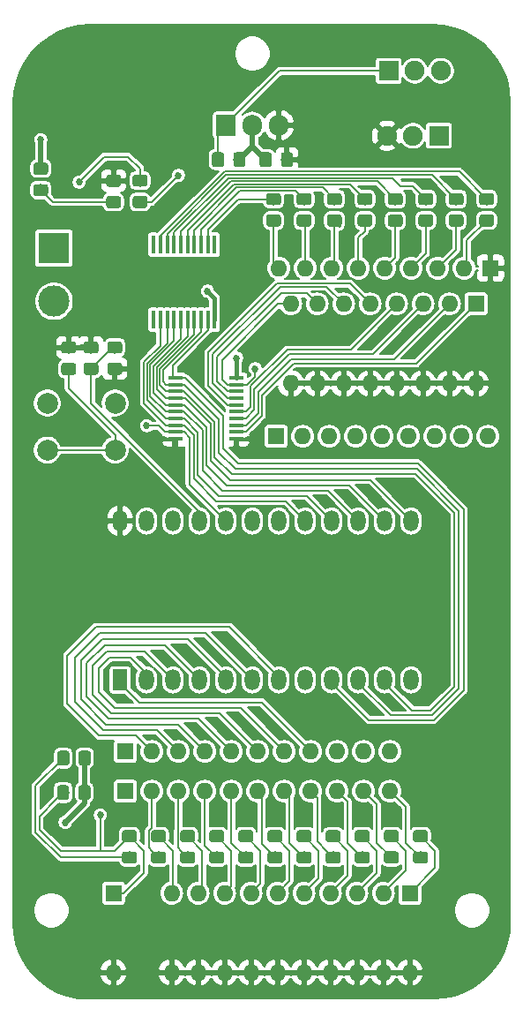
<source format=gbr>
G04 #@! TF.GenerationSoftware,KiCad,Pcbnew,(5.1.2)-2*
G04 #@! TF.CreationDate,2019-09-11T05:33:40-05:00*
G04 #@! TF.ProjectId,eeprom_manual,65657072-6f6d-45f6-9d61-6e75616c2e6b,rev?*
G04 #@! TF.SameCoordinates,Original*
G04 #@! TF.FileFunction,Copper,L1,Top*
G04 #@! TF.FilePolarity,Positive*
%FSLAX46Y46*%
G04 Gerber Fmt 4.6, Leading zero omitted, Abs format (unit mm)*
G04 Created by KiCad (PCBNEW (5.1.2)-2) date 2019-09-11 05:33:40*
%MOMM*%
%LPD*%
G04 APERTURE LIST*
%ADD10R,1.440000X2.000000*%
%ADD11O,1.440000X2.000000*%
%ADD12C,2.000000*%
%ADD13R,1.600000X1.600000*%
%ADD14O,1.600000X1.600000*%
%ADD15C,0.100000*%
%ADD16C,1.150000*%
%ADD17R,3.000000X3.000000*%
%ADD18C,3.000000*%
%ADD19R,1.900000X1.900000*%
%ADD20C,1.900000*%
%ADD21R,1.905000X2.000000*%
%ADD22O,1.905000X2.000000*%
%ADD23R,1.450000X0.450000*%
%ADD24R,0.450000X1.750000*%
%ADD25C,0.685800*%
%ADD26C,0.152400*%
%ADD27C,0.508000*%
%ADD28C,0.406400*%
%ADD29C,0.203200*%
%ADD30C,0.304800*%
G04 APERTURE END LIST*
D10*
X38354000Y-83566000D03*
D11*
X38354000Y-68326000D03*
X40894000Y-83566000D03*
X40894000Y-68326000D03*
X43434000Y-83566000D03*
X43434000Y-68326000D03*
X45974000Y-83566000D03*
X45974000Y-68326000D03*
X48514000Y-83566000D03*
X48514000Y-68326000D03*
X51054000Y-83566000D03*
X51054000Y-68326000D03*
X53594000Y-83566000D03*
X53594000Y-68326000D03*
X56134000Y-83566000D03*
X56134000Y-68326000D03*
X58674000Y-83566000D03*
X58674000Y-68326000D03*
X61214000Y-83566000D03*
X61214000Y-68326000D03*
X63754000Y-83566000D03*
X63754000Y-68326000D03*
X66294000Y-83566000D03*
X66294000Y-68326000D03*
D12*
X31369000Y-61523000D03*
X31369000Y-57023000D03*
X37869000Y-61523000D03*
X37869000Y-57023000D03*
D13*
X38862000Y-94234000D03*
D14*
X41402000Y-94234000D03*
X43942000Y-94234000D03*
X46482000Y-94234000D03*
X49022000Y-94234000D03*
X51562000Y-94234000D03*
X54102000Y-94234000D03*
X56642000Y-94234000D03*
X59182000Y-94234000D03*
X61722000Y-94234000D03*
X64262000Y-94234000D03*
X72517000Y-55118000D03*
X54737000Y-47498000D03*
X69977000Y-55118000D03*
X57277000Y-47498000D03*
X67437000Y-55118000D03*
X59817000Y-47498000D03*
X64897000Y-55118000D03*
X62357000Y-47498000D03*
X62357000Y-55118000D03*
X64897000Y-47498000D03*
X59817000Y-55118000D03*
X67437000Y-47498000D03*
X57277000Y-55118000D03*
X69977000Y-47498000D03*
X54737000Y-55118000D03*
D13*
X72517000Y-47498000D03*
D15*
G36*
X35274505Y-93662204D02*
G01*
X35298773Y-93665804D01*
X35322572Y-93671765D01*
X35345671Y-93680030D01*
X35367850Y-93690520D01*
X35388893Y-93703132D01*
X35408599Y-93717747D01*
X35426777Y-93734223D01*
X35443253Y-93752401D01*
X35457868Y-93772107D01*
X35470480Y-93793150D01*
X35480970Y-93815329D01*
X35489235Y-93838428D01*
X35495196Y-93862227D01*
X35498796Y-93886495D01*
X35500000Y-93910999D01*
X35500000Y-94811001D01*
X35498796Y-94835505D01*
X35495196Y-94859773D01*
X35489235Y-94883572D01*
X35480970Y-94906671D01*
X35470480Y-94928850D01*
X35457868Y-94949893D01*
X35443253Y-94969599D01*
X35426777Y-94987777D01*
X35408599Y-95004253D01*
X35388893Y-95018868D01*
X35367850Y-95031480D01*
X35345671Y-95041970D01*
X35322572Y-95050235D01*
X35298773Y-95056196D01*
X35274505Y-95059796D01*
X35250001Y-95061000D01*
X34599999Y-95061000D01*
X34575495Y-95059796D01*
X34551227Y-95056196D01*
X34527428Y-95050235D01*
X34504329Y-95041970D01*
X34482150Y-95031480D01*
X34461107Y-95018868D01*
X34441401Y-95004253D01*
X34423223Y-94987777D01*
X34406747Y-94969599D01*
X34392132Y-94949893D01*
X34379520Y-94928850D01*
X34369030Y-94906671D01*
X34360765Y-94883572D01*
X34354804Y-94859773D01*
X34351204Y-94835505D01*
X34350000Y-94811001D01*
X34350000Y-93910999D01*
X34351204Y-93886495D01*
X34354804Y-93862227D01*
X34360765Y-93838428D01*
X34369030Y-93815329D01*
X34379520Y-93793150D01*
X34392132Y-93772107D01*
X34406747Y-93752401D01*
X34423223Y-93734223D01*
X34441401Y-93717747D01*
X34461107Y-93703132D01*
X34482150Y-93690520D01*
X34504329Y-93680030D01*
X34527428Y-93671765D01*
X34551227Y-93665804D01*
X34575495Y-93662204D01*
X34599999Y-93661000D01*
X35250001Y-93661000D01*
X35274505Y-93662204D01*
X35274505Y-93662204D01*
G37*
D16*
X34925000Y-94361000D03*
D15*
G36*
X33224505Y-93662204D02*
G01*
X33248773Y-93665804D01*
X33272572Y-93671765D01*
X33295671Y-93680030D01*
X33317850Y-93690520D01*
X33338893Y-93703132D01*
X33358599Y-93717747D01*
X33376777Y-93734223D01*
X33393253Y-93752401D01*
X33407868Y-93772107D01*
X33420480Y-93793150D01*
X33430970Y-93815329D01*
X33439235Y-93838428D01*
X33445196Y-93862227D01*
X33448796Y-93886495D01*
X33450000Y-93910999D01*
X33450000Y-94811001D01*
X33448796Y-94835505D01*
X33445196Y-94859773D01*
X33439235Y-94883572D01*
X33430970Y-94906671D01*
X33420480Y-94928850D01*
X33407868Y-94949893D01*
X33393253Y-94969599D01*
X33376777Y-94987777D01*
X33358599Y-95004253D01*
X33338893Y-95018868D01*
X33317850Y-95031480D01*
X33295671Y-95041970D01*
X33272572Y-95050235D01*
X33248773Y-95056196D01*
X33224505Y-95059796D01*
X33200001Y-95061000D01*
X32549999Y-95061000D01*
X32525495Y-95059796D01*
X32501227Y-95056196D01*
X32477428Y-95050235D01*
X32454329Y-95041970D01*
X32432150Y-95031480D01*
X32411107Y-95018868D01*
X32391401Y-95004253D01*
X32373223Y-94987777D01*
X32356747Y-94969599D01*
X32342132Y-94949893D01*
X32329520Y-94928850D01*
X32319030Y-94906671D01*
X32310765Y-94883572D01*
X32304804Y-94859773D01*
X32301204Y-94835505D01*
X32300000Y-94811001D01*
X32300000Y-93910999D01*
X32301204Y-93886495D01*
X32304804Y-93862227D01*
X32310765Y-93838428D01*
X32319030Y-93815329D01*
X32329520Y-93793150D01*
X32342132Y-93772107D01*
X32356747Y-93752401D01*
X32373223Y-93734223D01*
X32391401Y-93717747D01*
X32411107Y-93703132D01*
X32432150Y-93690520D01*
X32454329Y-93680030D01*
X32477428Y-93671765D01*
X32501227Y-93665804D01*
X32525495Y-93662204D01*
X32549999Y-93661000D01*
X33200001Y-93661000D01*
X33224505Y-93662204D01*
X33224505Y-93662204D01*
G37*
D16*
X32875000Y-94361000D03*
D15*
G36*
X35292505Y-90360204D02*
G01*
X35316773Y-90363804D01*
X35340572Y-90369765D01*
X35363671Y-90378030D01*
X35385850Y-90388520D01*
X35406893Y-90401132D01*
X35426599Y-90415747D01*
X35444777Y-90432223D01*
X35461253Y-90450401D01*
X35475868Y-90470107D01*
X35488480Y-90491150D01*
X35498970Y-90513329D01*
X35507235Y-90536428D01*
X35513196Y-90560227D01*
X35516796Y-90584495D01*
X35518000Y-90608999D01*
X35518000Y-91509001D01*
X35516796Y-91533505D01*
X35513196Y-91557773D01*
X35507235Y-91581572D01*
X35498970Y-91604671D01*
X35488480Y-91626850D01*
X35475868Y-91647893D01*
X35461253Y-91667599D01*
X35444777Y-91685777D01*
X35426599Y-91702253D01*
X35406893Y-91716868D01*
X35385850Y-91729480D01*
X35363671Y-91739970D01*
X35340572Y-91748235D01*
X35316773Y-91754196D01*
X35292505Y-91757796D01*
X35268001Y-91759000D01*
X34617999Y-91759000D01*
X34593495Y-91757796D01*
X34569227Y-91754196D01*
X34545428Y-91748235D01*
X34522329Y-91739970D01*
X34500150Y-91729480D01*
X34479107Y-91716868D01*
X34459401Y-91702253D01*
X34441223Y-91685777D01*
X34424747Y-91667599D01*
X34410132Y-91647893D01*
X34397520Y-91626850D01*
X34387030Y-91604671D01*
X34378765Y-91581572D01*
X34372804Y-91557773D01*
X34369204Y-91533505D01*
X34368000Y-91509001D01*
X34368000Y-90608999D01*
X34369204Y-90584495D01*
X34372804Y-90560227D01*
X34378765Y-90536428D01*
X34387030Y-90513329D01*
X34397520Y-90491150D01*
X34410132Y-90470107D01*
X34424747Y-90450401D01*
X34441223Y-90432223D01*
X34459401Y-90415747D01*
X34479107Y-90401132D01*
X34500150Y-90388520D01*
X34522329Y-90378030D01*
X34545428Y-90369765D01*
X34569227Y-90363804D01*
X34593495Y-90360204D01*
X34617999Y-90359000D01*
X35268001Y-90359000D01*
X35292505Y-90360204D01*
X35292505Y-90360204D01*
G37*
D16*
X34943000Y-91059000D03*
D15*
G36*
X33242505Y-90360204D02*
G01*
X33266773Y-90363804D01*
X33290572Y-90369765D01*
X33313671Y-90378030D01*
X33335850Y-90388520D01*
X33356893Y-90401132D01*
X33376599Y-90415747D01*
X33394777Y-90432223D01*
X33411253Y-90450401D01*
X33425868Y-90470107D01*
X33438480Y-90491150D01*
X33448970Y-90513329D01*
X33457235Y-90536428D01*
X33463196Y-90560227D01*
X33466796Y-90584495D01*
X33468000Y-90608999D01*
X33468000Y-91509001D01*
X33466796Y-91533505D01*
X33463196Y-91557773D01*
X33457235Y-91581572D01*
X33448970Y-91604671D01*
X33438480Y-91626850D01*
X33425868Y-91647893D01*
X33411253Y-91667599D01*
X33394777Y-91685777D01*
X33376599Y-91702253D01*
X33356893Y-91716868D01*
X33335850Y-91729480D01*
X33313671Y-91739970D01*
X33290572Y-91748235D01*
X33266773Y-91754196D01*
X33242505Y-91757796D01*
X33218001Y-91759000D01*
X32567999Y-91759000D01*
X32543495Y-91757796D01*
X32519227Y-91754196D01*
X32495428Y-91748235D01*
X32472329Y-91739970D01*
X32450150Y-91729480D01*
X32429107Y-91716868D01*
X32409401Y-91702253D01*
X32391223Y-91685777D01*
X32374747Y-91667599D01*
X32360132Y-91647893D01*
X32347520Y-91626850D01*
X32337030Y-91604671D01*
X32328765Y-91581572D01*
X32322804Y-91557773D01*
X32319204Y-91533505D01*
X32318000Y-91509001D01*
X32318000Y-90608999D01*
X32319204Y-90584495D01*
X32322804Y-90560227D01*
X32328765Y-90536428D01*
X32337030Y-90513329D01*
X32347520Y-90491150D01*
X32360132Y-90470107D01*
X32374747Y-90450401D01*
X32391223Y-90432223D01*
X32409401Y-90415747D01*
X32429107Y-90401132D01*
X32450150Y-90388520D01*
X32472329Y-90378030D01*
X32495428Y-90369765D01*
X32519227Y-90363804D01*
X32543495Y-90360204D01*
X32567999Y-90359000D01*
X33218001Y-90359000D01*
X33242505Y-90360204D01*
X33242505Y-90360204D01*
G37*
D16*
X32893000Y-91059000D03*
D13*
X66167000Y-104013000D03*
D14*
X43307000Y-111633000D03*
X63627000Y-104013000D03*
X45847000Y-111633000D03*
X61087000Y-104013000D03*
X48387000Y-111633000D03*
X58547000Y-104013000D03*
X50927000Y-111633000D03*
X56007000Y-104013000D03*
X53467000Y-111633000D03*
X53467000Y-104013000D03*
X56007000Y-111633000D03*
X50927000Y-104013000D03*
X58547000Y-111633000D03*
X48387000Y-104013000D03*
X61087000Y-111633000D03*
X45847000Y-104013000D03*
X63627000Y-111633000D03*
X43307000Y-104013000D03*
X66167000Y-111633000D03*
D15*
G36*
X68165505Y-38923204D02*
G01*
X68189773Y-38926804D01*
X68213572Y-38932765D01*
X68236671Y-38941030D01*
X68258850Y-38951520D01*
X68279893Y-38964132D01*
X68299599Y-38978747D01*
X68317777Y-38995223D01*
X68334253Y-39013401D01*
X68348868Y-39033107D01*
X68361480Y-39054150D01*
X68371970Y-39076329D01*
X68380235Y-39099428D01*
X68386196Y-39123227D01*
X68389796Y-39147495D01*
X68391000Y-39171999D01*
X68391000Y-39822001D01*
X68389796Y-39846505D01*
X68386196Y-39870773D01*
X68380235Y-39894572D01*
X68371970Y-39917671D01*
X68361480Y-39939850D01*
X68348868Y-39960893D01*
X68334253Y-39980599D01*
X68317777Y-39998777D01*
X68299599Y-40015253D01*
X68279893Y-40029868D01*
X68258850Y-40042480D01*
X68236671Y-40052970D01*
X68213572Y-40061235D01*
X68189773Y-40067196D01*
X68165505Y-40070796D01*
X68141001Y-40072000D01*
X67240999Y-40072000D01*
X67216495Y-40070796D01*
X67192227Y-40067196D01*
X67168428Y-40061235D01*
X67145329Y-40052970D01*
X67123150Y-40042480D01*
X67102107Y-40029868D01*
X67082401Y-40015253D01*
X67064223Y-39998777D01*
X67047747Y-39980599D01*
X67033132Y-39960893D01*
X67020520Y-39939850D01*
X67010030Y-39917671D01*
X67001765Y-39894572D01*
X66995804Y-39870773D01*
X66992204Y-39846505D01*
X66991000Y-39822001D01*
X66991000Y-39171999D01*
X66992204Y-39147495D01*
X66995804Y-39123227D01*
X67001765Y-39099428D01*
X67010030Y-39076329D01*
X67020520Y-39054150D01*
X67033132Y-39033107D01*
X67047747Y-39013401D01*
X67064223Y-38995223D01*
X67082401Y-38978747D01*
X67102107Y-38964132D01*
X67123150Y-38951520D01*
X67145329Y-38941030D01*
X67168428Y-38932765D01*
X67192227Y-38926804D01*
X67216495Y-38923204D01*
X67240999Y-38922000D01*
X68141001Y-38922000D01*
X68165505Y-38923204D01*
X68165505Y-38923204D01*
G37*
D16*
X67691000Y-39497000D03*
D15*
G36*
X68165505Y-36873204D02*
G01*
X68189773Y-36876804D01*
X68213572Y-36882765D01*
X68236671Y-36891030D01*
X68258850Y-36901520D01*
X68279893Y-36914132D01*
X68299599Y-36928747D01*
X68317777Y-36945223D01*
X68334253Y-36963401D01*
X68348868Y-36983107D01*
X68361480Y-37004150D01*
X68371970Y-37026329D01*
X68380235Y-37049428D01*
X68386196Y-37073227D01*
X68389796Y-37097495D01*
X68391000Y-37121999D01*
X68391000Y-37772001D01*
X68389796Y-37796505D01*
X68386196Y-37820773D01*
X68380235Y-37844572D01*
X68371970Y-37867671D01*
X68361480Y-37889850D01*
X68348868Y-37910893D01*
X68334253Y-37930599D01*
X68317777Y-37948777D01*
X68299599Y-37965253D01*
X68279893Y-37979868D01*
X68258850Y-37992480D01*
X68236671Y-38002970D01*
X68213572Y-38011235D01*
X68189773Y-38017196D01*
X68165505Y-38020796D01*
X68141001Y-38022000D01*
X67240999Y-38022000D01*
X67216495Y-38020796D01*
X67192227Y-38017196D01*
X67168428Y-38011235D01*
X67145329Y-38002970D01*
X67123150Y-37992480D01*
X67102107Y-37979868D01*
X67082401Y-37965253D01*
X67064223Y-37948777D01*
X67047747Y-37930599D01*
X67033132Y-37910893D01*
X67020520Y-37889850D01*
X67010030Y-37867671D01*
X67001765Y-37844572D01*
X66995804Y-37820773D01*
X66992204Y-37796505D01*
X66991000Y-37772001D01*
X66991000Y-37121999D01*
X66992204Y-37097495D01*
X66995804Y-37073227D01*
X67001765Y-37049428D01*
X67010030Y-37026329D01*
X67020520Y-37004150D01*
X67033132Y-36983107D01*
X67047747Y-36963401D01*
X67064223Y-36945223D01*
X67082401Y-36928747D01*
X67102107Y-36914132D01*
X67123150Y-36901520D01*
X67145329Y-36891030D01*
X67168428Y-36882765D01*
X67192227Y-36876804D01*
X67216495Y-36873204D01*
X67240999Y-36872000D01*
X68141001Y-36872000D01*
X68165505Y-36873204D01*
X68165505Y-36873204D01*
G37*
D16*
X67691000Y-37447000D03*
D15*
G36*
X59402505Y-36873204D02*
G01*
X59426773Y-36876804D01*
X59450572Y-36882765D01*
X59473671Y-36891030D01*
X59495850Y-36901520D01*
X59516893Y-36914132D01*
X59536599Y-36928747D01*
X59554777Y-36945223D01*
X59571253Y-36963401D01*
X59585868Y-36983107D01*
X59598480Y-37004150D01*
X59608970Y-37026329D01*
X59617235Y-37049428D01*
X59623196Y-37073227D01*
X59626796Y-37097495D01*
X59628000Y-37121999D01*
X59628000Y-37772001D01*
X59626796Y-37796505D01*
X59623196Y-37820773D01*
X59617235Y-37844572D01*
X59608970Y-37867671D01*
X59598480Y-37889850D01*
X59585868Y-37910893D01*
X59571253Y-37930599D01*
X59554777Y-37948777D01*
X59536599Y-37965253D01*
X59516893Y-37979868D01*
X59495850Y-37992480D01*
X59473671Y-38002970D01*
X59450572Y-38011235D01*
X59426773Y-38017196D01*
X59402505Y-38020796D01*
X59378001Y-38022000D01*
X58477999Y-38022000D01*
X58453495Y-38020796D01*
X58429227Y-38017196D01*
X58405428Y-38011235D01*
X58382329Y-38002970D01*
X58360150Y-37992480D01*
X58339107Y-37979868D01*
X58319401Y-37965253D01*
X58301223Y-37948777D01*
X58284747Y-37930599D01*
X58270132Y-37910893D01*
X58257520Y-37889850D01*
X58247030Y-37867671D01*
X58238765Y-37844572D01*
X58232804Y-37820773D01*
X58229204Y-37796505D01*
X58228000Y-37772001D01*
X58228000Y-37121999D01*
X58229204Y-37097495D01*
X58232804Y-37073227D01*
X58238765Y-37049428D01*
X58247030Y-37026329D01*
X58257520Y-37004150D01*
X58270132Y-36983107D01*
X58284747Y-36963401D01*
X58301223Y-36945223D01*
X58319401Y-36928747D01*
X58339107Y-36914132D01*
X58360150Y-36901520D01*
X58382329Y-36891030D01*
X58405428Y-36882765D01*
X58429227Y-36876804D01*
X58453495Y-36873204D01*
X58477999Y-36872000D01*
X59378001Y-36872000D01*
X59402505Y-36873204D01*
X59402505Y-36873204D01*
G37*
D16*
X58928000Y-37447000D03*
D15*
G36*
X59402505Y-38923204D02*
G01*
X59426773Y-38926804D01*
X59450572Y-38932765D01*
X59473671Y-38941030D01*
X59495850Y-38951520D01*
X59516893Y-38964132D01*
X59536599Y-38978747D01*
X59554777Y-38995223D01*
X59571253Y-39013401D01*
X59585868Y-39033107D01*
X59598480Y-39054150D01*
X59608970Y-39076329D01*
X59617235Y-39099428D01*
X59623196Y-39123227D01*
X59626796Y-39147495D01*
X59628000Y-39171999D01*
X59628000Y-39822001D01*
X59626796Y-39846505D01*
X59623196Y-39870773D01*
X59617235Y-39894572D01*
X59608970Y-39917671D01*
X59598480Y-39939850D01*
X59585868Y-39960893D01*
X59571253Y-39980599D01*
X59554777Y-39998777D01*
X59536599Y-40015253D01*
X59516893Y-40029868D01*
X59495850Y-40042480D01*
X59473671Y-40052970D01*
X59450572Y-40061235D01*
X59426773Y-40067196D01*
X59402505Y-40070796D01*
X59378001Y-40072000D01*
X58477999Y-40072000D01*
X58453495Y-40070796D01*
X58429227Y-40067196D01*
X58405428Y-40061235D01*
X58382329Y-40052970D01*
X58360150Y-40042480D01*
X58339107Y-40029868D01*
X58319401Y-40015253D01*
X58301223Y-39998777D01*
X58284747Y-39980599D01*
X58270132Y-39960893D01*
X58257520Y-39939850D01*
X58247030Y-39917671D01*
X58238765Y-39894572D01*
X58232804Y-39870773D01*
X58229204Y-39846505D01*
X58228000Y-39822001D01*
X58228000Y-39171999D01*
X58229204Y-39147495D01*
X58232804Y-39123227D01*
X58238765Y-39099428D01*
X58247030Y-39076329D01*
X58257520Y-39054150D01*
X58270132Y-39033107D01*
X58284747Y-39013401D01*
X58301223Y-38995223D01*
X58319401Y-38978747D01*
X58339107Y-38964132D01*
X58360150Y-38951520D01*
X58382329Y-38941030D01*
X58405428Y-38932765D01*
X58429227Y-38926804D01*
X58453495Y-38923204D01*
X58477999Y-38922000D01*
X59378001Y-38922000D01*
X59402505Y-38923204D01*
X59402505Y-38923204D01*
G37*
D16*
X58928000Y-39497000D03*
D15*
G36*
X56481505Y-38923204D02*
G01*
X56505773Y-38926804D01*
X56529572Y-38932765D01*
X56552671Y-38941030D01*
X56574850Y-38951520D01*
X56595893Y-38964132D01*
X56615599Y-38978747D01*
X56633777Y-38995223D01*
X56650253Y-39013401D01*
X56664868Y-39033107D01*
X56677480Y-39054150D01*
X56687970Y-39076329D01*
X56696235Y-39099428D01*
X56702196Y-39123227D01*
X56705796Y-39147495D01*
X56707000Y-39171999D01*
X56707000Y-39822001D01*
X56705796Y-39846505D01*
X56702196Y-39870773D01*
X56696235Y-39894572D01*
X56687970Y-39917671D01*
X56677480Y-39939850D01*
X56664868Y-39960893D01*
X56650253Y-39980599D01*
X56633777Y-39998777D01*
X56615599Y-40015253D01*
X56595893Y-40029868D01*
X56574850Y-40042480D01*
X56552671Y-40052970D01*
X56529572Y-40061235D01*
X56505773Y-40067196D01*
X56481505Y-40070796D01*
X56457001Y-40072000D01*
X55556999Y-40072000D01*
X55532495Y-40070796D01*
X55508227Y-40067196D01*
X55484428Y-40061235D01*
X55461329Y-40052970D01*
X55439150Y-40042480D01*
X55418107Y-40029868D01*
X55398401Y-40015253D01*
X55380223Y-39998777D01*
X55363747Y-39980599D01*
X55349132Y-39960893D01*
X55336520Y-39939850D01*
X55326030Y-39917671D01*
X55317765Y-39894572D01*
X55311804Y-39870773D01*
X55308204Y-39846505D01*
X55307000Y-39822001D01*
X55307000Y-39171999D01*
X55308204Y-39147495D01*
X55311804Y-39123227D01*
X55317765Y-39099428D01*
X55326030Y-39076329D01*
X55336520Y-39054150D01*
X55349132Y-39033107D01*
X55363747Y-39013401D01*
X55380223Y-38995223D01*
X55398401Y-38978747D01*
X55418107Y-38964132D01*
X55439150Y-38951520D01*
X55461329Y-38941030D01*
X55484428Y-38932765D01*
X55508227Y-38926804D01*
X55532495Y-38923204D01*
X55556999Y-38922000D01*
X56457001Y-38922000D01*
X56481505Y-38923204D01*
X56481505Y-38923204D01*
G37*
D16*
X56007000Y-39497000D03*
D15*
G36*
X56481505Y-36873204D02*
G01*
X56505773Y-36876804D01*
X56529572Y-36882765D01*
X56552671Y-36891030D01*
X56574850Y-36901520D01*
X56595893Y-36914132D01*
X56615599Y-36928747D01*
X56633777Y-36945223D01*
X56650253Y-36963401D01*
X56664868Y-36983107D01*
X56677480Y-37004150D01*
X56687970Y-37026329D01*
X56696235Y-37049428D01*
X56702196Y-37073227D01*
X56705796Y-37097495D01*
X56707000Y-37121999D01*
X56707000Y-37772001D01*
X56705796Y-37796505D01*
X56702196Y-37820773D01*
X56696235Y-37844572D01*
X56687970Y-37867671D01*
X56677480Y-37889850D01*
X56664868Y-37910893D01*
X56650253Y-37930599D01*
X56633777Y-37948777D01*
X56615599Y-37965253D01*
X56595893Y-37979868D01*
X56574850Y-37992480D01*
X56552671Y-38002970D01*
X56529572Y-38011235D01*
X56505773Y-38017196D01*
X56481505Y-38020796D01*
X56457001Y-38022000D01*
X55556999Y-38022000D01*
X55532495Y-38020796D01*
X55508227Y-38017196D01*
X55484428Y-38011235D01*
X55461329Y-38002970D01*
X55439150Y-37992480D01*
X55418107Y-37979868D01*
X55398401Y-37965253D01*
X55380223Y-37948777D01*
X55363747Y-37930599D01*
X55349132Y-37910893D01*
X55336520Y-37889850D01*
X55326030Y-37867671D01*
X55317765Y-37844572D01*
X55311804Y-37820773D01*
X55308204Y-37796505D01*
X55307000Y-37772001D01*
X55307000Y-37121999D01*
X55308204Y-37097495D01*
X55311804Y-37073227D01*
X55317765Y-37049428D01*
X55326030Y-37026329D01*
X55336520Y-37004150D01*
X55349132Y-36983107D01*
X55363747Y-36963401D01*
X55380223Y-36945223D01*
X55398401Y-36928747D01*
X55418107Y-36914132D01*
X55439150Y-36901520D01*
X55461329Y-36891030D01*
X55484428Y-36882765D01*
X55508227Y-36876804D01*
X55532495Y-36873204D01*
X55556999Y-36872000D01*
X56457001Y-36872000D01*
X56481505Y-36873204D01*
X56481505Y-36873204D01*
G37*
D16*
X56007000Y-37447000D03*
D15*
G36*
X65244505Y-36882204D02*
G01*
X65268773Y-36885804D01*
X65292572Y-36891765D01*
X65315671Y-36900030D01*
X65337850Y-36910520D01*
X65358893Y-36923132D01*
X65378599Y-36937747D01*
X65396777Y-36954223D01*
X65413253Y-36972401D01*
X65427868Y-36992107D01*
X65440480Y-37013150D01*
X65450970Y-37035329D01*
X65459235Y-37058428D01*
X65465196Y-37082227D01*
X65468796Y-37106495D01*
X65470000Y-37130999D01*
X65470000Y-37781001D01*
X65468796Y-37805505D01*
X65465196Y-37829773D01*
X65459235Y-37853572D01*
X65450970Y-37876671D01*
X65440480Y-37898850D01*
X65427868Y-37919893D01*
X65413253Y-37939599D01*
X65396777Y-37957777D01*
X65378599Y-37974253D01*
X65358893Y-37988868D01*
X65337850Y-38001480D01*
X65315671Y-38011970D01*
X65292572Y-38020235D01*
X65268773Y-38026196D01*
X65244505Y-38029796D01*
X65220001Y-38031000D01*
X64319999Y-38031000D01*
X64295495Y-38029796D01*
X64271227Y-38026196D01*
X64247428Y-38020235D01*
X64224329Y-38011970D01*
X64202150Y-38001480D01*
X64181107Y-37988868D01*
X64161401Y-37974253D01*
X64143223Y-37957777D01*
X64126747Y-37939599D01*
X64112132Y-37919893D01*
X64099520Y-37898850D01*
X64089030Y-37876671D01*
X64080765Y-37853572D01*
X64074804Y-37829773D01*
X64071204Y-37805505D01*
X64070000Y-37781001D01*
X64070000Y-37130999D01*
X64071204Y-37106495D01*
X64074804Y-37082227D01*
X64080765Y-37058428D01*
X64089030Y-37035329D01*
X64099520Y-37013150D01*
X64112132Y-36992107D01*
X64126747Y-36972401D01*
X64143223Y-36954223D01*
X64161401Y-36937747D01*
X64181107Y-36923132D01*
X64202150Y-36910520D01*
X64224329Y-36900030D01*
X64247428Y-36891765D01*
X64271227Y-36885804D01*
X64295495Y-36882204D01*
X64319999Y-36881000D01*
X65220001Y-36881000D01*
X65244505Y-36882204D01*
X65244505Y-36882204D01*
G37*
D16*
X64770000Y-37456000D03*
D15*
G36*
X65244505Y-38932204D02*
G01*
X65268773Y-38935804D01*
X65292572Y-38941765D01*
X65315671Y-38950030D01*
X65337850Y-38960520D01*
X65358893Y-38973132D01*
X65378599Y-38987747D01*
X65396777Y-39004223D01*
X65413253Y-39022401D01*
X65427868Y-39042107D01*
X65440480Y-39063150D01*
X65450970Y-39085329D01*
X65459235Y-39108428D01*
X65465196Y-39132227D01*
X65468796Y-39156495D01*
X65470000Y-39180999D01*
X65470000Y-39831001D01*
X65468796Y-39855505D01*
X65465196Y-39879773D01*
X65459235Y-39903572D01*
X65450970Y-39926671D01*
X65440480Y-39948850D01*
X65427868Y-39969893D01*
X65413253Y-39989599D01*
X65396777Y-40007777D01*
X65378599Y-40024253D01*
X65358893Y-40038868D01*
X65337850Y-40051480D01*
X65315671Y-40061970D01*
X65292572Y-40070235D01*
X65268773Y-40076196D01*
X65244505Y-40079796D01*
X65220001Y-40081000D01*
X64319999Y-40081000D01*
X64295495Y-40079796D01*
X64271227Y-40076196D01*
X64247428Y-40070235D01*
X64224329Y-40061970D01*
X64202150Y-40051480D01*
X64181107Y-40038868D01*
X64161401Y-40024253D01*
X64143223Y-40007777D01*
X64126747Y-39989599D01*
X64112132Y-39969893D01*
X64099520Y-39948850D01*
X64089030Y-39926671D01*
X64080765Y-39903572D01*
X64074804Y-39879773D01*
X64071204Y-39855505D01*
X64070000Y-39831001D01*
X64070000Y-39180999D01*
X64071204Y-39156495D01*
X64074804Y-39132227D01*
X64080765Y-39108428D01*
X64089030Y-39085329D01*
X64099520Y-39063150D01*
X64112132Y-39042107D01*
X64126747Y-39022401D01*
X64143223Y-39004223D01*
X64161401Y-38987747D01*
X64181107Y-38973132D01*
X64202150Y-38960520D01*
X64224329Y-38950030D01*
X64247428Y-38941765D01*
X64271227Y-38935804D01*
X64295495Y-38932204D01*
X64319999Y-38931000D01*
X65220001Y-38931000D01*
X65244505Y-38932204D01*
X65244505Y-38932204D01*
G37*
D16*
X64770000Y-39506000D03*
D15*
G36*
X71086505Y-36873204D02*
G01*
X71110773Y-36876804D01*
X71134572Y-36882765D01*
X71157671Y-36891030D01*
X71179850Y-36901520D01*
X71200893Y-36914132D01*
X71220599Y-36928747D01*
X71238777Y-36945223D01*
X71255253Y-36963401D01*
X71269868Y-36983107D01*
X71282480Y-37004150D01*
X71292970Y-37026329D01*
X71301235Y-37049428D01*
X71307196Y-37073227D01*
X71310796Y-37097495D01*
X71312000Y-37121999D01*
X71312000Y-37772001D01*
X71310796Y-37796505D01*
X71307196Y-37820773D01*
X71301235Y-37844572D01*
X71292970Y-37867671D01*
X71282480Y-37889850D01*
X71269868Y-37910893D01*
X71255253Y-37930599D01*
X71238777Y-37948777D01*
X71220599Y-37965253D01*
X71200893Y-37979868D01*
X71179850Y-37992480D01*
X71157671Y-38002970D01*
X71134572Y-38011235D01*
X71110773Y-38017196D01*
X71086505Y-38020796D01*
X71062001Y-38022000D01*
X70161999Y-38022000D01*
X70137495Y-38020796D01*
X70113227Y-38017196D01*
X70089428Y-38011235D01*
X70066329Y-38002970D01*
X70044150Y-37992480D01*
X70023107Y-37979868D01*
X70003401Y-37965253D01*
X69985223Y-37948777D01*
X69968747Y-37930599D01*
X69954132Y-37910893D01*
X69941520Y-37889850D01*
X69931030Y-37867671D01*
X69922765Y-37844572D01*
X69916804Y-37820773D01*
X69913204Y-37796505D01*
X69912000Y-37772001D01*
X69912000Y-37121999D01*
X69913204Y-37097495D01*
X69916804Y-37073227D01*
X69922765Y-37049428D01*
X69931030Y-37026329D01*
X69941520Y-37004150D01*
X69954132Y-36983107D01*
X69968747Y-36963401D01*
X69985223Y-36945223D01*
X70003401Y-36928747D01*
X70023107Y-36914132D01*
X70044150Y-36901520D01*
X70066329Y-36891030D01*
X70089428Y-36882765D01*
X70113227Y-36876804D01*
X70137495Y-36873204D01*
X70161999Y-36872000D01*
X71062001Y-36872000D01*
X71086505Y-36873204D01*
X71086505Y-36873204D01*
G37*
D16*
X70612000Y-37447000D03*
D15*
G36*
X71086505Y-38923204D02*
G01*
X71110773Y-38926804D01*
X71134572Y-38932765D01*
X71157671Y-38941030D01*
X71179850Y-38951520D01*
X71200893Y-38964132D01*
X71220599Y-38978747D01*
X71238777Y-38995223D01*
X71255253Y-39013401D01*
X71269868Y-39033107D01*
X71282480Y-39054150D01*
X71292970Y-39076329D01*
X71301235Y-39099428D01*
X71307196Y-39123227D01*
X71310796Y-39147495D01*
X71312000Y-39171999D01*
X71312000Y-39822001D01*
X71310796Y-39846505D01*
X71307196Y-39870773D01*
X71301235Y-39894572D01*
X71292970Y-39917671D01*
X71282480Y-39939850D01*
X71269868Y-39960893D01*
X71255253Y-39980599D01*
X71238777Y-39998777D01*
X71220599Y-40015253D01*
X71200893Y-40029868D01*
X71179850Y-40042480D01*
X71157671Y-40052970D01*
X71134572Y-40061235D01*
X71110773Y-40067196D01*
X71086505Y-40070796D01*
X71062001Y-40072000D01*
X70161999Y-40072000D01*
X70137495Y-40070796D01*
X70113227Y-40067196D01*
X70089428Y-40061235D01*
X70066329Y-40052970D01*
X70044150Y-40042480D01*
X70023107Y-40029868D01*
X70003401Y-40015253D01*
X69985223Y-39998777D01*
X69968747Y-39980599D01*
X69954132Y-39960893D01*
X69941520Y-39939850D01*
X69931030Y-39917671D01*
X69922765Y-39894572D01*
X69916804Y-39870773D01*
X69913204Y-39846505D01*
X69912000Y-39822001D01*
X69912000Y-39171999D01*
X69913204Y-39147495D01*
X69916804Y-39123227D01*
X69922765Y-39099428D01*
X69931030Y-39076329D01*
X69941520Y-39054150D01*
X69954132Y-39033107D01*
X69968747Y-39013401D01*
X69985223Y-38995223D01*
X70003401Y-38978747D01*
X70023107Y-38964132D01*
X70044150Y-38951520D01*
X70066329Y-38941030D01*
X70089428Y-38932765D01*
X70113227Y-38926804D01*
X70137495Y-38923204D01*
X70161999Y-38922000D01*
X71062001Y-38922000D01*
X71086505Y-38923204D01*
X71086505Y-38923204D01*
G37*
D16*
X70612000Y-39497000D03*
D15*
G36*
X53560505Y-36873204D02*
G01*
X53584773Y-36876804D01*
X53608572Y-36882765D01*
X53631671Y-36891030D01*
X53653850Y-36901520D01*
X53674893Y-36914132D01*
X53694599Y-36928747D01*
X53712777Y-36945223D01*
X53729253Y-36963401D01*
X53743868Y-36983107D01*
X53756480Y-37004150D01*
X53766970Y-37026329D01*
X53775235Y-37049428D01*
X53781196Y-37073227D01*
X53784796Y-37097495D01*
X53786000Y-37121999D01*
X53786000Y-37772001D01*
X53784796Y-37796505D01*
X53781196Y-37820773D01*
X53775235Y-37844572D01*
X53766970Y-37867671D01*
X53756480Y-37889850D01*
X53743868Y-37910893D01*
X53729253Y-37930599D01*
X53712777Y-37948777D01*
X53694599Y-37965253D01*
X53674893Y-37979868D01*
X53653850Y-37992480D01*
X53631671Y-38002970D01*
X53608572Y-38011235D01*
X53584773Y-38017196D01*
X53560505Y-38020796D01*
X53536001Y-38022000D01*
X52635999Y-38022000D01*
X52611495Y-38020796D01*
X52587227Y-38017196D01*
X52563428Y-38011235D01*
X52540329Y-38002970D01*
X52518150Y-37992480D01*
X52497107Y-37979868D01*
X52477401Y-37965253D01*
X52459223Y-37948777D01*
X52442747Y-37930599D01*
X52428132Y-37910893D01*
X52415520Y-37889850D01*
X52405030Y-37867671D01*
X52396765Y-37844572D01*
X52390804Y-37820773D01*
X52387204Y-37796505D01*
X52386000Y-37772001D01*
X52386000Y-37121999D01*
X52387204Y-37097495D01*
X52390804Y-37073227D01*
X52396765Y-37049428D01*
X52405030Y-37026329D01*
X52415520Y-37004150D01*
X52428132Y-36983107D01*
X52442747Y-36963401D01*
X52459223Y-36945223D01*
X52477401Y-36928747D01*
X52497107Y-36914132D01*
X52518150Y-36901520D01*
X52540329Y-36891030D01*
X52563428Y-36882765D01*
X52587227Y-36876804D01*
X52611495Y-36873204D01*
X52635999Y-36872000D01*
X53536001Y-36872000D01*
X53560505Y-36873204D01*
X53560505Y-36873204D01*
G37*
D16*
X53086000Y-37447000D03*
D15*
G36*
X53560505Y-38923204D02*
G01*
X53584773Y-38926804D01*
X53608572Y-38932765D01*
X53631671Y-38941030D01*
X53653850Y-38951520D01*
X53674893Y-38964132D01*
X53694599Y-38978747D01*
X53712777Y-38995223D01*
X53729253Y-39013401D01*
X53743868Y-39033107D01*
X53756480Y-39054150D01*
X53766970Y-39076329D01*
X53775235Y-39099428D01*
X53781196Y-39123227D01*
X53784796Y-39147495D01*
X53786000Y-39171999D01*
X53786000Y-39822001D01*
X53784796Y-39846505D01*
X53781196Y-39870773D01*
X53775235Y-39894572D01*
X53766970Y-39917671D01*
X53756480Y-39939850D01*
X53743868Y-39960893D01*
X53729253Y-39980599D01*
X53712777Y-39998777D01*
X53694599Y-40015253D01*
X53674893Y-40029868D01*
X53653850Y-40042480D01*
X53631671Y-40052970D01*
X53608572Y-40061235D01*
X53584773Y-40067196D01*
X53560505Y-40070796D01*
X53536001Y-40072000D01*
X52635999Y-40072000D01*
X52611495Y-40070796D01*
X52587227Y-40067196D01*
X52563428Y-40061235D01*
X52540329Y-40052970D01*
X52518150Y-40042480D01*
X52497107Y-40029868D01*
X52477401Y-40015253D01*
X52459223Y-39998777D01*
X52442747Y-39980599D01*
X52428132Y-39960893D01*
X52415520Y-39939850D01*
X52405030Y-39917671D01*
X52396765Y-39894572D01*
X52390804Y-39870773D01*
X52387204Y-39846505D01*
X52386000Y-39822001D01*
X52386000Y-39171999D01*
X52387204Y-39147495D01*
X52390804Y-39123227D01*
X52396765Y-39099428D01*
X52405030Y-39076329D01*
X52415520Y-39054150D01*
X52428132Y-39033107D01*
X52442747Y-39013401D01*
X52459223Y-38995223D01*
X52477401Y-38978747D01*
X52497107Y-38964132D01*
X52518150Y-38951520D01*
X52540329Y-38941030D01*
X52563428Y-38932765D01*
X52587227Y-38926804D01*
X52611495Y-38923204D01*
X52635999Y-38922000D01*
X53536001Y-38922000D01*
X53560505Y-38923204D01*
X53560505Y-38923204D01*
G37*
D16*
X53086000Y-39497000D03*
D15*
G36*
X74007505Y-38923204D02*
G01*
X74031773Y-38926804D01*
X74055572Y-38932765D01*
X74078671Y-38941030D01*
X74100850Y-38951520D01*
X74121893Y-38964132D01*
X74141599Y-38978747D01*
X74159777Y-38995223D01*
X74176253Y-39013401D01*
X74190868Y-39033107D01*
X74203480Y-39054150D01*
X74213970Y-39076329D01*
X74222235Y-39099428D01*
X74228196Y-39123227D01*
X74231796Y-39147495D01*
X74233000Y-39171999D01*
X74233000Y-39822001D01*
X74231796Y-39846505D01*
X74228196Y-39870773D01*
X74222235Y-39894572D01*
X74213970Y-39917671D01*
X74203480Y-39939850D01*
X74190868Y-39960893D01*
X74176253Y-39980599D01*
X74159777Y-39998777D01*
X74141599Y-40015253D01*
X74121893Y-40029868D01*
X74100850Y-40042480D01*
X74078671Y-40052970D01*
X74055572Y-40061235D01*
X74031773Y-40067196D01*
X74007505Y-40070796D01*
X73983001Y-40072000D01*
X73082999Y-40072000D01*
X73058495Y-40070796D01*
X73034227Y-40067196D01*
X73010428Y-40061235D01*
X72987329Y-40052970D01*
X72965150Y-40042480D01*
X72944107Y-40029868D01*
X72924401Y-40015253D01*
X72906223Y-39998777D01*
X72889747Y-39980599D01*
X72875132Y-39960893D01*
X72862520Y-39939850D01*
X72852030Y-39917671D01*
X72843765Y-39894572D01*
X72837804Y-39870773D01*
X72834204Y-39846505D01*
X72833000Y-39822001D01*
X72833000Y-39171999D01*
X72834204Y-39147495D01*
X72837804Y-39123227D01*
X72843765Y-39099428D01*
X72852030Y-39076329D01*
X72862520Y-39054150D01*
X72875132Y-39033107D01*
X72889747Y-39013401D01*
X72906223Y-38995223D01*
X72924401Y-38978747D01*
X72944107Y-38964132D01*
X72965150Y-38951520D01*
X72987329Y-38941030D01*
X73010428Y-38932765D01*
X73034227Y-38926804D01*
X73058495Y-38923204D01*
X73082999Y-38922000D01*
X73983001Y-38922000D01*
X74007505Y-38923204D01*
X74007505Y-38923204D01*
G37*
D16*
X73533000Y-39497000D03*
D15*
G36*
X74007505Y-36873204D02*
G01*
X74031773Y-36876804D01*
X74055572Y-36882765D01*
X74078671Y-36891030D01*
X74100850Y-36901520D01*
X74121893Y-36914132D01*
X74141599Y-36928747D01*
X74159777Y-36945223D01*
X74176253Y-36963401D01*
X74190868Y-36983107D01*
X74203480Y-37004150D01*
X74213970Y-37026329D01*
X74222235Y-37049428D01*
X74228196Y-37073227D01*
X74231796Y-37097495D01*
X74233000Y-37121999D01*
X74233000Y-37772001D01*
X74231796Y-37796505D01*
X74228196Y-37820773D01*
X74222235Y-37844572D01*
X74213970Y-37867671D01*
X74203480Y-37889850D01*
X74190868Y-37910893D01*
X74176253Y-37930599D01*
X74159777Y-37948777D01*
X74141599Y-37965253D01*
X74121893Y-37979868D01*
X74100850Y-37992480D01*
X74078671Y-38002970D01*
X74055572Y-38011235D01*
X74031773Y-38017196D01*
X74007505Y-38020796D01*
X73983001Y-38022000D01*
X73082999Y-38022000D01*
X73058495Y-38020796D01*
X73034227Y-38017196D01*
X73010428Y-38011235D01*
X72987329Y-38002970D01*
X72965150Y-37992480D01*
X72944107Y-37979868D01*
X72924401Y-37965253D01*
X72906223Y-37948777D01*
X72889747Y-37930599D01*
X72875132Y-37910893D01*
X72862520Y-37889850D01*
X72852030Y-37867671D01*
X72843765Y-37844572D01*
X72837804Y-37820773D01*
X72834204Y-37796505D01*
X72833000Y-37772001D01*
X72833000Y-37121999D01*
X72834204Y-37097495D01*
X72837804Y-37073227D01*
X72843765Y-37049428D01*
X72852030Y-37026329D01*
X72862520Y-37004150D01*
X72875132Y-36983107D01*
X72889747Y-36963401D01*
X72906223Y-36945223D01*
X72924401Y-36928747D01*
X72944107Y-36914132D01*
X72965150Y-36901520D01*
X72987329Y-36891030D01*
X73010428Y-36882765D01*
X73034227Y-36876804D01*
X73058495Y-36873204D01*
X73082999Y-36872000D01*
X73983001Y-36872000D01*
X74007505Y-36873204D01*
X74007505Y-36873204D01*
G37*
D16*
X73533000Y-37447000D03*
D15*
G36*
X62323505Y-38923204D02*
G01*
X62347773Y-38926804D01*
X62371572Y-38932765D01*
X62394671Y-38941030D01*
X62416850Y-38951520D01*
X62437893Y-38964132D01*
X62457599Y-38978747D01*
X62475777Y-38995223D01*
X62492253Y-39013401D01*
X62506868Y-39033107D01*
X62519480Y-39054150D01*
X62529970Y-39076329D01*
X62538235Y-39099428D01*
X62544196Y-39123227D01*
X62547796Y-39147495D01*
X62549000Y-39171999D01*
X62549000Y-39822001D01*
X62547796Y-39846505D01*
X62544196Y-39870773D01*
X62538235Y-39894572D01*
X62529970Y-39917671D01*
X62519480Y-39939850D01*
X62506868Y-39960893D01*
X62492253Y-39980599D01*
X62475777Y-39998777D01*
X62457599Y-40015253D01*
X62437893Y-40029868D01*
X62416850Y-40042480D01*
X62394671Y-40052970D01*
X62371572Y-40061235D01*
X62347773Y-40067196D01*
X62323505Y-40070796D01*
X62299001Y-40072000D01*
X61398999Y-40072000D01*
X61374495Y-40070796D01*
X61350227Y-40067196D01*
X61326428Y-40061235D01*
X61303329Y-40052970D01*
X61281150Y-40042480D01*
X61260107Y-40029868D01*
X61240401Y-40015253D01*
X61222223Y-39998777D01*
X61205747Y-39980599D01*
X61191132Y-39960893D01*
X61178520Y-39939850D01*
X61168030Y-39917671D01*
X61159765Y-39894572D01*
X61153804Y-39870773D01*
X61150204Y-39846505D01*
X61149000Y-39822001D01*
X61149000Y-39171999D01*
X61150204Y-39147495D01*
X61153804Y-39123227D01*
X61159765Y-39099428D01*
X61168030Y-39076329D01*
X61178520Y-39054150D01*
X61191132Y-39033107D01*
X61205747Y-39013401D01*
X61222223Y-38995223D01*
X61240401Y-38978747D01*
X61260107Y-38964132D01*
X61281150Y-38951520D01*
X61303329Y-38941030D01*
X61326428Y-38932765D01*
X61350227Y-38926804D01*
X61374495Y-38923204D01*
X61398999Y-38922000D01*
X62299001Y-38922000D01*
X62323505Y-38923204D01*
X62323505Y-38923204D01*
G37*
D16*
X61849000Y-39497000D03*
D15*
G36*
X62323505Y-36873204D02*
G01*
X62347773Y-36876804D01*
X62371572Y-36882765D01*
X62394671Y-36891030D01*
X62416850Y-36901520D01*
X62437893Y-36914132D01*
X62457599Y-36928747D01*
X62475777Y-36945223D01*
X62492253Y-36963401D01*
X62506868Y-36983107D01*
X62519480Y-37004150D01*
X62529970Y-37026329D01*
X62538235Y-37049428D01*
X62544196Y-37073227D01*
X62547796Y-37097495D01*
X62549000Y-37121999D01*
X62549000Y-37772001D01*
X62547796Y-37796505D01*
X62544196Y-37820773D01*
X62538235Y-37844572D01*
X62529970Y-37867671D01*
X62519480Y-37889850D01*
X62506868Y-37910893D01*
X62492253Y-37930599D01*
X62475777Y-37948777D01*
X62457599Y-37965253D01*
X62437893Y-37979868D01*
X62416850Y-37992480D01*
X62394671Y-38002970D01*
X62371572Y-38011235D01*
X62347773Y-38017196D01*
X62323505Y-38020796D01*
X62299001Y-38022000D01*
X61398999Y-38022000D01*
X61374495Y-38020796D01*
X61350227Y-38017196D01*
X61326428Y-38011235D01*
X61303329Y-38002970D01*
X61281150Y-37992480D01*
X61260107Y-37979868D01*
X61240401Y-37965253D01*
X61222223Y-37948777D01*
X61205747Y-37930599D01*
X61191132Y-37910893D01*
X61178520Y-37889850D01*
X61168030Y-37867671D01*
X61159765Y-37844572D01*
X61153804Y-37820773D01*
X61150204Y-37796505D01*
X61149000Y-37772001D01*
X61149000Y-37121999D01*
X61150204Y-37097495D01*
X61153804Y-37073227D01*
X61159765Y-37049428D01*
X61168030Y-37026329D01*
X61178520Y-37004150D01*
X61191132Y-36983107D01*
X61205747Y-36963401D01*
X61222223Y-36945223D01*
X61240401Y-36928747D01*
X61260107Y-36914132D01*
X61281150Y-36901520D01*
X61303329Y-36891030D01*
X61326428Y-36882765D01*
X61350227Y-36876804D01*
X61374495Y-36873204D01*
X61398999Y-36872000D01*
X62299001Y-36872000D01*
X62323505Y-36873204D01*
X62323505Y-36873204D01*
G37*
D16*
X61849000Y-37447000D03*
D13*
X73914000Y-44069000D03*
D14*
X71374000Y-44069000D03*
X68834000Y-44069000D03*
X66294000Y-44069000D03*
X63754000Y-44069000D03*
X61214000Y-44069000D03*
X58674000Y-44069000D03*
X56134000Y-44069000D03*
X53594000Y-44069000D03*
X73660000Y-60198000D03*
X71120000Y-60198000D03*
X68580000Y-60198000D03*
X66040000Y-60198000D03*
X63500000Y-60198000D03*
X60960000Y-60198000D03*
X58420000Y-60198000D03*
X55880000Y-60198000D03*
D13*
X53340000Y-60198000D03*
D15*
G36*
X38320505Y-53147204D02*
G01*
X38344773Y-53150804D01*
X38368572Y-53156765D01*
X38391671Y-53165030D01*
X38413850Y-53175520D01*
X38434893Y-53188132D01*
X38454599Y-53202747D01*
X38472777Y-53219223D01*
X38489253Y-53237401D01*
X38503868Y-53257107D01*
X38516480Y-53278150D01*
X38526970Y-53300329D01*
X38535235Y-53323428D01*
X38541196Y-53347227D01*
X38544796Y-53371495D01*
X38546000Y-53395999D01*
X38546000Y-54046001D01*
X38544796Y-54070505D01*
X38541196Y-54094773D01*
X38535235Y-54118572D01*
X38526970Y-54141671D01*
X38516480Y-54163850D01*
X38503868Y-54184893D01*
X38489253Y-54204599D01*
X38472777Y-54222777D01*
X38454599Y-54239253D01*
X38434893Y-54253868D01*
X38413850Y-54266480D01*
X38391671Y-54276970D01*
X38368572Y-54285235D01*
X38344773Y-54291196D01*
X38320505Y-54294796D01*
X38296001Y-54296000D01*
X37395999Y-54296000D01*
X37371495Y-54294796D01*
X37347227Y-54291196D01*
X37323428Y-54285235D01*
X37300329Y-54276970D01*
X37278150Y-54266480D01*
X37257107Y-54253868D01*
X37237401Y-54239253D01*
X37219223Y-54222777D01*
X37202747Y-54204599D01*
X37188132Y-54184893D01*
X37175520Y-54163850D01*
X37165030Y-54141671D01*
X37156765Y-54118572D01*
X37150804Y-54094773D01*
X37147204Y-54070505D01*
X37146000Y-54046001D01*
X37146000Y-53395999D01*
X37147204Y-53371495D01*
X37150804Y-53347227D01*
X37156765Y-53323428D01*
X37165030Y-53300329D01*
X37175520Y-53278150D01*
X37188132Y-53257107D01*
X37202747Y-53237401D01*
X37219223Y-53219223D01*
X37237401Y-53202747D01*
X37257107Y-53188132D01*
X37278150Y-53175520D01*
X37300329Y-53165030D01*
X37323428Y-53156765D01*
X37347227Y-53150804D01*
X37371495Y-53147204D01*
X37395999Y-53146000D01*
X38296001Y-53146000D01*
X38320505Y-53147204D01*
X38320505Y-53147204D01*
G37*
D16*
X37846000Y-53721000D03*
D15*
G36*
X38320505Y-51097204D02*
G01*
X38344773Y-51100804D01*
X38368572Y-51106765D01*
X38391671Y-51115030D01*
X38413850Y-51125520D01*
X38434893Y-51138132D01*
X38454599Y-51152747D01*
X38472777Y-51169223D01*
X38489253Y-51187401D01*
X38503868Y-51207107D01*
X38516480Y-51228150D01*
X38526970Y-51250329D01*
X38535235Y-51273428D01*
X38541196Y-51297227D01*
X38544796Y-51321495D01*
X38546000Y-51345999D01*
X38546000Y-51996001D01*
X38544796Y-52020505D01*
X38541196Y-52044773D01*
X38535235Y-52068572D01*
X38526970Y-52091671D01*
X38516480Y-52113850D01*
X38503868Y-52134893D01*
X38489253Y-52154599D01*
X38472777Y-52172777D01*
X38454599Y-52189253D01*
X38434893Y-52203868D01*
X38413850Y-52216480D01*
X38391671Y-52226970D01*
X38368572Y-52235235D01*
X38344773Y-52241196D01*
X38320505Y-52244796D01*
X38296001Y-52246000D01*
X37395999Y-52246000D01*
X37371495Y-52244796D01*
X37347227Y-52241196D01*
X37323428Y-52235235D01*
X37300329Y-52226970D01*
X37278150Y-52216480D01*
X37257107Y-52203868D01*
X37237401Y-52189253D01*
X37219223Y-52172777D01*
X37202747Y-52154599D01*
X37188132Y-52134893D01*
X37175520Y-52113850D01*
X37165030Y-52091671D01*
X37156765Y-52068572D01*
X37150804Y-52044773D01*
X37147204Y-52020505D01*
X37146000Y-51996001D01*
X37146000Y-51345999D01*
X37147204Y-51321495D01*
X37150804Y-51297227D01*
X37156765Y-51273428D01*
X37165030Y-51250329D01*
X37175520Y-51228150D01*
X37188132Y-51207107D01*
X37202747Y-51187401D01*
X37219223Y-51169223D01*
X37237401Y-51152747D01*
X37257107Y-51138132D01*
X37278150Y-51125520D01*
X37300329Y-51115030D01*
X37323428Y-51106765D01*
X37347227Y-51100804D01*
X37371495Y-51097204D01*
X37395999Y-51096000D01*
X38296001Y-51096000D01*
X38320505Y-51097204D01*
X38320505Y-51097204D01*
G37*
D16*
X37846000Y-51671000D03*
D15*
G36*
X50142505Y-32956204D02*
G01*
X50166773Y-32959804D01*
X50190572Y-32965765D01*
X50213671Y-32974030D01*
X50235850Y-32984520D01*
X50256893Y-32997132D01*
X50276599Y-33011747D01*
X50294777Y-33028223D01*
X50311253Y-33046401D01*
X50325868Y-33066107D01*
X50338480Y-33087150D01*
X50348970Y-33109329D01*
X50357235Y-33132428D01*
X50363196Y-33156227D01*
X50366796Y-33180495D01*
X50368000Y-33204999D01*
X50368000Y-34105001D01*
X50366796Y-34129505D01*
X50363196Y-34153773D01*
X50357235Y-34177572D01*
X50348970Y-34200671D01*
X50338480Y-34222850D01*
X50325868Y-34243893D01*
X50311253Y-34263599D01*
X50294777Y-34281777D01*
X50276599Y-34298253D01*
X50256893Y-34312868D01*
X50235850Y-34325480D01*
X50213671Y-34335970D01*
X50190572Y-34344235D01*
X50166773Y-34350196D01*
X50142505Y-34353796D01*
X50118001Y-34355000D01*
X49467999Y-34355000D01*
X49443495Y-34353796D01*
X49419227Y-34350196D01*
X49395428Y-34344235D01*
X49372329Y-34335970D01*
X49350150Y-34325480D01*
X49329107Y-34312868D01*
X49309401Y-34298253D01*
X49291223Y-34281777D01*
X49274747Y-34263599D01*
X49260132Y-34243893D01*
X49247520Y-34222850D01*
X49237030Y-34200671D01*
X49228765Y-34177572D01*
X49222804Y-34153773D01*
X49219204Y-34129505D01*
X49218000Y-34105001D01*
X49218000Y-33204999D01*
X49219204Y-33180495D01*
X49222804Y-33156227D01*
X49228765Y-33132428D01*
X49237030Y-33109329D01*
X49247520Y-33087150D01*
X49260132Y-33066107D01*
X49274747Y-33046401D01*
X49291223Y-33028223D01*
X49309401Y-33011747D01*
X49329107Y-32997132D01*
X49350150Y-32984520D01*
X49372329Y-32974030D01*
X49395428Y-32965765D01*
X49419227Y-32959804D01*
X49443495Y-32956204D01*
X49467999Y-32955000D01*
X50118001Y-32955000D01*
X50142505Y-32956204D01*
X50142505Y-32956204D01*
G37*
D16*
X49793000Y-33655000D03*
D15*
G36*
X48092505Y-32956204D02*
G01*
X48116773Y-32959804D01*
X48140572Y-32965765D01*
X48163671Y-32974030D01*
X48185850Y-32984520D01*
X48206893Y-32997132D01*
X48226599Y-33011747D01*
X48244777Y-33028223D01*
X48261253Y-33046401D01*
X48275868Y-33066107D01*
X48288480Y-33087150D01*
X48298970Y-33109329D01*
X48307235Y-33132428D01*
X48313196Y-33156227D01*
X48316796Y-33180495D01*
X48318000Y-33204999D01*
X48318000Y-34105001D01*
X48316796Y-34129505D01*
X48313196Y-34153773D01*
X48307235Y-34177572D01*
X48298970Y-34200671D01*
X48288480Y-34222850D01*
X48275868Y-34243893D01*
X48261253Y-34263599D01*
X48244777Y-34281777D01*
X48226599Y-34298253D01*
X48206893Y-34312868D01*
X48185850Y-34325480D01*
X48163671Y-34335970D01*
X48140572Y-34344235D01*
X48116773Y-34350196D01*
X48092505Y-34353796D01*
X48068001Y-34355000D01*
X47417999Y-34355000D01*
X47393495Y-34353796D01*
X47369227Y-34350196D01*
X47345428Y-34344235D01*
X47322329Y-34335970D01*
X47300150Y-34325480D01*
X47279107Y-34312868D01*
X47259401Y-34298253D01*
X47241223Y-34281777D01*
X47224747Y-34263599D01*
X47210132Y-34243893D01*
X47197520Y-34222850D01*
X47187030Y-34200671D01*
X47178765Y-34177572D01*
X47172804Y-34153773D01*
X47169204Y-34129505D01*
X47168000Y-34105001D01*
X47168000Y-33204999D01*
X47169204Y-33180495D01*
X47172804Y-33156227D01*
X47178765Y-33132428D01*
X47187030Y-33109329D01*
X47197520Y-33087150D01*
X47210132Y-33066107D01*
X47224747Y-33046401D01*
X47241223Y-33028223D01*
X47259401Y-33011747D01*
X47279107Y-32997132D01*
X47300150Y-32984520D01*
X47322329Y-32974030D01*
X47345428Y-32965765D01*
X47369227Y-32959804D01*
X47393495Y-32956204D01*
X47417999Y-32955000D01*
X48068001Y-32955000D01*
X48092505Y-32956204D01*
X48092505Y-32956204D01*
G37*
D16*
X47743000Y-33655000D03*
D15*
G36*
X54714505Y-32956204D02*
G01*
X54738773Y-32959804D01*
X54762572Y-32965765D01*
X54785671Y-32974030D01*
X54807850Y-32984520D01*
X54828893Y-32997132D01*
X54848599Y-33011747D01*
X54866777Y-33028223D01*
X54883253Y-33046401D01*
X54897868Y-33066107D01*
X54910480Y-33087150D01*
X54920970Y-33109329D01*
X54929235Y-33132428D01*
X54935196Y-33156227D01*
X54938796Y-33180495D01*
X54940000Y-33204999D01*
X54940000Y-34105001D01*
X54938796Y-34129505D01*
X54935196Y-34153773D01*
X54929235Y-34177572D01*
X54920970Y-34200671D01*
X54910480Y-34222850D01*
X54897868Y-34243893D01*
X54883253Y-34263599D01*
X54866777Y-34281777D01*
X54848599Y-34298253D01*
X54828893Y-34312868D01*
X54807850Y-34325480D01*
X54785671Y-34335970D01*
X54762572Y-34344235D01*
X54738773Y-34350196D01*
X54714505Y-34353796D01*
X54690001Y-34355000D01*
X54039999Y-34355000D01*
X54015495Y-34353796D01*
X53991227Y-34350196D01*
X53967428Y-34344235D01*
X53944329Y-34335970D01*
X53922150Y-34325480D01*
X53901107Y-34312868D01*
X53881401Y-34298253D01*
X53863223Y-34281777D01*
X53846747Y-34263599D01*
X53832132Y-34243893D01*
X53819520Y-34222850D01*
X53809030Y-34200671D01*
X53800765Y-34177572D01*
X53794804Y-34153773D01*
X53791204Y-34129505D01*
X53790000Y-34105001D01*
X53790000Y-33204999D01*
X53791204Y-33180495D01*
X53794804Y-33156227D01*
X53800765Y-33132428D01*
X53809030Y-33109329D01*
X53819520Y-33087150D01*
X53832132Y-33066107D01*
X53846747Y-33046401D01*
X53863223Y-33028223D01*
X53881401Y-33011747D01*
X53901107Y-32997132D01*
X53922150Y-32984520D01*
X53944329Y-32974030D01*
X53967428Y-32965765D01*
X53991227Y-32959804D01*
X54015495Y-32956204D01*
X54039999Y-32955000D01*
X54690001Y-32955000D01*
X54714505Y-32956204D01*
X54714505Y-32956204D01*
G37*
D16*
X54365000Y-33655000D03*
D15*
G36*
X52664505Y-32956204D02*
G01*
X52688773Y-32959804D01*
X52712572Y-32965765D01*
X52735671Y-32974030D01*
X52757850Y-32984520D01*
X52778893Y-32997132D01*
X52798599Y-33011747D01*
X52816777Y-33028223D01*
X52833253Y-33046401D01*
X52847868Y-33066107D01*
X52860480Y-33087150D01*
X52870970Y-33109329D01*
X52879235Y-33132428D01*
X52885196Y-33156227D01*
X52888796Y-33180495D01*
X52890000Y-33204999D01*
X52890000Y-34105001D01*
X52888796Y-34129505D01*
X52885196Y-34153773D01*
X52879235Y-34177572D01*
X52870970Y-34200671D01*
X52860480Y-34222850D01*
X52847868Y-34243893D01*
X52833253Y-34263599D01*
X52816777Y-34281777D01*
X52798599Y-34298253D01*
X52778893Y-34312868D01*
X52757850Y-34325480D01*
X52735671Y-34335970D01*
X52712572Y-34344235D01*
X52688773Y-34350196D01*
X52664505Y-34353796D01*
X52640001Y-34355000D01*
X51989999Y-34355000D01*
X51965495Y-34353796D01*
X51941227Y-34350196D01*
X51917428Y-34344235D01*
X51894329Y-34335970D01*
X51872150Y-34325480D01*
X51851107Y-34312868D01*
X51831401Y-34298253D01*
X51813223Y-34281777D01*
X51796747Y-34263599D01*
X51782132Y-34243893D01*
X51769520Y-34222850D01*
X51759030Y-34200671D01*
X51750765Y-34177572D01*
X51744804Y-34153773D01*
X51741204Y-34129505D01*
X51740000Y-34105001D01*
X51740000Y-33204999D01*
X51741204Y-33180495D01*
X51744804Y-33156227D01*
X51750765Y-33132428D01*
X51759030Y-33109329D01*
X51769520Y-33087150D01*
X51782132Y-33066107D01*
X51796747Y-33046401D01*
X51813223Y-33028223D01*
X51831401Y-33011747D01*
X51851107Y-32997132D01*
X51872150Y-32984520D01*
X51894329Y-32974030D01*
X51917428Y-32965765D01*
X51941227Y-32959804D01*
X51965495Y-32956204D01*
X51989999Y-32955000D01*
X52640001Y-32955000D01*
X52664505Y-32956204D01*
X52664505Y-32956204D01*
G37*
D16*
X52315000Y-33655000D03*
D15*
G36*
X40733505Y-37145204D02*
G01*
X40757773Y-37148804D01*
X40781572Y-37154765D01*
X40804671Y-37163030D01*
X40826850Y-37173520D01*
X40847893Y-37186132D01*
X40867599Y-37200747D01*
X40885777Y-37217223D01*
X40902253Y-37235401D01*
X40916868Y-37255107D01*
X40929480Y-37276150D01*
X40939970Y-37298329D01*
X40948235Y-37321428D01*
X40954196Y-37345227D01*
X40957796Y-37369495D01*
X40959000Y-37393999D01*
X40959000Y-38044001D01*
X40957796Y-38068505D01*
X40954196Y-38092773D01*
X40948235Y-38116572D01*
X40939970Y-38139671D01*
X40929480Y-38161850D01*
X40916868Y-38182893D01*
X40902253Y-38202599D01*
X40885777Y-38220777D01*
X40867599Y-38237253D01*
X40847893Y-38251868D01*
X40826850Y-38264480D01*
X40804671Y-38274970D01*
X40781572Y-38283235D01*
X40757773Y-38289196D01*
X40733505Y-38292796D01*
X40709001Y-38294000D01*
X39808999Y-38294000D01*
X39784495Y-38292796D01*
X39760227Y-38289196D01*
X39736428Y-38283235D01*
X39713329Y-38274970D01*
X39691150Y-38264480D01*
X39670107Y-38251868D01*
X39650401Y-38237253D01*
X39632223Y-38220777D01*
X39615747Y-38202599D01*
X39601132Y-38182893D01*
X39588520Y-38161850D01*
X39578030Y-38139671D01*
X39569765Y-38116572D01*
X39563804Y-38092773D01*
X39560204Y-38068505D01*
X39559000Y-38044001D01*
X39559000Y-37393999D01*
X39560204Y-37369495D01*
X39563804Y-37345227D01*
X39569765Y-37321428D01*
X39578030Y-37298329D01*
X39588520Y-37276150D01*
X39601132Y-37255107D01*
X39615747Y-37235401D01*
X39632223Y-37217223D01*
X39650401Y-37200747D01*
X39670107Y-37186132D01*
X39691150Y-37173520D01*
X39713329Y-37163030D01*
X39736428Y-37154765D01*
X39760227Y-37148804D01*
X39784495Y-37145204D01*
X39808999Y-37144000D01*
X40709001Y-37144000D01*
X40733505Y-37145204D01*
X40733505Y-37145204D01*
G37*
D16*
X40259000Y-37719000D03*
D15*
G36*
X40733505Y-35095204D02*
G01*
X40757773Y-35098804D01*
X40781572Y-35104765D01*
X40804671Y-35113030D01*
X40826850Y-35123520D01*
X40847893Y-35136132D01*
X40867599Y-35150747D01*
X40885777Y-35167223D01*
X40902253Y-35185401D01*
X40916868Y-35205107D01*
X40929480Y-35226150D01*
X40939970Y-35248329D01*
X40948235Y-35271428D01*
X40954196Y-35295227D01*
X40957796Y-35319495D01*
X40959000Y-35343999D01*
X40959000Y-35994001D01*
X40957796Y-36018505D01*
X40954196Y-36042773D01*
X40948235Y-36066572D01*
X40939970Y-36089671D01*
X40929480Y-36111850D01*
X40916868Y-36132893D01*
X40902253Y-36152599D01*
X40885777Y-36170777D01*
X40867599Y-36187253D01*
X40847893Y-36201868D01*
X40826850Y-36214480D01*
X40804671Y-36224970D01*
X40781572Y-36233235D01*
X40757773Y-36239196D01*
X40733505Y-36242796D01*
X40709001Y-36244000D01*
X39808999Y-36244000D01*
X39784495Y-36242796D01*
X39760227Y-36239196D01*
X39736428Y-36233235D01*
X39713329Y-36224970D01*
X39691150Y-36214480D01*
X39670107Y-36201868D01*
X39650401Y-36187253D01*
X39632223Y-36170777D01*
X39615747Y-36152599D01*
X39601132Y-36132893D01*
X39588520Y-36111850D01*
X39578030Y-36089671D01*
X39569765Y-36066572D01*
X39563804Y-36042773D01*
X39560204Y-36018505D01*
X39559000Y-35994001D01*
X39559000Y-35343999D01*
X39560204Y-35319495D01*
X39563804Y-35295227D01*
X39569765Y-35271428D01*
X39578030Y-35248329D01*
X39588520Y-35226150D01*
X39601132Y-35205107D01*
X39615747Y-35185401D01*
X39632223Y-35167223D01*
X39650401Y-35150747D01*
X39670107Y-35136132D01*
X39691150Y-35123520D01*
X39713329Y-35113030D01*
X39736428Y-35104765D01*
X39760227Y-35098804D01*
X39784495Y-35095204D01*
X39808999Y-35094000D01*
X40709001Y-35094000D01*
X40733505Y-35095204D01*
X40733505Y-35095204D01*
G37*
D16*
X40259000Y-35669000D03*
D15*
G36*
X31208505Y-33961204D02*
G01*
X31232773Y-33964804D01*
X31256572Y-33970765D01*
X31279671Y-33979030D01*
X31301850Y-33989520D01*
X31322893Y-34002132D01*
X31342599Y-34016747D01*
X31360777Y-34033223D01*
X31377253Y-34051401D01*
X31391868Y-34071107D01*
X31404480Y-34092150D01*
X31414970Y-34114329D01*
X31423235Y-34137428D01*
X31429196Y-34161227D01*
X31432796Y-34185495D01*
X31434000Y-34209999D01*
X31434000Y-34860001D01*
X31432796Y-34884505D01*
X31429196Y-34908773D01*
X31423235Y-34932572D01*
X31414970Y-34955671D01*
X31404480Y-34977850D01*
X31391868Y-34998893D01*
X31377253Y-35018599D01*
X31360777Y-35036777D01*
X31342599Y-35053253D01*
X31322893Y-35067868D01*
X31301850Y-35080480D01*
X31279671Y-35090970D01*
X31256572Y-35099235D01*
X31232773Y-35105196D01*
X31208505Y-35108796D01*
X31184001Y-35110000D01*
X30283999Y-35110000D01*
X30259495Y-35108796D01*
X30235227Y-35105196D01*
X30211428Y-35099235D01*
X30188329Y-35090970D01*
X30166150Y-35080480D01*
X30145107Y-35067868D01*
X30125401Y-35053253D01*
X30107223Y-35036777D01*
X30090747Y-35018599D01*
X30076132Y-34998893D01*
X30063520Y-34977850D01*
X30053030Y-34955671D01*
X30044765Y-34932572D01*
X30038804Y-34908773D01*
X30035204Y-34884505D01*
X30034000Y-34860001D01*
X30034000Y-34209999D01*
X30035204Y-34185495D01*
X30038804Y-34161227D01*
X30044765Y-34137428D01*
X30053030Y-34114329D01*
X30063520Y-34092150D01*
X30076132Y-34071107D01*
X30090747Y-34051401D01*
X30107223Y-34033223D01*
X30125401Y-34016747D01*
X30145107Y-34002132D01*
X30166150Y-33989520D01*
X30188329Y-33979030D01*
X30211428Y-33970765D01*
X30235227Y-33964804D01*
X30259495Y-33961204D01*
X30283999Y-33960000D01*
X31184001Y-33960000D01*
X31208505Y-33961204D01*
X31208505Y-33961204D01*
G37*
D16*
X30734000Y-34535000D03*
D15*
G36*
X31208505Y-36011204D02*
G01*
X31232773Y-36014804D01*
X31256572Y-36020765D01*
X31279671Y-36029030D01*
X31301850Y-36039520D01*
X31322893Y-36052132D01*
X31342599Y-36066747D01*
X31360777Y-36083223D01*
X31377253Y-36101401D01*
X31391868Y-36121107D01*
X31404480Y-36142150D01*
X31414970Y-36164329D01*
X31423235Y-36187428D01*
X31429196Y-36211227D01*
X31432796Y-36235495D01*
X31434000Y-36259999D01*
X31434000Y-36910001D01*
X31432796Y-36934505D01*
X31429196Y-36958773D01*
X31423235Y-36982572D01*
X31414970Y-37005671D01*
X31404480Y-37027850D01*
X31391868Y-37048893D01*
X31377253Y-37068599D01*
X31360777Y-37086777D01*
X31342599Y-37103253D01*
X31322893Y-37117868D01*
X31301850Y-37130480D01*
X31279671Y-37140970D01*
X31256572Y-37149235D01*
X31232773Y-37155196D01*
X31208505Y-37158796D01*
X31184001Y-37160000D01*
X30283999Y-37160000D01*
X30259495Y-37158796D01*
X30235227Y-37155196D01*
X30211428Y-37149235D01*
X30188329Y-37140970D01*
X30166150Y-37130480D01*
X30145107Y-37117868D01*
X30125401Y-37103253D01*
X30107223Y-37086777D01*
X30090747Y-37068599D01*
X30076132Y-37048893D01*
X30063520Y-37027850D01*
X30053030Y-37005671D01*
X30044765Y-36982572D01*
X30038804Y-36958773D01*
X30035204Y-36934505D01*
X30034000Y-36910001D01*
X30034000Y-36259999D01*
X30035204Y-36235495D01*
X30038804Y-36211227D01*
X30044765Y-36187428D01*
X30053030Y-36164329D01*
X30063520Y-36142150D01*
X30076132Y-36121107D01*
X30090747Y-36101401D01*
X30107223Y-36083223D01*
X30125401Y-36066747D01*
X30145107Y-36052132D01*
X30166150Y-36039520D01*
X30188329Y-36029030D01*
X30211428Y-36020765D01*
X30235227Y-36014804D01*
X30259495Y-36011204D01*
X30283999Y-36010000D01*
X31184001Y-36010000D01*
X31208505Y-36011204D01*
X31208505Y-36011204D01*
G37*
D16*
X30734000Y-36585000D03*
D15*
G36*
X39717505Y-97969204D02*
G01*
X39741773Y-97972804D01*
X39765572Y-97978765D01*
X39788671Y-97987030D01*
X39810850Y-97997520D01*
X39831893Y-98010132D01*
X39851599Y-98024747D01*
X39869777Y-98041223D01*
X39886253Y-98059401D01*
X39900868Y-98079107D01*
X39913480Y-98100150D01*
X39923970Y-98122329D01*
X39932235Y-98145428D01*
X39938196Y-98169227D01*
X39941796Y-98193495D01*
X39943000Y-98217999D01*
X39943000Y-98868001D01*
X39941796Y-98892505D01*
X39938196Y-98916773D01*
X39932235Y-98940572D01*
X39923970Y-98963671D01*
X39913480Y-98985850D01*
X39900868Y-99006893D01*
X39886253Y-99026599D01*
X39869777Y-99044777D01*
X39851599Y-99061253D01*
X39831893Y-99075868D01*
X39810850Y-99088480D01*
X39788671Y-99098970D01*
X39765572Y-99107235D01*
X39741773Y-99113196D01*
X39717505Y-99116796D01*
X39693001Y-99118000D01*
X38792999Y-99118000D01*
X38768495Y-99116796D01*
X38744227Y-99113196D01*
X38720428Y-99107235D01*
X38697329Y-99098970D01*
X38675150Y-99088480D01*
X38654107Y-99075868D01*
X38634401Y-99061253D01*
X38616223Y-99044777D01*
X38599747Y-99026599D01*
X38585132Y-99006893D01*
X38572520Y-98985850D01*
X38562030Y-98963671D01*
X38553765Y-98940572D01*
X38547804Y-98916773D01*
X38544204Y-98892505D01*
X38543000Y-98868001D01*
X38543000Y-98217999D01*
X38544204Y-98193495D01*
X38547804Y-98169227D01*
X38553765Y-98145428D01*
X38562030Y-98122329D01*
X38572520Y-98100150D01*
X38585132Y-98079107D01*
X38599747Y-98059401D01*
X38616223Y-98041223D01*
X38634401Y-98024747D01*
X38654107Y-98010132D01*
X38675150Y-97997520D01*
X38697329Y-97987030D01*
X38720428Y-97978765D01*
X38744227Y-97972804D01*
X38768495Y-97969204D01*
X38792999Y-97968000D01*
X39693001Y-97968000D01*
X39717505Y-97969204D01*
X39717505Y-97969204D01*
G37*
D16*
X39243000Y-98543000D03*
D15*
G36*
X39717505Y-100019204D02*
G01*
X39741773Y-100022804D01*
X39765572Y-100028765D01*
X39788671Y-100037030D01*
X39810850Y-100047520D01*
X39831893Y-100060132D01*
X39851599Y-100074747D01*
X39869777Y-100091223D01*
X39886253Y-100109401D01*
X39900868Y-100129107D01*
X39913480Y-100150150D01*
X39923970Y-100172329D01*
X39932235Y-100195428D01*
X39938196Y-100219227D01*
X39941796Y-100243495D01*
X39943000Y-100267999D01*
X39943000Y-100918001D01*
X39941796Y-100942505D01*
X39938196Y-100966773D01*
X39932235Y-100990572D01*
X39923970Y-101013671D01*
X39913480Y-101035850D01*
X39900868Y-101056893D01*
X39886253Y-101076599D01*
X39869777Y-101094777D01*
X39851599Y-101111253D01*
X39831893Y-101125868D01*
X39810850Y-101138480D01*
X39788671Y-101148970D01*
X39765572Y-101157235D01*
X39741773Y-101163196D01*
X39717505Y-101166796D01*
X39693001Y-101168000D01*
X38792999Y-101168000D01*
X38768495Y-101166796D01*
X38744227Y-101163196D01*
X38720428Y-101157235D01*
X38697329Y-101148970D01*
X38675150Y-101138480D01*
X38654107Y-101125868D01*
X38634401Y-101111253D01*
X38616223Y-101094777D01*
X38599747Y-101076599D01*
X38585132Y-101056893D01*
X38572520Y-101035850D01*
X38562030Y-101013671D01*
X38553765Y-100990572D01*
X38547804Y-100966773D01*
X38544204Y-100942505D01*
X38543000Y-100918001D01*
X38543000Y-100267999D01*
X38544204Y-100243495D01*
X38547804Y-100219227D01*
X38553765Y-100195428D01*
X38562030Y-100172329D01*
X38572520Y-100150150D01*
X38585132Y-100129107D01*
X38599747Y-100109401D01*
X38616223Y-100091223D01*
X38634401Y-100074747D01*
X38654107Y-100060132D01*
X38675150Y-100047520D01*
X38697329Y-100037030D01*
X38720428Y-100028765D01*
X38744227Y-100022804D01*
X38768495Y-100019204D01*
X38792999Y-100018000D01*
X39693001Y-100018000D01*
X39717505Y-100019204D01*
X39717505Y-100019204D01*
G37*
D16*
X39243000Y-100593000D03*
D15*
G36*
X42511505Y-97969204D02*
G01*
X42535773Y-97972804D01*
X42559572Y-97978765D01*
X42582671Y-97987030D01*
X42604850Y-97997520D01*
X42625893Y-98010132D01*
X42645599Y-98024747D01*
X42663777Y-98041223D01*
X42680253Y-98059401D01*
X42694868Y-98079107D01*
X42707480Y-98100150D01*
X42717970Y-98122329D01*
X42726235Y-98145428D01*
X42732196Y-98169227D01*
X42735796Y-98193495D01*
X42737000Y-98217999D01*
X42737000Y-98868001D01*
X42735796Y-98892505D01*
X42732196Y-98916773D01*
X42726235Y-98940572D01*
X42717970Y-98963671D01*
X42707480Y-98985850D01*
X42694868Y-99006893D01*
X42680253Y-99026599D01*
X42663777Y-99044777D01*
X42645599Y-99061253D01*
X42625893Y-99075868D01*
X42604850Y-99088480D01*
X42582671Y-99098970D01*
X42559572Y-99107235D01*
X42535773Y-99113196D01*
X42511505Y-99116796D01*
X42487001Y-99118000D01*
X41586999Y-99118000D01*
X41562495Y-99116796D01*
X41538227Y-99113196D01*
X41514428Y-99107235D01*
X41491329Y-99098970D01*
X41469150Y-99088480D01*
X41448107Y-99075868D01*
X41428401Y-99061253D01*
X41410223Y-99044777D01*
X41393747Y-99026599D01*
X41379132Y-99006893D01*
X41366520Y-98985850D01*
X41356030Y-98963671D01*
X41347765Y-98940572D01*
X41341804Y-98916773D01*
X41338204Y-98892505D01*
X41337000Y-98868001D01*
X41337000Y-98217999D01*
X41338204Y-98193495D01*
X41341804Y-98169227D01*
X41347765Y-98145428D01*
X41356030Y-98122329D01*
X41366520Y-98100150D01*
X41379132Y-98079107D01*
X41393747Y-98059401D01*
X41410223Y-98041223D01*
X41428401Y-98024747D01*
X41448107Y-98010132D01*
X41469150Y-97997520D01*
X41491329Y-97987030D01*
X41514428Y-97978765D01*
X41538227Y-97972804D01*
X41562495Y-97969204D01*
X41586999Y-97968000D01*
X42487001Y-97968000D01*
X42511505Y-97969204D01*
X42511505Y-97969204D01*
G37*
D16*
X42037000Y-98543000D03*
D15*
G36*
X42511505Y-100019204D02*
G01*
X42535773Y-100022804D01*
X42559572Y-100028765D01*
X42582671Y-100037030D01*
X42604850Y-100047520D01*
X42625893Y-100060132D01*
X42645599Y-100074747D01*
X42663777Y-100091223D01*
X42680253Y-100109401D01*
X42694868Y-100129107D01*
X42707480Y-100150150D01*
X42717970Y-100172329D01*
X42726235Y-100195428D01*
X42732196Y-100219227D01*
X42735796Y-100243495D01*
X42737000Y-100267999D01*
X42737000Y-100918001D01*
X42735796Y-100942505D01*
X42732196Y-100966773D01*
X42726235Y-100990572D01*
X42717970Y-101013671D01*
X42707480Y-101035850D01*
X42694868Y-101056893D01*
X42680253Y-101076599D01*
X42663777Y-101094777D01*
X42645599Y-101111253D01*
X42625893Y-101125868D01*
X42604850Y-101138480D01*
X42582671Y-101148970D01*
X42559572Y-101157235D01*
X42535773Y-101163196D01*
X42511505Y-101166796D01*
X42487001Y-101168000D01*
X41586999Y-101168000D01*
X41562495Y-101166796D01*
X41538227Y-101163196D01*
X41514428Y-101157235D01*
X41491329Y-101148970D01*
X41469150Y-101138480D01*
X41448107Y-101125868D01*
X41428401Y-101111253D01*
X41410223Y-101094777D01*
X41393747Y-101076599D01*
X41379132Y-101056893D01*
X41366520Y-101035850D01*
X41356030Y-101013671D01*
X41347765Y-100990572D01*
X41341804Y-100966773D01*
X41338204Y-100942505D01*
X41337000Y-100918001D01*
X41337000Y-100267999D01*
X41338204Y-100243495D01*
X41341804Y-100219227D01*
X41347765Y-100195428D01*
X41356030Y-100172329D01*
X41366520Y-100150150D01*
X41379132Y-100129107D01*
X41393747Y-100109401D01*
X41410223Y-100091223D01*
X41428401Y-100074747D01*
X41448107Y-100060132D01*
X41469150Y-100047520D01*
X41491329Y-100037030D01*
X41514428Y-100028765D01*
X41538227Y-100022804D01*
X41562495Y-100019204D01*
X41586999Y-100018000D01*
X42487001Y-100018000D01*
X42511505Y-100019204D01*
X42511505Y-100019204D01*
G37*
D16*
X42037000Y-100593000D03*
D15*
G36*
X45305505Y-97969204D02*
G01*
X45329773Y-97972804D01*
X45353572Y-97978765D01*
X45376671Y-97987030D01*
X45398850Y-97997520D01*
X45419893Y-98010132D01*
X45439599Y-98024747D01*
X45457777Y-98041223D01*
X45474253Y-98059401D01*
X45488868Y-98079107D01*
X45501480Y-98100150D01*
X45511970Y-98122329D01*
X45520235Y-98145428D01*
X45526196Y-98169227D01*
X45529796Y-98193495D01*
X45531000Y-98217999D01*
X45531000Y-98868001D01*
X45529796Y-98892505D01*
X45526196Y-98916773D01*
X45520235Y-98940572D01*
X45511970Y-98963671D01*
X45501480Y-98985850D01*
X45488868Y-99006893D01*
X45474253Y-99026599D01*
X45457777Y-99044777D01*
X45439599Y-99061253D01*
X45419893Y-99075868D01*
X45398850Y-99088480D01*
X45376671Y-99098970D01*
X45353572Y-99107235D01*
X45329773Y-99113196D01*
X45305505Y-99116796D01*
X45281001Y-99118000D01*
X44380999Y-99118000D01*
X44356495Y-99116796D01*
X44332227Y-99113196D01*
X44308428Y-99107235D01*
X44285329Y-99098970D01*
X44263150Y-99088480D01*
X44242107Y-99075868D01*
X44222401Y-99061253D01*
X44204223Y-99044777D01*
X44187747Y-99026599D01*
X44173132Y-99006893D01*
X44160520Y-98985850D01*
X44150030Y-98963671D01*
X44141765Y-98940572D01*
X44135804Y-98916773D01*
X44132204Y-98892505D01*
X44131000Y-98868001D01*
X44131000Y-98217999D01*
X44132204Y-98193495D01*
X44135804Y-98169227D01*
X44141765Y-98145428D01*
X44150030Y-98122329D01*
X44160520Y-98100150D01*
X44173132Y-98079107D01*
X44187747Y-98059401D01*
X44204223Y-98041223D01*
X44222401Y-98024747D01*
X44242107Y-98010132D01*
X44263150Y-97997520D01*
X44285329Y-97987030D01*
X44308428Y-97978765D01*
X44332227Y-97972804D01*
X44356495Y-97969204D01*
X44380999Y-97968000D01*
X45281001Y-97968000D01*
X45305505Y-97969204D01*
X45305505Y-97969204D01*
G37*
D16*
X44831000Y-98543000D03*
D15*
G36*
X45305505Y-100019204D02*
G01*
X45329773Y-100022804D01*
X45353572Y-100028765D01*
X45376671Y-100037030D01*
X45398850Y-100047520D01*
X45419893Y-100060132D01*
X45439599Y-100074747D01*
X45457777Y-100091223D01*
X45474253Y-100109401D01*
X45488868Y-100129107D01*
X45501480Y-100150150D01*
X45511970Y-100172329D01*
X45520235Y-100195428D01*
X45526196Y-100219227D01*
X45529796Y-100243495D01*
X45531000Y-100267999D01*
X45531000Y-100918001D01*
X45529796Y-100942505D01*
X45526196Y-100966773D01*
X45520235Y-100990572D01*
X45511970Y-101013671D01*
X45501480Y-101035850D01*
X45488868Y-101056893D01*
X45474253Y-101076599D01*
X45457777Y-101094777D01*
X45439599Y-101111253D01*
X45419893Y-101125868D01*
X45398850Y-101138480D01*
X45376671Y-101148970D01*
X45353572Y-101157235D01*
X45329773Y-101163196D01*
X45305505Y-101166796D01*
X45281001Y-101168000D01*
X44380999Y-101168000D01*
X44356495Y-101166796D01*
X44332227Y-101163196D01*
X44308428Y-101157235D01*
X44285329Y-101148970D01*
X44263150Y-101138480D01*
X44242107Y-101125868D01*
X44222401Y-101111253D01*
X44204223Y-101094777D01*
X44187747Y-101076599D01*
X44173132Y-101056893D01*
X44160520Y-101035850D01*
X44150030Y-101013671D01*
X44141765Y-100990572D01*
X44135804Y-100966773D01*
X44132204Y-100942505D01*
X44131000Y-100918001D01*
X44131000Y-100267999D01*
X44132204Y-100243495D01*
X44135804Y-100219227D01*
X44141765Y-100195428D01*
X44150030Y-100172329D01*
X44160520Y-100150150D01*
X44173132Y-100129107D01*
X44187747Y-100109401D01*
X44204223Y-100091223D01*
X44222401Y-100074747D01*
X44242107Y-100060132D01*
X44263150Y-100047520D01*
X44285329Y-100037030D01*
X44308428Y-100028765D01*
X44332227Y-100022804D01*
X44356495Y-100019204D01*
X44380999Y-100018000D01*
X45281001Y-100018000D01*
X45305505Y-100019204D01*
X45305505Y-100019204D01*
G37*
D16*
X44831000Y-100593000D03*
D15*
G36*
X48099505Y-97969204D02*
G01*
X48123773Y-97972804D01*
X48147572Y-97978765D01*
X48170671Y-97987030D01*
X48192850Y-97997520D01*
X48213893Y-98010132D01*
X48233599Y-98024747D01*
X48251777Y-98041223D01*
X48268253Y-98059401D01*
X48282868Y-98079107D01*
X48295480Y-98100150D01*
X48305970Y-98122329D01*
X48314235Y-98145428D01*
X48320196Y-98169227D01*
X48323796Y-98193495D01*
X48325000Y-98217999D01*
X48325000Y-98868001D01*
X48323796Y-98892505D01*
X48320196Y-98916773D01*
X48314235Y-98940572D01*
X48305970Y-98963671D01*
X48295480Y-98985850D01*
X48282868Y-99006893D01*
X48268253Y-99026599D01*
X48251777Y-99044777D01*
X48233599Y-99061253D01*
X48213893Y-99075868D01*
X48192850Y-99088480D01*
X48170671Y-99098970D01*
X48147572Y-99107235D01*
X48123773Y-99113196D01*
X48099505Y-99116796D01*
X48075001Y-99118000D01*
X47174999Y-99118000D01*
X47150495Y-99116796D01*
X47126227Y-99113196D01*
X47102428Y-99107235D01*
X47079329Y-99098970D01*
X47057150Y-99088480D01*
X47036107Y-99075868D01*
X47016401Y-99061253D01*
X46998223Y-99044777D01*
X46981747Y-99026599D01*
X46967132Y-99006893D01*
X46954520Y-98985850D01*
X46944030Y-98963671D01*
X46935765Y-98940572D01*
X46929804Y-98916773D01*
X46926204Y-98892505D01*
X46925000Y-98868001D01*
X46925000Y-98217999D01*
X46926204Y-98193495D01*
X46929804Y-98169227D01*
X46935765Y-98145428D01*
X46944030Y-98122329D01*
X46954520Y-98100150D01*
X46967132Y-98079107D01*
X46981747Y-98059401D01*
X46998223Y-98041223D01*
X47016401Y-98024747D01*
X47036107Y-98010132D01*
X47057150Y-97997520D01*
X47079329Y-97987030D01*
X47102428Y-97978765D01*
X47126227Y-97972804D01*
X47150495Y-97969204D01*
X47174999Y-97968000D01*
X48075001Y-97968000D01*
X48099505Y-97969204D01*
X48099505Y-97969204D01*
G37*
D16*
X47625000Y-98543000D03*
D15*
G36*
X48099505Y-100019204D02*
G01*
X48123773Y-100022804D01*
X48147572Y-100028765D01*
X48170671Y-100037030D01*
X48192850Y-100047520D01*
X48213893Y-100060132D01*
X48233599Y-100074747D01*
X48251777Y-100091223D01*
X48268253Y-100109401D01*
X48282868Y-100129107D01*
X48295480Y-100150150D01*
X48305970Y-100172329D01*
X48314235Y-100195428D01*
X48320196Y-100219227D01*
X48323796Y-100243495D01*
X48325000Y-100267999D01*
X48325000Y-100918001D01*
X48323796Y-100942505D01*
X48320196Y-100966773D01*
X48314235Y-100990572D01*
X48305970Y-101013671D01*
X48295480Y-101035850D01*
X48282868Y-101056893D01*
X48268253Y-101076599D01*
X48251777Y-101094777D01*
X48233599Y-101111253D01*
X48213893Y-101125868D01*
X48192850Y-101138480D01*
X48170671Y-101148970D01*
X48147572Y-101157235D01*
X48123773Y-101163196D01*
X48099505Y-101166796D01*
X48075001Y-101168000D01*
X47174999Y-101168000D01*
X47150495Y-101166796D01*
X47126227Y-101163196D01*
X47102428Y-101157235D01*
X47079329Y-101148970D01*
X47057150Y-101138480D01*
X47036107Y-101125868D01*
X47016401Y-101111253D01*
X46998223Y-101094777D01*
X46981747Y-101076599D01*
X46967132Y-101056893D01*
X46954520Y-101035850D01*
X46944030Y-101013671D01*
X46935765Y-100990572D01*
X46929804Y-100966773D01*
X46926204Y-100942505D01*
X46925000Y-100918001D01*
X46925000Y-100267999D01*
X46926204Y-100243495D01*
X46929804Y-100219227D01*
X46935765Y-100195428D01*
X46944030Y-100172329D01*
X46954520Y-100150150D01*
X46967132Y-100129107D01*
X46981747Y-100109401D01*
X46998223Y-100091223D01*
X47016401Y-100074747D01*
X47036107Y-100060132D01*
X47057150Y-100047520D01*
X47079329Y-100037030D01*
X47102428Y-100028765D01*
X47126227Y-100022804D01*
X47150495Y-100019204D01*
X47174999Y-100018000D01*
X48075001Y-100018000D01*
X48099505Y-100019204D01*
X48099505Y-100019204D01*
G37*
D16*
X47625000Y-100593000D03*
D15*
G36*
X50893505Y-100019204D02*
G01*
X50917773Y-100022804D01*
X50941572Y-100028765D01*
X50964671Y-100037030D01*
X50986850Y-100047520D01*
X51007893Y-100060132D01*
X51027599Y-100074747D01*
X51045777Y-100091223D01*
X51062253Y-100109401D01*
X51076868Y-100129107D01*
X51089480Y-100150150D01*
X51099970Y-100172329D01*
X51108235Y-100195428D01*
X51114196Y-100219227D01*
X51117796Y-100243495D01*
X51119000Y-100267999D01*
X51119000Y-100918001D01*
X51117796Y-100942505D01*
X51114196Y-100966773D01*
X51108235Y-100990572D01*
X51099970Y-101013671D01*
X51089480Y-101035850D01*
X51076868Y-101056893D01*
X51062253Y-101076599D01*
X51045777Y-101094777D01*
X51027599Y-101111253D01*
X51007893Y-101125868D01*
X50986850Y-101138480D01*
X50964671Y-101148970D01*
X50941572Y-101157235D01*
X50917773Y-101163196D01*
X50893505Y-101166796D01*
X50869001Y-101168000D01*
X49968999Y-101168000D01*
X49944495Y-101166796D01*
X49920227Y-101163196D01*
X49896428Y-101157235D01*
X49873329Y-101148970D01*
X49851150Y-101138480D01*
X49830107Y-101125868D01*
X49810401Y-101111253D01*
X49792223Y-101094777D01*
X49775747Y-101076599D01*
X49761132Y-101056893D01*
X49748520Y-101035850D01*
X49738030Y-101013671D01*
X49729765Y-100990572D01*
X49723804Y-100966773D01*
X49720204Y-100942505D01*
X49719000Y-100918001D01*
X49719000Y-100267999D01*
X49720204Y-100243495D01*
X49723804Y-100219227D01*
X49729765Y-100195428D01*
X49738030Y-100172329D01*
X49748520Y-100150150D01*
X49761132Y-100129107D01*
X49775747Y-100109401D01*
X49792223Y-100091223D01*
X49810401Y-100074747D01*
X49830107Y-100060132D01*
X49851150Y-100047520D01*
X49873329Y-100037030D01*
X49896428Y-100028765D01*
X49920227Y-100022804D01*
X49944495Y-100019204D01*
X49968999Y-100018000D01*
X50869001Y-100018000D01*
X50893505Y-100019204D01*
X50893505Y-100019204D01*
G37*
D16*
X50419000Y-100593000D03*
D15*
G36*
X50893505Y-97969204D02*
G01*
X50917773Y-97972804D01*
X50941572Y-97978765D01*
X50964671Y-97987030D01*
X50986850Y-97997520D01*
X51007893Y-98010132D01*
X51027599Y-98024747D01*
X51045777Y-98041223D01*
X51062253Y-98059401D01*
X51076868Y-98079107D01*
X51089480Y-98100150D01*
X51099970Y-98122329D01*
X51108235Y-98145428D01*
X51114196Y-98169227D01*
X51117796Y-98193495D01*
X51119000Y-98217999D01*
X51119000Y-98868001D01*
X51117796Y-98892505D01*
X51114196Y-98916773D01*
X51108235Y-98940572D01*
X51099970Y-98963671D01*
X51089480Y-98985850D01*
X51076868Y-99006893D01*
X51062253Y-99026599D01*
X51045777Y-99044777D01*
X51027599Y-99061253D01*
X51007893Y-99075868D01*
X50986850Y-99088480D01*
X50964671Y-99098970D01*
X50941572Y-99107235D01*
X50917773Y-99113196D01*
X50893505Y-99116796D01*
X50869001Y-99118000D01*
X49968999Y-99118000D01*
X49944495Y-99116796D01*
X49920227Y-99113196D01*
X49896428Y-99107235D01*
X49873329Y-99098970D01*
X49851150Y-99088480D01*
X49830107Y-99075868D01*
X49810401Y-99061253D01*
X49792223Y-99044777D01*
X49775747Y-99026599D01*
X49761132Y-99006893D01*
X49748520Y-98985850D01*
X49738030Y-98963671D01*
X49729765Y-98940572D01*
X49723804Y-98916773D01*
X49720204Y-98892505D01*
X49719000Y-98868001D01*
X49719000Y-98217999D01*
X49720204Y-98193495D01*
X49723804Y-98169227D01*
X49729765Y-98145428D01*
X49738030Y-98122329D01*
X49748520Y-98100150D01*
X49761132Y-98079107D01*
X49775747Y-98059401D01*
X49792223Y-98041223D01*
X49810401Y-98024747D01*
X49830107Y-98010132D01*
X49851150Y-97997520D01*
X49873329Y-97987030D01*
X49896428Y-97978765D01*
X49920227Y-97972804D01*
X49944495Y-97969204D01*
X49968999Y-97968000D01*
X50869001Y-97968000D01*
X50893505Y-97969204D01*
X50893505Y-97969204D01*
G37*
D16*
X50419000Y-98543000D03*
D15*
G36*
X53687505Y-100019204D02*
G01*
X53711773Y-100022804D01*
X53735572Y-100028765D01*
X53758671Y-100037030D01*
X53780850Y-100047520D01*
X53801893Y-100060132D01*
X53821599Y-100074747D01*
X53839777Y-100091223D01*
X53856253Y-100109401D01*
X53870868Y-100129107D01*
X53883480Y-100150150D01*
X53893970Y-100172329D01*
X53902235Y-100195428D01*
X53908196Y-100219227D01*
X53911796Y-100243495D01*
X53913000Y-100267999D01*
X53913000Y-100918001D01*
X53911796Y-100942505D01*
X53908196Y-100966773D01*
X53902235Y-100990572D01*
X53893970Y-101013671D01*
X53883480Y-101035850D01*
X53870868Y-101056893D01*
X53856253Y-101076599D01*
X53839777Y-101094777D01*
X53821599Y-101111253D01*
X53801893Y-101125868D01*
X53780850Y-101138480D01*
X53758671Y-101148970D01*
X53735572Y-101157235D01*
X53711773Y-101163196D01*
X53687505Y-101166796D01*
X53663001Y-101168000D01*
X52762999Y-101168000D01*
X52738495Y-101166796D01*
X52714227Y-101163196D01*
X52690428Y-101157235D01*
X52667329Y-101148970D01*
X52645150Y-101138480D01*
X52624107Y-101125868D01*
X52604401Y-101111253D01*
X52586223Y-101094777D01*
X52569747Y-101076599D01*
X52555132Y-101056893D01*
X52542520Y-101035850D01*
X52532030Y-101013671D01*
X52523765Y-100990572D01*
X52517804Y-100966773D01*
X52514204Y-100942505D01*
X52513000Y-100918001D01*
X52513000Y-100267999D01*
X52514204Y-100243495D01*
X52517804Y-100219227D01*
X52523765Y-100195428D01*
X52532030Y-100172329D01*
X52542520Y-100150150D01*
X52555132Y-100129107D01*
X52569747Y-100109401D01*
X52586223Y-100091223D01*
X52604401Y-100074747D01*
X52624107Y-100060132D01*
X52645150Y-100047520D01*
X52667329Y-100037030D01*
X52690428Y-100028765D01*
X52714227Y-100022804D01*
X52738495Y-100019204D01*
X52762999Y-100018000D01*
X53663001Y-100018000D01*
X53687505Y-100019204D01*
X53687505Y-100019204D01*
G37*
D16*
X53213000Y-100593000D03*
D15*
G36*
X53687505Y-97969204D02*
G01*
X53711773Y-97972804D01*
X53735572Y-97978765D01*
X53758671Y-97987030D01*
X53780850Y-97997520D01*
X53801893Y-98010132D01*
X53821599Y-98024747D01*
X53839777Y-98041223D01*
X53856253Y-98059401D01*
X53870868Y-98079107D01*
X53883480Y-98100150D01*
X53893970Y-98122329D01*
X53902235Y-98145428D01*
X53908196Y-98169227D01*
X53911796Y-98193495D01*
X53913000Y-98217999D01*
X53913000Y-98868001D01*
X53911796Y-98892505D01*
X53908196Y-98916773D01*
X53902235Y-98940572D01*
X53893970Y-98963671D01*
X53883480Y-98985850D01*
X53870868Y-99006893D01*
X53856253Y-99026599D01*
X53839777Y-99044777D01*
X53821599Y-99061253D01*
X53801893Y-99075868D01*
X53780850Y-99088480D01*
X53758671Y-99098970D01*
X53735572Y-99107235D01*
X53711773Y-99113196D01*
X53687505Y-99116796D01*
X53663001Y-99118000D01*
X52762999Y-99118000D01*
X52738495Y-99116796D01*
X52714227Y-99113196D01*
X52690428Y-99107235D01*
X52667329Y-99098970D01*
X52645150Y-99088480D01*
X52624107Y-99075868D01*
X52604401Y-99061253D01*
X52586223Y-99044777D01*
X52569747Y-99026599D01*
X52555132Y-99006893D01*
X52542520Y-98985850D01*
X52532030Y-98963671D01*
X52523765Y-98940572D01*
X52517804Y-98916773D01*
X52514204Y-98892505D01*
X52513000Y-98868001D01*
X52513000Y-98217999D01*
X52514204Y-98193495D01*
X52517804Y-98169227D01*
X52523765Y-98145428D01*
X52532030Y-98122329D01*
X52542520Y-98100150D01*
X52555132Y-98079107D01*
X52569747Y-98059401D01*
X52586223Y-98041223D01*
X52604401Y-98024747D01*
X52624107Y-98010132D01*
X52645150Y-97997520D01*
X52667329Y-97987030D01*
X52690428Y-97978765D01*
X52714227Y-97972804D01*
X52738495Y-97969204D01*
X52762999Y-97968000D01*
X53663001Y-97968000D01*
X53687505Y-97969204D01*
X53687505Y-97969204D01*
G37*
D16*
X53213000Y-98543000D03*
D15*
G36*
X56481505Y-100019204D02*
G01*
X56505773Y-100022804D01*
X56529572Y-100028765D01*
X56552671Y-100037030D01*
X56574850Y-100047520D01*
X56595893Y-100060132D01*
X56615599Y-100074747D01*
X56633777Y-100091223D01*
X56650253Y-100109401D01*
X56664868Y-100129107D01*
X56677480Y-100150150D01*
X56687970Y-100172329D01*
X56696235Y-100195428D01*
X56702196Y-100219227D01*
X56705796Y-100243495D01*
X56707000Y-100267999D01*
X56707000Y-100918001D01*
X56705796Y-100942505D01*
X56702196Y-100966773D01*
X56696235Y-100990572D01*
X56687970Y-101013671D01*
X56677480Y-101035850D01*
X56664868Y-101056893D01*
X56650253Y-101076599D01*
X56633777Y-101094777D01*
X56615599Y-101111253D01*
X56595893Y-101125868D01*
X56574850Y-101138480D01*
X56552671Y-101148970D01*
X56529572Y-101157235D01*
X56505773Y-101163196D01*
X56481505Y-101166796D01*
X56457001Y-101168000D01*
X55556999Y-101168000D01*
X55532495Y-101166796D01*
X55508227Y-101163196D01*
X55484428Y-101157235D01*
X55461329Y-101148970D01*
X55439150Y-101138480D01*
X55418107Y-101125868D01*
X55398401Y-101111253D01*
X55380223Y-101094777D01*
X55363747Y-101076599D01*
X55349132Y-101056893D01*
X55336520Y-101035850D01*
X55326030Y-101013671D01*
X55317765Y-100990572D01*
X55311804Y-100966773D01*
X55308204Y-100942505D01*
X55307000Y-100918001D01*
X55307000Y-100267999D01*
X55308204Y-100243495D01*
X55311804Y-100219227D01*
X55317765Y-100195428D01*
X55326030Y-100172329D01*
X55336520Y-100150150D01*
X55349132Y-100129107D01*
X55363747Y-100109401D01*
X55380223Y-100091223D01*
X55398401Y-100074747D01*
X55418107Y-100060132D01*
X55439150Y-100047520D01*
X55461329Y-100037030D01*
X55484428Y-100028765D01*
X55508227Y-100022804D01*
X55532495Y-100019204D01*
X55556999Y-100018000D01*
X56457001Y-100018000D01*
X56481505Y-100019204D01*
X56481505Y-100019204D01*
G37*
D16*
X56007000Y-100593000D03*
D15*
G36*
X56481505Y-97969204D02*
G01*
X56505773Y-97972804D01*
X56529572Y-97978765D01*
X56552671Y-97987030D01*
X56574850Y-97997520D01*
X56595893Y-98010132D01*
X56615599Y-98024747D01*
X56633777Y-98041223D01*
X56650253Y-98059401D01*
X56664868Y-98079107D01*
X56677480Y-98100150D01*
X56687970Y-98122329D01*
X56696235Y-98145428D01*
X56702196Y-98169227D01*
X56705796Y-98193495D01*
X56707000Y-98217999D01*
X56707000Y-98868001D01*
X56705796Y-98892505D01*
X56702196Y-98916773D01*
X56696235Y-98940572D01*
X56687970Y-98963671D01*
X56677480Y-98985850D01*
X56664868Y-99006893D01*
X56650253Y-99026599D01*
X56633777Y-99044777D01*
X56615599Y-99061253D01*
X56595893Y-99075868D01*
X56574850Y-99088480D01*
X56552671Y-99098970D01*
X56529572Y-99107235D01*
X56505773Y-99113196D01*
X56481505Y-99116796D01*
X56457001Y-99118000D01*
X55556999Y-99118000D01*
X55532495Y-99116796D01*
X55508227Y-99113196D01*
X55484428Y-99107235D01*
X55461329Y-99098970D01*
X55439150Y-99088480D01*
X55418107Y-99075868D01*
X55398401Y-99061253D01*
X55380223Y-99044777D01*
X55363747Y-99026599D01*
X55349132Y-99006893D01*
X55336520Y-98985850D01*
X55326030Y-98963671D01*
X55317765Y-98940572D01*
X55311804Y-98916773D01*
X55308204Y-98892505D01*
X55307000Y-98868001D01*
X55307000Y-98217999D01*
X55308204Y-98193495D01*
X55311804Y-98169227D01*
X55317765Y-98145428D01*
X55326030Y-98122329D01*
X55336520Y-98100150D01*
X55349132Y-98079107D01*
X55363747Y-98059401D01*
X55380223Y-98041223D01*
X55398401Y-98024747D01*
X55418107Y-98010132D01*
X55439150Y-97997520D01*
X55461329Y-97987030D01*
X55484428Y-97978765D01*
X55508227Y-97972804D01*
X55532495Y-97969204D01*
X55556999Y-97968000D01*
X56457001Y-97968000D01*
X56481505Y-97969204D01*
X56481505Y-97969204D01*
G37*
D16*
X56007000Y-98543000D03*
D15*
G36*
X59275505Y-97978204D02*
G01*
X59299773Y-97981804D01*
X59323572Y-97987765D01*
X59346671Y-97996030D01*
X59368850Y-98006520D01*
X59389893Y-98019132D01*
X59409599Y-98033747D01*
X59427777Y-98050223D01*
X59444253Y-98068401D01*
X59458868Y-98088107D01*
X59471480Y-98109150D01*
X59481970Y-98131329D01*
X59490235Y-98154428D01*
X59496196Y-98178227D01*
X59499796Y-98202495D01*
X59501000Y-98226999D01*
X59501000Y-98877001D01*
X59499796Y-98901505D01*
X59496196Y-98925773D01*
X59490235Y-98949572D01*
X59481970Y-98972671D01*
X59471480Y-98994850D01*
X59458868Y-99015893D01*
X59444253Y-99035599D01*
X59427777Y-99053777D01*
X59409599Y-99070253D01*
X59389893Y-99084868D01*
X59368850Y-99097480D01*
X59346671Y-99107970D01*
X59323572Y-99116235D01*
X59299773Y-99122196D01*
X59275505Y-99125796D01*
X59251001Y-99127000D01*
X58350999Y-99127000D01*
X58326495Y-99125796D01*
X58302227Y-99122196D01*
X58278428Y-99116235D01*
X58255329Y-99107970D01*
X58233150Y-99097480D01*
X58212107Y-99084868D01*
X58192401Y-99070253D01*
X58174223Y-99053777D01*
X58157747Y-99035599D01*
X58143132Y-99015893D01*
X58130520Y-98994850D01*
X58120030Y-98972671D01*
X58111765Y-98949572D01*
X58105804Y-98925773D01*
X58102204Y-98901505D01*
X58101000Y-98877001D01*
X58101000Y-98226999D01*
X58102204Y-98202495D01*
X58105804Y-98178227D01*
X58111765Y-98154428D01*
X58120030Y-98131329D01*
X58130520Y-98109150D01*
X58143132Y-98088107D01*
X58157747Y-98068401D01*
X58174223Y-98050223D01*
X58192401Y-98033747D01*
X58212107Y-98019132D01*
X58233150Y-98006520D01*
X58255329Y-97996030D01*
X58278428Y-97987765D01*
X58302227Y-97981804D01*
X58326495Y-97978204D01*
X58350999Y-97977000D01*
X59251001Y-97977000D01*
X59275505Y-97978204D01*
X59275505Y-97978204D01*
G37*
D16*
X58801000Y-98552000D03*
D15*
G36*
X59275505Y-100028204D02*
G01*
X59299773Y-100031804D01*
X59323572Y-100037765D01*
X59346671Y-100046030D01*
X59368850Y-100056520D01*
X59389893Y-100069132D01*
X59409599Y-100083747D01*
X59427777Y-100100223D01*
X59444253Y-100118401D01*
X59458868Y-100138107D01*
X59471480Y-100159150D01*
X59481970Y-100181329D01*
X59490235Y-100204428D01*
X59496196Y-100228227D01*
X59499796Y-100252495D01*
X59501000Y-100276999D01*
X59501000Y-100927001D01*
X59499796Y-100951505D01*
X59496196Y-100975773D01*
X59490235Y-100999572D01*
X59481970Y-101022671D01*
X59471480Y-101044850D01*
X59458868Y-101065893D01*
X59444253Y-101085599D01*
X59427777Y-101103777D01*
X59409599Y-101120253D01*
X59389893Y-101134868D01*
X59368850Y-101147480D01*
X59346671Y-101157970D01*
X59323572Y-101166235D01*
X59299773Y-101172196D01*
X59275505Y-101175796D01*
X59251001Y-101177000D01*
X58350999Y-101177000D01*
X58326495Y-101175796D01*
X58302227Y-101172196D01*
X58278428Y-101166235D01*
X58255329Y-101157970D01*
X58233150Y-101147480D01*
X58212107Y-101134868D01*
X58192401Y-101120253D01*
X58174223Y-101103777D01*
X58157747Y-101085599D01*
X58143132Y-101065893D01*
X58130520Y-101044850D01*
X58120030Y-101022671D01*
X58111765Y-100999572D01*
X58105804Y-100975773D01*
X58102204Y-100951505D01*
X58101000Y-100927001D01*
X58101000Y-100276999D01*
X58102204Y-100252495D01*
X58105804Y-100228227D01*
X58111765Y-100204428D01*
X58120030Y-100181329D01*
X58130520Y-100159150D01*
X58143132Y-100138107D01*
X58157747Y-100118401D01*
X58174223Y-100100223D01*
X58192401Y-100083747D01*
X58212107Y-100069132D01*
X58233150Y-100056520D01*
X58255329Y-100046030D01*
X58278428Y-100037765D01*
X58302227Y-100031804D01*
X58326495Y-100028204D01*
X58350999Y-100027000D01*
X59251001Y-100027000D01*
X59275505Y-100028204D01*
X59275505Y-100028204D01*
G37*
D16*
X58801000Y-100602000D03*
D15*
G36*
X62069505Y-100019204D02*
G01*
X62093773Y-100022804D01*
X62117572Y-100028765D01*
X62140671Y-100037030D01*
X62162850Y-100047520D01*
X62183893Y-100060132D01*
X62203599Y-100074747D01*
X62221777Y-100091223D01*
X62238253Y-100109401D01*
X62252868Y-100129107D01*
X62265480Y-100150150D01*
X62275970Y-100172329D01*
X62284235Y-100195428D01*
X62290196Y-100219227D01*
X62293796Y-100243495D01*
X62295000Y-100267999D01*
X62295000Y-100918001D01*
X62293796Y-100942505D01*
X62290196Y-100966773D01*
X62284235Y-100990572D01*
X62275970Y-101013671D01*
X62265480Y-101035850D01*
X62252868Y-101056893D01*
X62238253Y-101076599D01*
X62221777Y-101094777D01*
X62203599Y-101111253D01*
X62183893Y-101125868D01*
X62162850Y-101138480D01*
X62140671Y-101148970D01*
X62117572Y-101157235D01*
X62093773Y-101163196D01*
X62069505Y-101166796D01*
X62045001Y-101168000D01*
X61144999Y-101168000D01*
X61120495Y-101166796D01*
X61096227Y-101163196D01*
X61072428Y-101157235D01*
X61049329Y-101148970D01*
X61027150Y-101138480D01*
X61006107Y-101125868D01*
X60986401Y-101111253D01*
X60968223Y-101094777D01*
X60951747Y-101076599D01*
X60937132Y-101056893D01*
X60924520Y-101035850D01*
X60914030Y-101013671D01*
X60905765Y-100990572D01*
X60899804Y-100966773D01*
X60896204Y-100942505D01*
X60895000Y-100918001D01*
X60895000Y-100267999D01*
X60896204Y-100243495D01*
X60899804Y-100219227D01*
X60905765Y-100195428D01*
X60914030Y-100172329D01*
X60924520Y-100150150D01*
X60937132Y-100129107D01*
X60951747Y-100109401D01*
X60968223Y-100091223D01*
X60986401Y-100074747D01*
X61006107Y-100060132D01*
X61027150Y-100047520D01*
X61049329Y-100037030D01*
X61072428Y-100028765D01*
X61096227Y-100022804D01*
X61120495Y-100019204D01*
X61144999Y-100018000D01*
X62045001Y-100018000D01*
X62069505Y-100019204D01*
X62069505Y-100019204D01*
G37*
D16*
X61595000Y-100593000D03*
D15*
G36*
X62069505Y-97969204D02*
G01*
X62093773Y-97972804D01*
X62117572Y-97978765D01*
X62140671Y-97987030D01*
X62162850Y-97997520D01*
X62183893Y-98010132D01*
X62203599Y-98024747D01*
X62221777Y-98041223D01*
X62238253Y-98059401D01*
X62252868Y-98079107D01*
X62265480Y-98100150D01*
X62275970Y-98122329D01*
X62284235Y-98145428D01*
X62290196Y-98169227D01*
X62293796Y-98193495D01*
X62295000Y-98217999D01*
X62295000Y-98868001D01*
X62293796Y-98892505D01*
X62290196Y-98916773D01*
X62284235Y-98940572D01*
X62275970Y-98963671D01*
X62265480Y-98985850D01*
X62252868Y-99006893D01*
X62238253Y-99026599D01*
X62221777Y-99044777D01*
X62203599Y-99061253D01*
X62183893Y-99075868D01*
X62162850Y-99088480D01*
X62140671Y-99098970D01*
X62117572Y-99107235D01*
X62093773Y-99113196D01*
X62069505Y-99116796D01*
X62045001Y-99118000D01*
X61144999Y-99118000D01*
X61120495Y-99116796D01*
X61096227Y-99113196D01*
X61072428Y-99107235D01*
X61049329Y-99098970D01*
X61027150Y-99088480D01*
X61006107Y-99075868D01*
X60986401Y-99061253D01*
X60968223Y-99044777D01*
X60951747Y-99026599D01*
X60937132Y-99006893D01*
X60924520Y-98985850D01*
X60914030Y-98963671D01*
X60905765Y-98940572D01*
X60899804Y-98916773D01*
X60896204Y-98892505D01*
X60895000Y-98868001D01*
X60895000Y-98217999D01*
X60896204Y-98193495D01*
X60899804Y-98169227D01*
X60905765Y-98145428D01*
X60914030Y-98122329D01*
X60924520Y-98100150D01*
X60937132Y-98079107D01*
X60951747Y-98059401D01*
X60968223Y-98041223D01*
X60986401Y-98024747D01*
X61006107Y-98010132D01*
X61027150Y-97997520D01*
X61049329Y-97987030D01*
X61072428Y-97978765D01*
X61096227Y-97972804D01*
X61120495Y-97969204D01*
X61144999Y-97968000D01*
X62045001Y-97968000D01*
X62069505Y-97969204D01*
X62069505Y-97969204D01*
G37*
D16*
X61595000Y-98543000D03*
D15*
G36*
X64863505Y-100010204D02*
G01*
X64887773Y-100013804D01*
X64911572Y-100019765D01*
X64934671Y-100028030D01*
X64956850Y-100038520D01*
X64977893Y-100051132D01*
X64997599Y-100065747D01*
X65015777Y-100082223D01*
X65032253Y-100100401D01*
X65046868Y-100120107D01*
X65059480Y-100141150D01*
X65069970Y-100163329D01*
X65078235Y-100186428D01*
X65084196Y-100210227D01*
X65087796Y-100234495D01*
X65089000Y-100258999D01*
X65089000Y-100909001D01*
X65087796Y-100933505D01*
X65084196Y-100957773D01*
X65078235Y-100981572D01*
X65069970Y-101004671D01*
X65059480Y-101026850D01*
X65046868Y-101047893D01*
X65032253Y-101067599D01*
X65015777Y-101085777D01*
X64997599Y-101102253D01*
X64977893Y-101116868D01*
X64956850Y-101129480D01*
X64934671Y-101139970D01*
X64911572Y-101148235D01*
X64887773Y-101154196D01*
X64863505Y-101157796D01*
X64839001Y-101159000D01*
X63938999Y-101159000D01*
X63914495Y-101157796D01*
X63890227Y-101154196D01*
X63866428Y-101148235D01*
X63843329Y-101139970D01*
X63821150Y-101129480D01*
X63800107Y-101116868D01*
X63780401Y-101102253D01*
X63762223Y-101085777D01*
X63745747Y-101067599D01*
X63731132Y-101047893D01*
X63718520Y-101026850D01*
X63708030Y-101004671D01*
X63699765Y-100981572D01*
X63693804Y-100957773D01*
X63690204Y-100933505D01*
X63689000Y-100909001D01*
X63689000Y-100258999D01*
X63690204Y-100234495D01*
X63693804Y-100210227D01*
X63699765Y-100186428D01*
X63708030Y-100163329D01*
X63718520Y-100141150D01*
X63731132Y-100120107D01*
X63745747Y-100100401D01*
X63762223Y-100082223D01*
X63780401Y-100065747D01*
X63800107Y-100051132D01*
X63821150Y-100038520D01*
X63843329Y-100028030D01*
X63866428Y-100019765D01*
X63890227Y-100013804D01*
X63914495Y-100010204D01*
X63938999Y-100009000D01*
X64839001Y-100009000D01*
X64863505Y-100010204D01*
X64863505Y-100010204D01*
G37*
D16*
X64389000Y-100584000D03*
D15*
G36*
X64863505Y-97960204D02*
G01*
X64887773Y-97963804D01*
X64911572Y-97969765D01*
X64934671Y-97978030D01*
X64956850Y-97988520D01*
X64977893Y-98001132D01*
X64997599Y-98015747D01*
X65015777Y-98032223D01*
X65032253Y-98050401D01*
X65046868Y-98070107D01*
X65059480Y-98091150D01*
X65069970Y-98113329D01*
X65078235Y-98136428D01*
X65084196Y-98160227D01*
X65087796Y-98184495D01*
X65089000Y-98208999D01*
X65089000Y-98859001D01*
X65087796Y-98883505D01*
X65084196Y-98907773D01*
X65078235Y-98931572D01*
X65069970Y-98954671D01*
X65059480Y-98976850D01*
X65046868Y-98997893D01*
X65032253Y-99017599D01*
X65015777Y-99035777D01*
X64997599Y-99052253D01*
X64977893Y-99066868D01*
X64956850Y-99079480D01*
X64934671Y-99089970D01*
X64911572Y-99098235D01*
X64887773Y-99104196D01*
X64863505Y-99107796D01*
X64839001Y-99109000D01*
X63938999Y-99109000D01*
X63914495Y-99107796D01*
X63890227Y-99104196D01*
X63866428Y-99098235D01*
X63843329Y-99089970D01*
X63821150Y-99079480D01*
X63800107Y-99066868D01*
X63780401Y-99052253D01*
X63762223Y-99035777D01*
X63745747Y-99017599D01*
X63731132Y-98997893D01*
X63718520Y-98976850D01*
X63708030Y-98954671D01*
X63699765Y-98931572D01*
X63693804Y-98907773D01*
X63690204Y-98883505D01*
X63689000Y-98859001D01*
X63689000Y-98208999D01*
X63690204Y-98184495D01*
X63693804Y-98160227D01*
X63699765Y-98136428D01*
X63708030Y-98113329D01*
X63718520Y-98091150D01*
X63731132Y-98070107D01*
X63745747Y-98050401D01*
X63762223Y-98032223D01*
X63780401Y-98015747D01*
X63800107Y-98001132D01*
X63821150Y-97988520D01*
X63843329Y-97978030D01*
X63866428Y-97969765D01*
X63890227Y-97963804D01*
X63914495Y-97960204D01*
X63938999Y-97959000D01*
X64839001Y-97959000D01*
X64863505Y-97960204D01*
X64863505Y-97960204D01*
G37*
D16*
X64389000Y-98534000D03*
D15*
G36*
X67657505Y-97969204D02*
G01*
X67681773Y-97972804D01*
X67705572Y-97978765D01*
X67728671Y-97987030D01*
X67750850Y-97997520D01*
X67771893Y-98010132D01*
X67791599Y-98024747D01*
X67809777Y-98041223D01*
X67826253Y-98059401D01*
X67840868Y-98079107D01*
X67853480Y-98100150D01*
X67863970Y-98122329D01*
X67872235Y-98145428D01*
X67878196Y-98169227D01*
X67881796Y-98193495D01*
X67883000Y-98217999D01*
X67883000Y-98868001D01*
X67881796Y-98892505D01*
X67878196Y-98916773D01*
X67872235Y-98940572D01*
X67863970Y-98963671D01*
X67853480Y-98985850D01*
X67840868Y-99006893D01*
X67826253Y-99026599D01*
X67809777Y-99044777D01*
X67791599Y-99061253D01*
X67771893Y-99075868D01*
X67750850Y-99088480D01*
X67728671Y-99098970D01*
X67705572Y-99107235D01*
X67681773Y-99113196D01*
X67657505Y-99116796D01*
X67633001Y-99118000D01*
X66732999Y-99118000D01*
X66708495Y-99116796D01*
X66684227Y-99113196D01*
X66660428Y-99107235D01*
X66637329Y-99098970D01*
X66615150Y-99088480D01*
X66594107Y-99075868D01*
X66574401Y-99061253D01*
X66556223Y-99044777D01*
X66539747Y-99026599D01*
X66525132Y-99006893D01*
X66512520Y-98985850D01*
X66502030Y-98963671D01*
X66493765Y-98940572D01*
X66487804Y-98916773D01*
X66484204Y-98892505D01*
X66483000Y-98868001D01*
X66483000Y-98217999D01*
X66484204Y-98193495D01*
X66487804Y-98169227D01*
X66493765Y-98145428D01*
X66502030Y-98122329D01*
X66512520Y-98100150D01*
X66525132Y-98079107D01*
X66539747Y-98059401D01*
X66556223Y-98041223D01*
X66574401Y-98024747D01*
X66594107Y-98010132D01*
X66615150Y-97997520D01*
X66637329Y-97987030D01*
X66660428Y-97978765D01*
X66684227Y-97972804D01*
X66708495Y-97969204D01*
X66732999Y-97968000D01*
X67633001Y-97968000D01*
X67657505Y-97969204D01*
X67657505Y-97969204D01*
G37*
D16*
X67183000Y-98543000D03*
D15*
G36*
X67657505Y-100019204D02*
G01*
X67681773Y-100022804D01*
X67705572Y-100028765D01*
X67728671Y-100037030D01*
X67750850Y-100047520D01*
X67771893Y-100060132D01*
X67791599Y-100074747D01*
X67809777Y-100091223D01*
X67826253Y-100109401D01*
X67840868Y-100129107D01*
X67853480Y-100150150D01*
X67863970Y-100172329D01*
X67872235Y-100195428D01*
X67878196Y-100219227D01*
X67881796Y-100243495D01*
X67883000Y-100267999D01*
X67883000Y-100918001D01*
X67881796Y-100942505D01*
X67878196Y-100966773D01*
X67872235Y-100990572D01*
X67863970Y-101013671D01*
X67853480Y-101035850D01*
X67840868Y-101056893D01*
X67826253Y-101076599D01*
X67809777Y-101094777D01*
X67791599Y-101111253D01*
X67771893Y-101125868D01*
X67750850Y-101138480D01*
X67728671Y-101148970D01*
X67705572Y-101157235D01*
X67681773Y-101163196D01*
X67657505Y-101166796D01*
X67633001Y-101168000D01*
X66732999Y-101168000D01*
X66708495Y-101166796D01*
X66684227Y-101163196D01*
X66660428Y-101157235D01*
X66637329Y-101148970D01*
X66615150Y-101138480D01*
X66594107Y-101125868D01*
X66574401Y-101111253D01*
X66556223Y-101094777D01*
X66539747Y-101076599D01*
X66525132Y-101056893D01*
X66512520Y-101035850D01*
X66502030Y-101013671D01*
X66493765Y-100990572D01*
X66487804Y-100966773D01*
X66484204Y-100942505D01*
X66483000Y-100918001D01*
X66483000Y-100267999D01*
X66484204Y-100243495D01*
X66487804Y-100219227D01*
X66493765Y-100195428D01*
X66502030Y-100172329D01*
X66512520Y-100150150D01*
X66525132Y-100129107D01*
X66539747Y-100109401D01*
X66556223Y-100091223D01*
X66574401Y-100074747D01*
X66594107Y-100060132D01*
X66615150Y-100047520D01*
X66637329Y-100037030D01*
X66660428Y-100028765D01*
X66684227Y-100022804D01*
X66708495Y-100019204D01*
X66732999Y-100018000D01*
X67633001Y-100018000D01*
X67657505Y-100019204D01*
X67657505Y-100019204D01*
G37*
D16*
X67183000Y-100593000D03*
D17*
X32004000Y-42164000D03*
D18*
X32004000Y-47244000D03*
D15*
G36*
X33875505Y-53156204D02*
G01*
X33899773Y-53159804D01*
X33923572Y-53165765D01*
X33946671Y-53174030D01*
X33968850Y-53184520D01*
X33989893Y-53197132D01*
X34009599Y-53211747D01*
X34027777Y-53228223D01*
X34044253Y-53246401D01*
X34058868Y-53266107D01*
X34071480Y-53287150D01*
X34081970Y-53309329D01*
X34090235Y-53332428D01*
X34096196Y-53356227D01*
X34099796Y-53380495D01*
X34101000Y-53404999D01*
X34101000Y-54055001D01*
X34099796Y-54079505D01*
X34096196Y-54103773D01*
X34090235Y-54127572D01*
X34081970Y-54150671D01*
X34071480Y-54172850D01*
X34058868Y-54193893D01*
X34044253Y-54213599D01*
X34027777Y-54231777D01*
X34009599Y-54248253D01*
X33989893Y-54262868D01*
X33968850Y-54275480D01*
X33946671Y-54285970D01*
X33923572Y-54294235D01*
X33899773Y-54300196D01*
X33875505Y-54303796D01*
X33851001Y-54305000D01*
X32950999Y-54305000D01*
X32926495Y-54303796D01*
X32902227Y-54300196D01*
X32878428Y-54294235D01*
X32855329Y-54285970D01*
X32833150Y-54275480D01*
X32812107Y-54262868D01*
X32792401Y-54248253D01*
X32774223Y-54231777D01*
X32757747Y-54213599D01*
X32743132Y-54193893D01*
X32730520Y-54172850D01*
X32720030Y-54150671D01*
X32711765Y-54127572D01*
X32705804Y-54103773D01*
X32702204Y-54079505D01*
X32701000Y-54055001D01*
X32701000Y-53404999D01*
X32702204Y-53380495D01*
X32705804Y-53356227D01*
X32711765Y-53332428D01*
X32720030Y-53309329D01*
X32730520Y-53287150D01*
X32743132Y-53266107D01*
X32757747Y-53246401D01*
X32774223Y-53228223D01*
X32792401Y-53211747D01*
X32812107Y-53197132D01*
X32833150Y-53184520D01*
X32855329Y-53174030D01*
X32878428Y-53165765D01*
X32902227Y-53159804D01*
X32926495Y-53156204D01*
X32950999Y-53155000D01*
X33851001Y-53155000D01*
X33875505Y-53156204D01*
X33875505Y-53156204D01*
G37*
D16*
X33401000Y-53730000D03*
D15*
G36*
X33875505Y-51106204D02*
G01*
X33899773Y-51109804D01*
X33923572Y-51115765D01*
X33946671Y-51124030D01*
X33968850Y-51134520D01*
X33989893Y-51147132D01*
X34009599Y-51161747D01*
X34027777Y-51178223D01*
X34044253Y-51196401D01*
X34058868Y-51216107D01*
X34071480Y-51237150D01*
X34081970Y-51259329D01*
X34090235Y-51282428D01*
X34096196Y-51306227D01*
X34099796Y-51330495D01*
X34101000Y-51354999D01*
X34101000Y-52005001D01*
X34099796Y-52029505D01*
X34096196Y-52053773D01*
X34090235Y-52077572D01*
X34081970Y-52100671D01*
X34071480Y-52122850D01*
X34058868Y-52143893D01*
X34044253Y-52163599D01*
X34027777Y-52181777D01*
X34009599Y-52198253D01*
X33989893Y-52212868D01*
X33968850Y-52225480D01*
X33946671Y-52235970D01*
X33923572Y-52244235D01*
X33899773Y-52250196D01*
X33875505Y-52253796D01*
X33851001Y-52255000D01*
X32950999Y-52255000D01*
X32926495Y-52253796D01*
X32902227Y-52250196D01*
X32878428Y-52244235D01*
X32855329Y-52235970D01*
X32833150Y-52225480D01*
X32812107Y-52212868D01*
X32792401Y-52198253D01*
X32774223Y-52181777D01*
X32757747Y-52163599D01*
X32743132Y-52143893D01*
X32730520Y-52122850D01*
X32720030Y-52100671D01*
X32711765Y-52077572D01*
X32705804Y-52053773D01*
X32702204Y-52029505D01*
X32701000Y-52005001D01*
X32701000Y-51354999D01*
X32702204Y-51330495D01*
X32705804Y-51306227D01*
X32711765Y-51282428D01*
X32720030Y-51259329D01*
X32730520Y-51237150D01*
X32743132Y-51216107D01*
X32757747Y-51196401D01*
X32774223Y-51178223D01*
X32792401Y-51161747D01*
X32812107Y-51147132D01*
X32833150Y-51134520D01*
X32855329Y-51124030D01*
X32878428Y-51115765D01*
X32902227Y-51109804D01*
X32926495Y-51106204D01*
X32950999Y-51105000D01*
X33851001Y-51105000D01*
X33875505Y-51106204D01*
X33875505Y-51106204D01*
G37*
D16*
X33401000Y-51680000D03*
D15*
G36*
X36034505Y-51097204D02*
G01*
X36058773Y-51100804D01*
X36082572Y-51106765D01*
X36105671Y-51115030D01*
X36127850Y-51125520D01*
X36148893Y-51138132D01*
X36168599Y-51152747D01*
X36186777Y-51169223D01*
X36203253Y-51187401D01*
X36217868Y-51207107D01*
X36230480Y-51228150D01*
X36240970Y-51250329D01*
X36249235Y-51273428D01*
X36255196Y-51297227D01*
X36258796Y-51321495D01*
X36260000Y-51345999D01*
X36260000Y-51996001D01*
X36258796Y-52020505D01*
X36255196Y-52044773D01*
X36249235Y-52068572D01*
X36240970Y-52091671D01*
X36230480Y-52113850D01*
X36217868Y-52134893D01*
X36203253Y-52154599D01*
X36186777Y-52172777D01*
X36168599Y-52189253D01*
X36148893Y-52203868D01*
X36127850Y-52216480D01*
X36105671Y-52226970D01*
X36082572Y-52235235D01*
X36058773Y-52241196D01*
X36034505Y-52244796D01*
X36010001Y-52246000D01*
X35109999Y-52246000D01*
X35085495Y-52244796D01*
X35061227Y-52241196D01*
X35037428Y-52235235D01*
X35014329Y-52226970D01*
X34992150Y-52216480D01*
X34971107Y-52203868D01*
X34951401Y-52189253D01*
X34933223Y-52172777D01*
X34916747Y-52154599D01*
X34902132Y-52134893D01*
X34889520Y-52113850D01*
X34879030Y-52091671D01*
X34870765Y-52068572D01*
X34864804Y-52044773D01*
X34861204Y-52020505D01*
X34860000Y-51996001D01*
X34860000Y-51345999D01*
X34861204Y-51321495D01*
X34864804Y-51297227D01*
X34870765Y-51273428D01*
X34879030Y-51250329D01*
X34889520Y-51228150D01*
X34902132Y-51207107D01*
X34916747Y-51187401D01*
X34933223Y-51169223D01*
X34951401Y-51152747D01*
X34971107Y-51138132D01*
X34992150Y-51125520D01*
X35014329Y-51115030D01*
X35037428Y-51106765D01*
X35061227Y-51100804D01*
X35085495Y-51097204D01*
X35109999Y-51096000D01*
X36010001Y-51096000D01*
X36034505Y-51097204D01*
X36034505Y-51097204D01*
G37*
D16*
X35560000Y-51671000D03*
D15*
G36*
X36034505Y-53147204D02*
G01*
X36058773Y-53150804D01*
X36082572Y-53156765D01*
X36105671Y-53165030D01*
X36127850Y-53175520D01*
X36148893Y-53188132D01*
X36168599Y-53202747D01*
X36186777Y-53219223D01*
X36203253Y-53237401D01*
X36217868Y-53257107D01*
X36230480Y-53278150D01*
X36240970Y-53300329D01*
X36249235Y-53323428D01*
X36255196Y-53347227D01*
X36258796Y-53371495D01*
X36260000Y-53395999D01*
X36260000Y-54046001D01*
X36258796Y-54070505D01*
X36255196Y-54094773D01*
X36249235Y-54118572D01*
X36240970Y-54141671D01*
X36230480Y-54163850D01*
X36217868Y-54184893D01*
X36203253Y-54204599D01*
X36186777Y-54222777D01*
X36168599Y-54239253D01*
X36148893Y-54253868D01*
X36127850Y-54266480D01*
X36105671Y-54276970D01*
X36082572Y-54285235D01*
X36058773Y-54291196D01*
X36034505Y-54294796D01*
X36010001Y-54296000D01*
X35109999Y-54296000D01*
X35085495Y-54294796D01*
X35061227Y-54291196D01*
X35037428Y-54285235D01*
X35014329Y-54276970D01*
X34992150Y-54266480D01*
X34971107Y-54253868D01*
X34951401Y-54239253D01*
X34933223Y-54222777D01*
X34916747Y-54204599D01*
X34902132Y-54184893D01*
X34889520Y-54163850D01*
X34879030Y-54141671D01*
X34870765Y-54118572D01*
X34864804Y-54094773D01*
X34861204Y-54070505D01*
X34860000Y-54046001D01*
X34860000Y-53395999D01*
X34861204Y-53371495D01*
X34864804Y-53347227D01*
X34870765Y-53323428D01*
X34879030Y-53300329D01*
X34889520Y-53278150D01*
X34902132Y-53257107D01*
X34916747Y-53237401D01*
X34933223Y-53219223D01*
X34951401Y-53202747D01*
X34971107Y-53188132D01*
X34992150Y-53175520D01*
X35014329Y-53165030D01*
X35037428Y-53156765D01*
X35061227Y-53150804D01*
X35085495Y-53147204D01*
X35109999Y-53146000D01*
X36010001Y-53146000D01*
X36034505Y-53147204D01*
X36034505Y-53147204D01*
G37*
D16*
X35560000Y-53721000D03*
D15*
G36*
X38193505Y-37163204D02*
G01*
X38217773Y-37166804D01*
X38241572Y-37172765D01*
X38264671Y-37181030D01*
X38286850Y-37191520D01*
X38307893Y-37204132D01*
X38327599Y-37218747D01*
X38345777Y-37235223D01*
X38362253Y-37253401D01*
X38376868Y-37273107D01*
X38389480Y-37294150D01*
X38399970Y-37316329D01*
X38408235Y-37339428D01*
X38414196Y-37363227D01*
X38417796Y-37387495D01*
X38419000Y-37411999D01*
X38419000Y-38062001D01*
X38417796Y-38086505D01*
X38414196Y-38110773D01*
X38408235Y-38134572D01*
X38399970Y-38157671D01*
X38389480Y-38179850D01*
X38376868Y-38200893D01*
X38362253Y-38220599D01*
X38345777Y-38238777D01*
X38327599Y-38255253D01*
X38307893Y-38269868D01*
X38286850Y-38282480D01*
X38264671Y-38292970D01*
X38241572Y-38301235D01*
X38217773Y-38307196D01*
X38193505Y-38310796D01*
X38169001Y-38312000D01*
X37268999Y-38312000D01*
X37244495Y-38310796D01*
X37220227Y-38307196D01*
X37196428Y-38301235D01*
X37173329Y-38292970D01*
X37151150Y-38282480D01*
X37130107Y-38269868D01*
X37110401Y-38255253D01*
X37092223Y-38238777D01*
X37075747Y-38220599D01*
X37061132Y-38200893D01*
X37048520Y-38179850D01*
X37038030Y-38157671D01*
X37029765Y-38134572D01*
X37023804Y-38110773D01*
X37020204Y-38086505D01*
X37019000Y-38062001D01*
X37019000Y-37411999D01*
X37020204Y-37387495D01*
X37023804Y-37363227D01*
X37029765Y-37339428D01*
X37038030Y-37316329D01*
X37048520Y-37294150D01*
X37061132Y-37273107D01*
X37075747Y-37253401D01*
X37092223Y-37235223D01*
X37110401Y-37218747D01*
X37130107Y-37204132D01*
X37151150Y-37191520D01*
X37173329Y-37181030D01*
X37196428Y-37172765D01*
X37220227Y-37166804D01*
X37244495Y-37163204D01*
X37268999Y-37162000D01*
X38169001Y-37162000D01*
X38193505Y-37163204D01*
X38193505Y-37163204D01*
G37*
D16*
X37719000Y-37737000D03*
D15*
G36*
X38193505Y-35113204D02*
G01*
X38217773Y-35116804D01*
X38241572Y-35122765D01*
X38264671Y-35131030D01*
X38286850Y-35141520D01*
X38307893Y-35154132D01*
X38327599Y-35168747D01*
X38345777Y-35185223D01*
X38362253Y-35203401D01*
X38376868Y-35223107D01*
X38389480Y-35244150D01*
X38399970Y-35266329D01*
X38408235Y-35289428D01*
X38414196Y-35313227D01*
X38417796Y-35337495D01*
X38419000Y-35361999D01*
X38419000Y-36012001D01*
X38417796Y-36036505D01*
X38414196Y-36060773D01*
X38408235Y-36084572D01*
X38399970Y-36107671D01*
X38389480Y-36129850D01*
X38376868Y-36150893D01*
X38362253Y-36170599D01*
X38345777Y-36188777D01*
X38327599Y-36205253D01*
X38307893Y-36219868D01*
X38286850Y-36232480D01*
X38264671Y-36242970D01*
X38241572Y-36251235D01*
X38217773Y-36257196D01*
X38193505Y-36260796D01*
X38169001Y-36262000D01*
X37268999Y-36262000D01*
X37244495Y-36260796D01*
X37220227Y-36257196D01*
X37196428Y-36251235D01*
X37173329Y-36242970D01*
X37151150Y-36232480D01*
X37130107Y-36219868D01*
X37110401Y-36205253D01*
X37092223Y-36188777D01*
X37075747Y-36170599D01*
X37061132Y-36150893D01*
X37048520Y-36129850D01*
X37038030Y-36107671D01*
X37029765Y-36084572D01*
X37023804Y-36060773D01*
X37020204Y-36036505D01*
X37019000Y-36012001D01*
X37019000Y-35361999D01*
X37020204Y-35337495D01*
X37023804Y-35313227D01*
X37029765Y-35289428D01*
X37038030Y-35266329D01*
X37048520Y-35244150D01*
X37061132Y-35223107D01*
X37075747Y-35203401D01*
X37092223Y-35185223D01*
X37110401Y-35168747D01*
X37130107Y-35154132D01*
X37151150Y-35141520D01*
X37173329Y-35131030D01*
X37196428Y-35122765D01*
X37220227Y-35116804D01*
X37244495Y-35113204D01*
X37268999Y-35112000D01*
X38169001Y-35112000D01*
X38193505Y-35113204D01*
X38193505Y-35113204D01*
G37*
D16*
X37719000Y-35687000D03*
D13*
X38862000Y-90424000D03*
D14*
X41402000Y-90424000D03*
X43942000Y-90424000D03*
X46482000Y-90424000D03*
X49022000Y-90424000D03*
X51562000Y-90424000D03*
X54102000Y-90424000D03*
X56642000Y-90424000D03*
X59182000Y-90424000D03*
X61722000Y-90424000D03*
X64262000Y-90424000D03*
D19*
X68961000Y-31369000D03*
D20*
X66461000Y-31369000D03*
X63961000Y-31369000D03*
X69135000Y-25146000D03*
X66635000Y-25146000D03*
D19*
X64135000Y-25146000D03*
D13*
X37719000Y-104013000D03*
D14*
X37719000Y-111633000D03*
D21*
X48514000Y-30353000D03*
D22*
X51054000Y-30353000D03*
X53594000Y-30353000D03*
D23*
X49530000Y-60445000D03*
X49530000Y-59795000D03*
X49530000Y-59145000D03*
X49530000Y-58495000D03*
X49530000Y-57845000D03*
X49530000Y-57195000D03*
X49530000Y-56545000D03*
X49530000Y-55895000D03*
X49530000Y-55245000D03*
X49530000Y-54595000D03*
X43630000Y-54595000D03*
X43630000Y-55245000D03*
X43630000Y-55895000D03*
X43630000Y-56545000D03*
X43630000Y-57195000D03*
X43630000Y-57845000D03*
X43630000Y-58495000D03*
X43630000Y-59145000D03*
X43630000Y-59795000D03*
X43630000Y-60445000D03*
D24*
X41566000Y-49022000D03*
X42216000Y-49022000D03*
X42866000Y-49022000D03*
X43516000Y-49022000D03*
X44166000Y-49022000D03*
X44816000Y-49022000D03*
X45466000Y-49022000D03*
X46116000Y-49022000D03*
X46766000Y-49022000D03*
X47416000Y-49022000D03*
X47416000Y-41822000D03*
X46766000Y-41822000D03*
X46116000Y-41822000D03*
X45466000Y-41822000D03*
X44816000Y-41822000D03*
X44166000Y-41822000D03*
X43516000Y-41822000D03*
X42866000Y-41822000D03*
X42216000Y-41822000D03*
X41566000Y-41822000D03*
D25*
X49530000Y-52705000D03*
X46736000Y-46291500D03*
X30734000Y-31750000D03*
X33083500Y-97218500D03*
X43942000Y-35179000D03*
X34417000Y-35814000D03*
X36449000Y-96520000D03*
X51308000Y-53721000D03*
X40894000Y-59182000D03*
D26*
X37610000Y-51671000D02*
X37846000Y-51671000D01*
X35560000Y-53721000D02*
X37610000Y-51671000D01*
X45974000Y-67437000D02*
X35560000Y-57023000D01*
X45974000Y-68326000D02*
X45974000Y-67437000D01*
X35560000Y-57023000D02*
X35560000Y-54396000D01*
X35560000Y-54396000D02*
X35560000Y-53721000D01*
D27*
X51054000Y-32394000D02*
X51054000Y-30353000D01*
X52315000Y-33655000D02*
X51054000Y-32394000D01*
X49793000Y-33655000D02*
X51054000Y-32394000D01*
D28*
X49530000Y-54595000D02*
X49530000Y-52705000D01*
X47416000Y-49022000D02*
X47416000Y-46971500D01*
X47416000Y-46971500D02*
X46736000Y-46291500D01*
D27*
X30734000Y-34535000D02*
X30734000Y-31750000D01*
X34943000Y-94343000D02*
X34925000Y-94361000D01*
X34943000Y-91059000D02*
X34943000Y-94343000D01*
X34925000Y-94361000D02*
X34925000Y-95377000D01*
X34925000Y-95377000D02*
X33083500Y-97218500D01*
D26*
X47743000Y-31124000D02*
X48514000Y-30353000D01*
X47743000Y-33655000D02*
X47743000Y-31124000D01*
X63032600Y-25146000D02*
X64135000Y-25146000D01*
X53673500Y-25146000D02*
X63032600Y-25146000D01*
X48514000Y-30305500D02*
X53673500Y-25146000D01*
X48514000Y-30353000D02*
X48514000Y-30305500D01*
X41402000Y-37719000D02*
X40259000Y-37719000D01*
X43942000Y-35179000D02*
X41402000Y-37719000D01*
D29*
X36830000Y-33401000D02*
X39116000Y-33401000D01*
X34417000Y-35814000D02*
X36830000Y-33401000D01*
X39116000Y-33401000D02*
X40259000Y-34544000D01*
X40259000Y-34544000D02*
X40259000Y-35669000D01*
D26*
X31886000Y-37737000D02*
X37719000Y-37737000D01*
X30734000Y-36585000D02*
X31886000Y-37737000D01*
X53086000Y-43561000D02*
X53594000Y-44069000D01*
X53086000Y-39497000D02*
X53086000Y-43561000D01*
X49700400Y-37447000D02*
X46766000Y-40381400D01*
X53086000Y-37447000D02*
X49700400Y-37447000D01*
X46766000Y-40381400D02*
X46766000Y-41822000D01*
X46116000Y-40794600D02*
X46116000Y-41822000D01*
X46116000Y-40383700D02*
X46116000Y-40794600D01*
X49856310Y-36643390D02*
X46116000Y-40383700D01*
X56007000Y-37447000D02*
X55203390Y-36643390D01*
X55203390Y-36643390D02*
X49856310Y-36643390D01*
X56134000Y-39624000D02*
X56134000Y-44069000D01*
X56007000Y-39497000D02*
X56134000Y-39624000D01*
X58928000Y-39497000D02*
X58928000Y-40172000D01*
D30*
X59436000Y-40005000D02*
X58928000Y-39497000D01*
D26*
X58928000Y-43815000D02*
X58674000Y-44069000D01*
X58928000Y-39497000D02*
X58928000Y-43815000D01*
X45466000Y-40794600D02*
X45466000Y-41822000D01*
X45466000Y-40424100D02*
X45466000Y-40794600D01*
X49551521Y-36338579D02*
X45466000Y-40424100D01*
X55329646Y-36338579D02*
X49551521Y-36338579D01*
X58928000Y-37447000D02*
X57819580Y-36338580D01*
X57819580Y-36338580D02*
X55329646Y-36338579D01*
X44816000Y-40794600D02*
X44816000Y-41822000D01*
X44816000Y-40464500D02*
X44816000Y-40794600D01*
X49246729Y-36033771D02*
X44816000Y-40464500D01*
X61849000Y-37447000D02*
X60435771Y-36033771D01*
X60435771Y-36033771D02*
X49246729Y-36033771D01*
D30*
X61976000Y-39624000D02*
X61849000Y-39497000D01*
D26*
X61849000Y-40513000D02*
X61214000Y-41148000D01*
X61849000Y-39497000D02*
X61849000Y-40513000D01*
X61214000Y-41148000D02*
X61214000Y-44069000D01*
D30*
X64516000Y-39760000D02*
X64770000Y-39506000D01*
D26*
X64770000Y-39506000D02*
X64770000Y-43053000D01*
X64770000Y-43053000D02*
X63754000Y-44069000D01*
X44166000Y-40794600D02*
X44166000Y-41822000D01*
X44166000Y-40543000D02*
X44166000Y-40794600D01*
X48980039Y-35728961D02*
X44166000Y-40543000D01*
X64770000Y-37456000D02*
X63042961Y-35728961D01*
X63042961Y-35728961D02*
X48980039Y-35728961D01*
X43516000Y-40646900D02*
X43516000Y-41822000D01*
X48738748Y-35424152D02*
X43516000Y-40646900D01*
X64507152Y-35424152D02*
X48738748Y-35424152D01*
X65269000Y-36186000D02*
X64507152Y-35424152D01*
X67691000Y-37447000D02*
X66430000Y-36186000D01*
X66430000Y-36186000D02*
X65269000Y-36186000D01*
X67691000Y-39497000D02*
X67691000Y-42672000D01*
X67691000Y-42672000D02*
X66294000Y-44069000D01*
X70612000Y-39497000D02*
X70612000Y-42291000D01*
X70612000Y-42291000D02*
X68834000Y-44069000D01*
X68284342Y-35119342D02*
X70612000Y-37447000D01*
X48523592Y-35119341D02*
X68284342Y-35119342D01*
X42866000Y-41822000D02*
X42866000Y-40776933D01*
X42866000Y-40776933D02*
X48523592Y-35119341D01*
X70900532Y-34814532D02*
X73533000Y-37447000D01*
X48370468Y-34814532D02*
X70900532Y-34814532D01*
X42216000Y-41822000D02*
X42216000Y-40969000D01*
X42216000Y-40969000D02*
X48370468Y-34814532D01*
X71628000Y-43815000D02*
X71374000Y-44069000D01*
X73533000Y-39497000D02*
X71628000Y-41402000D01*
X71628000Y-41402000D02*
X71628000Y-43815000D01*
X32251628Y-94984372D02*
X32251628Y-95002372D01*
X37837000Y-99949000D02*
X39243000Y-98543000D01*
X32875000Y-94361000D02*
X32251628Y-94984372D01*
X32251628Y-95002372D02*
X30607000Y-96647000D01*
X30607000Y-96647000D02*
X30607000Y-97917000D01*
X30607000Y-97917000D02*
X32639000Y-99949000D01*
X38671400Y-104013000D02*
X40640000Y-102044400D01*
X37719000Y-104013000D02*
X38671400Y-104013000D01*
X40640000Y-99940000D02*
X39243000Y-98543000D01*
X40640000Y-102044400D02*
X40640000Y-99940000D01*
X36449000Y-96520000D02*
X36449000Y-99822000D01*
X36449000Y-99822000D02*
X36449000Y-99949000D01*
X32639000Y-99949000D02*
X36449000Y-99949000D01*
X36449000Y-99949000D02*
X37837000Y-99949000D01*
X32648000Y-100593000D02*
X39243000Y-100593000D01*
X30226000Y-98171000D02*
X32648000Y-100593000D01*
X32893000Y-91059000D02*
X30226000Y-93726000D01*
X30226000Y-93726000D02*
X30226000Y-98171000D01*
X42037000Y-98543000D02*
X43434000Y-99940000D01*
X43434000Y-103886000D02*
X43307000Y-104013000D01*
X43434000Y-99940000D02*
X43434000Y-103886000D01*
D29*
X40602001Y-89624001D02*
X41402000Y-90424000D01*
X39878000Y-88900000D02*
X40602001Y-89624001D01*
X36322000Y-88900000D02*
X39878000Y-88900000D01*
X53594000Y-83286000D02*
X48794000Y-78486000D01*
X53594000Y-83566000D02*
X53594000Y-83286000D01*
X48794000Y-78486000D02*
X36068000Y-78486000D01*
X36068000Y-78486000D02*
X33274000Y-81280000D01*
X33274000Y-81280000D02*
X33274000Y-85852000D01*
X33274000Y-85852000D02*
X36322000Y-88900000D01*
D26*
X41413628Y-99969628D02*
X42037000Y-100593000D01*
X41108390Y-99664390D02*
X41413628Y-99969628D01*
X41108390Y-98019752D02*
X41108390Y-99664390D01*
X41402000Y-97726142D02*
X41108390Y-98019752D01*
X41402000Y-94234000D02*
X41402000Y-97726142D01*
X46228000Y-103632000D02*
X45847000Y-104013000D01*
X44831000Y-98543000D02*
X46228000Y-99940000D01*
X46228000Y-99940000D02*
X46228000Y-103632000D01*
D29*
X46558160Y-79070160D02*
X51054000Y-83566000D01*
X43942000Y-90424000D02*
X41910000Y-88392000D01*
X33985160Y-85676948D02*
X33985160Y-81455052D01*
X33985160Y-81455052D02*
X36370053Y-79070160D01*
X41910000Y-88392000D02*
X36700212Y-88392000D01*
X36700212Y-88392000D02*
X33985160Y-85676948D01*
X36370053Y-79070160D02*
X46558160Y-79070160D01*
D26*
X44207628Y-99969628D02*
X44831000Y-100593000D01*
X43902390Y-99664390D02*
X44207628Y-99969628D01*
X43902390Y-98019752D02*
X43902390Y-99664390D01*
X43942000Y-97980142D02*
X43902390Y-98019752D01*
X43942000Y-94234000D02*
X43942000Y-97980142D01*
X49022000Y-103378000D02*
X48387000Y-104013000D01*
X47625000Y-98543000D02*
X49022000Y-99940000D01*
X49022000Y-99940000D02*
X49022000Y-103378000D01*
D29*
X43942000Y-87884000D02*
X45682001Y-89624001D01*
X37018409Y-87884000D02*
X43942000Y-87884000D01*
X48514000Y-83566000D02*
X48514000Y-83286000D01*
X44882370Y-79654370D02*
X36612040Y-79654370D01*
X36612040Y-79654370D02*
X34569370Y-81697039D01*
X45682001Y-89624001D02*
X46482000Y-90424000D01*
X34569370Y-81697039D02*
X34569370Y-85434961D01*
X48514000Y-83286000D02*
X44882370Y-79654370D01*
X34569370Y-85434961D02*
X37018409Y-87884000D01*
D26*
X46482000Y-99450000D02*
X47625000Y-100593000D01*
X46482000Y-94234000D02*
X46482000Y-99450000D01*
X49022000Y-99196000D02*
X50419000Y-100593000D01*
X49022000Y-94234000D02*
X49022000Y-99196000D01*
X51816000Y-103124000D02*
X50927000Y-104013000D01*
X50419000Y-98543000D02*
X51816000Y-99940000D01*
X51816000Y-99940000D02*
X51816000Y-103124000D01*
D29*
X42646580Y-80238580D02*
X45974000Y-83566000D01*
X49022000Y-90424000D02*
X45847000Y-87249000D01*
X35153580Y-85192974D02*
X35153580Y-81939026D01*
X45847000Y-87249000D02*
X37209606Y-87249000D01*
X35153580Y-81939026D02*
X36854026Y-80238580D01*
X37209606Y-87249000D02*
X35153580Y-85192974D01*
X36854026Y-80238580D02*
X42646580Y-80238580D01*
D26*
X51943000Y-99323000D02*
X53213000Y-100593000D01*
X51562000Y-94234000D02*
X51943000Y-94615000D01*
X51943000Y-94615000D02*
X51943000Y-99323000D01*
X54610000Y-102870000D02*
X53467000Y-104013000D01*
X53213000Y-98543000D02*
X54610000Y-99940000D01*
X54610000Y-99940000D02*
X54610000Y-102870000D01*
D29*
X40690790Y-80822790D02*
X43434000Y-83566000D01*
X47879000Y-86741000D02*
X37527803Y-86741000D01*
X51562000Y-90424000D02*
X47879000Y-86741000D01*
X37527803Y-86741000D02*
X35737790Y-84950987D01*
X35737790Y-84950987D02*
X35737790Y-82181013D01*
X35737790Y-82181013D02*
X37096013Y-80822790D01*
X37096013Y-80822790D02*
X40690790Y-80822790D01*
D26*
X55383628Y-99969628D02*
X56007000Y-100593000D01*
X54610000Y-99196000D02*
X55383628Y-99969628D01*
X54102000Y-94234000D02*
X54610000Y-94742000D01*
X54610000Y-94742000D02*
X54610000Y-99196000D01*
X56806999Y-103213001D02*
X56007000Y-104013000D01*
X57404000Y-102616000D02*
X56806999Y-103213001D01*
X57404000Y-99949000D02*
X57404000Y-102616000D01*
X56007000Y-98543000D02*
X56007000Y-98552000D01*
X56007000Y-98552000D02*
X57404000Y-99949000D01*
D29*
X40894000Y-82931000D02*
X40894000Y-83566000D01*
X39370000Y-81407000D02*
X40894000Y-82931000D01*
X49911000Y-86233000D02*
X37846000Y-86233000D01*
X54102000Y-90424000D02*
X49911000Y-86233000D01*
X37846000Y-86233000D02*
X36322000Y-84709000D01*
X36322000Y-84709000D02*
X36322000Y-82423000D01*
X36322000Y-82423000D02*
X37338000Y-81407000D01*
X37338000Y-81407000D02*
X39370000Y-81407000D01*
D26*
X59346999Y-103213001D02*
X58547000Y-104013000D01*
X60198000Y-102362000D02*
X59346999Y-103213001D01*
X58801000Y-98552000D02*
X60198000Y-99949000D01*
X60198000Y-99949000D02*
X60198000Y-102362000D01*
D29*
X56642000Y-90424000D02*
X51943000Y-85725000D01*
X38354000Y-83846000D02*
X38354000Y-83566000D01*
X40233000Y-85725000D02*
X38354000Y-83846000D01*
X51943000Y-85725000D02*
X40233000Y-85725000D01*
D26*
X58177628Y-99978628D02*
X58801000Y-100602000D01*
X57277000Y-99078000D02*
X58177628Y-99978628D01*
X56642000Y-94234000D02*
X57277000Y-94869000D01*
X57277000Y-94869000D02*
X57277000Y-99078000D01*
X60971628Y-99969628D02*
X61595000Y-100593000D01*
X60198000Y-99196000D02*
X60971628Y-99969628D01*
X59182000Y-94234000D02*
X60198000Y-95250000D01*
X60198000Y-95250000D02*
X60198000Y-99196000D01*
X61886999Y-103213001D02*
X61087000Y-104013000D01*
X62992000Y-102108000D02*
X61886999Y-103213001D01*
X61595000Y-98543000D02*
X62992000Y-99940000D01*
X62992000Y-99940000D02*
X62992000Y-102108000D01*
X62521999Y-95033999D02*
X61722000Y-94234000D01*
X62992000Y-95504000D02*
X62521999Y-95033999D01*
X64389000Y-100584000D02*
X62992000Y-99187000D01*
X62992000Y-99187000D02*
X62992000Y-95504000D01*
X64426999Y-103213001D02*
X63627000Y-104013000D01*
X65786000Y-101854000D02*
X64426999Y-103213001D01*
X64389000Y-98534000D02*
X65786000Y-99931000D01*
X65786000Y-99931000D02*
X65786000Y-101854000D01*
X68580000Y-101600000D02*
X66167000Y-104013000D01*
X67183000Y-98543000D02*
X68580000Y-99940000D01*
X68580000Y-99940000D02*
X68580000Y-101600000D01*
X65061999Y-95033999D02*
X64262000Y-94234000D01*
X65786000Y-95758000D02*
X65061999Y-95033999D01*
X67183000Y-100593000D02*
X65786000Y-99196000D01*
X65786000Y-99196000D02*
X65786000Y-95758000D01*
X36454787Y-61523000D02*
X31369000Y-61523000D01*
X37869000Y-61523000D02*
X36454787Y-61523000D01*
X33401000Y-53975000D02*
X33401000Y-53730000D01*
X33401000Y-55626000D02*
X33401000Y-53975000D01*
X37869000Y-61523000D02*
X37869000Y-60094000D01*
X37869000Y-60094000D02*
X33401000Y-55626000D01*
X66802000Y-53213000D02*
X72517000Y-47498000D01*
X54991000Y-53213000D02*
X66802000Y-53213000D01*
X51943000Y-56261000D02*
X54991000Y-53213000D01*
X51943000Y-58259400D02*
X51943000Y-56261000D01*
X49530000Y-59795000D02*
X50407400Y-59795000D01*
X50407400Y-59795000D02*
X51943000Y-58259400D01*
X50450909Y-59145000D02*
X50407400Y-59145000D01*
X64706500Y-52768500D02*
X54800500Y-52768500D01*
X51587412Y-58008497D02*
X50450909Y-59145000D01*
X51587412Y-55981588D02*
X51587412Y-58008497D01*
X54800500Y-52768500D02*
X51587412Y-55981588D01*
X69977000Y-47498000D02*
X64706500Y-52768500D01*
X50407400Y-59145000D02*
X49530000Y-59145000D01*
X62611000Y-52324000D02*
X54610000Y-52324000D01*
X67437000Y-47498000D02*
X62611000Y-52324000D01*
X54610000Y-52324000D02*
X51231801Y-55702199D01*
X51231801Y-55702199D02*
X51231801Y-57670599D01*
X51231801Y-57670599D02*
X50407400Y-58495000D01*
X50407400Y-58495000D02*
X49530000Y-58495000D01*
X60515500Y-51879500D02*
X54387750Y-51879500D01*
X64897000Y-47498000D02*
X60515500Y-51879500D01*
X54387750Y-51879500D02*
X50876190Y-55391060D01*
X50876190Y-55391060D02*
X50876190Y-57376210D01*
X50876190Y-57376210D02*
X50407400Y-57845000D01*
X50407400Y-57845000D02*
X49530000Y-57845000D01*
X48652600Y-57195000D02*
X49530000Y-57195000D01*
X46812189Y-55354589D02*
X48652600Y-57195000D01*
X46812189Y-52120811D02*
X46812189Y-55354589D01*
X53390811Y-45542189D02*
X46812189Y-52120811D01*
X62357000Y-47498000D02*
X60401189Y-45542189D01*
X60401189Y-45542189D02*
X53390811Y-45542189D01*
X48652600Y-56545000D02*
X49530000Y-56545000D01*
X47244000Y-55136400D02*
X48652600Y-56545000D01*
X47244000Y-52324000D02*
X47244000Y-55136400D01*
X53721000Y-45847000D02*
X47244000Y-52324000D01*
X59817000Y-47498000D02*
X58166000Y-45847000D01*
X58166000Y-45847000D02*
X53721000Y-45847000D01*
X48652600Y-55895000D02*
X49530000Y-55895000D01*
X47688500Y-54930900D02*
X48652600Y-55895000D01*
X47688500Y-52578000D02*
X47688500Y-54930900D01*
X53797101Y-46469399D02*
X47688500Y-52578000D01*
X57277000Y-47498000D02*
X56248399Y-46469399D01*
X56248399Y-46469399D02*
X53797101Y-46469399D01*
X50546000Y-55245000D02*
X49530000Y-55245000D01*
X51308000Y-53721000D02*
X51308000Y-54483000D01*
X51308000Y-54483000D02*
X50546000Y-55245000D01*
X53530500Y-47498000D02*
X48133000Y-52895500D01*
X54737000Y-47498000D02*
X53530500Y-47498000D01*
X48133000Y-52895500D02*
X48133000Y-54725400D01*
X48133000Y-54725400D02*
X48652600Y-55245000D01*
X48652600Y-55245000D02*
X49530000Y-55245000D01*
X42650000Y-59795000D02*
X43630000Y-59795000D01*
X40894000Y-59182000D02*
X42037000Y-59182000D01*
X42037000Y-59182000D02*
X42650000Y-59795000D01*
X45008800Y-64820800D02*
X48514000Y-68326000D01*
X45008800Y-60325000D02*
X45008800Y-64820800D01*
X43630000Y-59795000D02*
X44478800Y-59795000D01*
X44478800Y-59795000D02*
X45008800Y-60325000D01*
X46766000Y-50049400D02*
X43434000Y-53381400D01*
X46766000Y-49022000D02*
X46766000Y-50049400D01*
X43434000Y-53381400D02*
X43434000Y-54399000D01*
X43434000Y-54399000D02*
X43630000Y-54595000D01*
X58674000Y-83846000D02*
X58674000Y-83566000D01*
X68514264Y-87401418D02*
X62229418Y-87401418D01*
X71335919Y-84579765D02*
X68514264Y-87401418D01*
X71335918Y-67185236D02*
X71335919Y-84579765D01*
X43630000Y-54595000D02*
X44587400Y-54595000D01*
X44587400Y-54595000D02*
X48260000Y-58267600D01*
X48260000Y-58267600D02*
X48260000Y-61366400D01*
X62229418Y-87401418D02*
X58674000Y-83846000D01*
X48260000Y-61366400D02*
X49657000Y-62763400D01*
X49657000Y-62763400D02*
X66914084Y-62763400D01*
X66914084Y-62763400D02*
X71335918Y-67185236D01*
X42468866Y-53843534D02*
X42468866Y-54961266D01*
X46116000Y-49022000D02*
X46116000Y-50196400D01*
X46116000Y-50196400D02*
X42468866Y-53843534D01*
X42752600Y-55245000D02*
X43630000Y-55245000D01*
X42468866Y-54961266D02*
X42752600Y-55245000D01*
X70878709Y-67374617D02*
X66826292Y-63322200D01*
X70878710Y-84390382D02*
X70878709Y-67374617D01*
X47840900Y-61760100D02*
X47840900Y-58572400D01*
X68324883Y-86944209D02*
X70878710Y-84390382D01*
X64312210Y-86944210D02*
X68324883Y-86944209D01*
X66826292Y-63322200D02*
X49403000Y-63322200D01*
X61214000Y-83566000D02*
X61214000Y-83846000D01*
X61214000Y-83846000D02*
X64312210Y-86944210D01*
X44507400Y-55245000D02*
X43630000Y-55245000D01*
X49403000Y-63322200D02*
X47840900Y-61760100D01*
X47840900Y-58572400D02*
X44513500Y-55245000D01*
X44513500Y-55245000D02*
X44507400Y-55245000D01*
X45466000Y-49022000D02*
X45466000Y-50415333D01*
X42164055Y-55306455D02*
X42752600Y-55895000D01*
X42752600Y-55895000D02*
X43630000Y-55895000D01*
X42164055Y-53717278D02*
X42164055Y-55306455D01*
X45466000Y-50415333D02*
X42164055Y-53717278D01*
X66675000Y-63817500D02*
X70421500Y-67564000D01*
X66395000Y-86487000D02*
X63754000Y-83846000D01*
X49072800Y-63817500D02*
X66675000Y-63817500D01*
X68135500Y-86487000D02*
X66395000Y-86487000D01*
X47421800Y-62166500D02*
X49072800Y-63817500D01*
X70421500Y-67564000D02*
X70421500Y-84201000D01*
X47421800Y-58851800D02*
X47421800Y-62166500D01*
X70421500Y-84201000D02*
X68135500Y-86487000D01*
X43630000Y-55895000D02*
X44465000Y-55895000D01*
X44465000Y-55895000D02*
X47421800Y-58851800D01*
X63754000Y-83846000D02*
X63754000Y-83566000D01*
X41859244Y-55651644D02*
X42752600Y-56545000D01*
X44816000Y-49022000D02*
X44816000Y-50634266D01*
X42752600Y-56545000D02*
X43630000Y-56545000D01*
X44816000Y-50634266D02*
X41859244Y-53591022D01*
X41859244Y-53591022D02*
X41859244Y-55651644D01*
X44507400Y-56545000D02*
X43630000Y-56545000D01*
X62369700Y-64401700D02*
X48882300Y-64401700D01*
X66294000Y-68326000D02*
X62369700Y-64401700D01*
X48882300Y-64401700D02*
X47028100Y-62547500D01*
X47028100Y-62547500D02*
X47028100Y-58992966D01*
X47028100Y-58992966D02*
X44580134Y-56545000D01*
X44580134Y-56545000D02*
X44507400Y-56545000D01*
X41554433Y-53464766D02*
X41554433Y-55996833D01*
X44166000Y-49022000D02*
X44166000Y-50853199D01*
X41554433Y-55996833D02*
X42752600Y-57195000D01*
X44166000Y-50853199D02*
X41554433Y-53464766D01*
X42752600Y-57195000D02*
X43630000Y-57195000D01*
X44507400Y-57195000D02*
X43630000Y-57195000D01*
X60350400Y-64922400D02*
X48552100Y-64922400D01*
X63754000Y-68326000D02*
X60350400Y-64922400D01*
X48552100Y-64922400D02*
X46634400Y-63004700D01*
X46634400Y-63004700D02*
X46634400Y-59309000D01*
X46634400Y-59309000D02*
X44520400Y-57195000D01*
X44520400Y-57195000D02*
X44507400Y-57195000D01*
X43516000Y-51072132D02*
X41249622Y-53338510D01*
X43516000Y-49022000D02*
X43516000Y-51072132D01*
X41249622Y-53338510D02*
X41249622Y-56342022D01*
X42752600Y-57845000D02*
X43630000Y-57845000D01*
X41249622Y-56342022D02*
X42752600Y-57845000D01*
X58293000Y-65405000D02*
X48145700Y-65405000D01*
X61214000Y-68326000D02*
X58293000Y-65405000D01*
X44507400Y-57845000D02*
X43630000Y-57845000D01*
X48145700Y-65405000D02*
X46253433Y-63512733D01*
X46253433Y-63512733D02*
X46253433Y-59601133D01*
X46253433Y-59601133D02*
X44507400Y-57855100D01*
X44507400Y-57855100D02*
X44507400Y-57845000D01*
X40944811Y-56687211D02*
X42752600Y-58495000D01*
X40944811Y-53212255D02*
X40944811Y-56687211D01*
X42866000Y-49022000D02*
X42866000Y-51291066D01*
X42866000Y-51291066D02*
X40944811Y-53212255D01*
X42752600Y-58495000D02*
X43630000Y-58495000D01*
X44507400Y-58495000D02*
X43630000Y-58495000D01*
X45821600Y-59809200D02*
X44507400Y-58495000D01*
X45821600Y-63881000D02*
X45821600Y-59809200D01*
X47840900Y-65900300D02*
X45821600Y-63881000D01*
X58674000Y-68326000D02*
X56248300Y-65900300D01*
X56248300Y-65900300D02*
X47840900Y-65900300D01*
X40640000Y-57032400D02*
X42752600Y-59145000D01*
X40640000Y-53086000D02*
X40640000Y-57032400D01*
X42216000Y-51510000D02*
X40640000Y-53086000D01*
X42752600Y-59145000D02*
X43630000Y-59145000D01*
X42216000Y-49022000D02*
X42216000Y-51510000D01*
X44507400Y-59145000D02*
X43630000Y-59145000D01*
X56134000Y-68326000D02*
X54229055Y-66421055D01*
X47574255Y-66421055D02*
X45427900Y-64274700D01*
X45427900Y-64274700D02*
X45427900Y-60058300D01*
X54229055Y-66421055D02*
X47574255Y-66421055D01*
X45427900Y-60058300D02*
X44514600Y-59145000D01*
X44514600Y-59145000D02*
X44507400Y-59145000D01*
G36*
X69378102Y-20801509D02*
G01*
X70409222Y-21023504D01*
X71398769Y-21388567D01*
X72327008Y-21889416D01*
X73175420Y-22516062D01*
X73927065Y-23255992D01*
X74566963Y-24094460D01*
X75082331Y-25014719D01*
X75462891Y-25998405D01*
X75701052Y-27025902D01*
X75793167Y-28089469D01*
X75794001Y-28195659D01*
X75794000Y-106665647D01*
X75718490Y-107732104D01*
X75496496Y-108763222D01*
X75131432Y-109752771D01*
X74630579Y-110681015D01*
X74003938Y-111529420D01*
X73264004Y-112281069D01*
X72425540Y-112920963D01*
X71505287Y-113436329D01*
X70521596Y-113816890D01*
X69494099Y-114055052D01*
X68430531Y-114147167D01*
X68324469Y-114148000D01*
X35320703Y-114148000D01*
X34264775Y-114071384D01*
X33245350Y-113846316D01*
X32269097Y-113476447D01*
X31356461Y-112969523D01*
X30526569Y-112336170D01*
X30220773Y-112023355D01*
X36390974Y-112023355D01*
X36492646Y-112274939D01*
X36641446Y-112501854D01*
X36831656Y-112695380D01*
X37055966Y-112848079D01*
X37305756Y-112954083D01*
X37328646Y-112961018D01*
X37541200Y-112858317D01*
X37541200Y-111810800D01*
X37896800Y-111810800D01*
X37896800Y-112858317D01*
X38109354Y-112961018D01*
X38132244Y-112954083D01*
X38382034Y-112848079D01*
X38606344Y-112695380D01*
X38796554Y-112501854D01*
X38945354Y-112274939D01*
X39047026Y-112023355D01*
X41978974Y-112023355D01*
X42080646Y-112274939D01*
X42229446Y-112501854D01*
X42419656Y-112695380D01*
X42643966Y-112848079D01*
X42893756Y-112954083D01*
X42916646Y-112961018D01*
X43129200Y-112858317D01*
X43129200Y-111810800D01*
X43484800Y-111810800D01*
X43484800Y-112858317D01*
X43697354Y-112961018D01*
X43720244Y-112954083D01*
X43970034Y-112848079D01*
X44194344Y-112695380D01*
X44384554Y-112501854D01*
X44533354Y-112274939D01*
X44577000Y-112166938D01*
X44620646Y-112274939D01*
X44769446Y-112501854D01*
X44959656Y-112695380D01*
X45183966Y-112848079D01*
X45433756Y-112954083D01*
X45456646Y-112961018D01*
X45669200Y-112858317D01*
X45669200Y-111810800D01*
X46024800Y-111810800D01*
X46024800Y-112858317D01*
X46237354Y-112961018D01*
X46260244Y-112954083D01*
X46510034Y-112848079D01*
X46734344Y-112695380D01*
X46924554Y-112501854D01*
X47073354Y-112274939D01*
X47117000Y-112166938D01*
X47160646Y-112274939D01*
X47309446Y-112501854D01*
X47499656Y-112695380D01*
X47723966Y-112848079D01*
X47973756Y-112954083D01*
X47996646Y-112961018D01*
X48209200Y-112858317D01*
X48209200Y-111810800D01*
X48564800Y-111810800D01*
X48564800Y-112858317D01*
X48777354Y-112961018D01*
X48800244Y-112954083D01*
X49050034Y-112848079D01*
X49274344Y-112695380D01*
X49464554Y-112501854D01*
X49613354Y-112274939D01*
X49657000Y-112166938D01*
X49700646Y-112274939D01*
X49849446Y-112501854D01*
X50039656Y-112695380D01*
X50263966Y-112848079D01*
X50513756Y-112954083D01*
X50536646Y-112961018D01*
X50749200Y-112858317D01*
X50749200Y-111810800D01*
X51104800Y-111810800D01*
X51104800Y-112858317D01*
X51317354Y-112961018D01*
X51340244Y-112954083D01*
X51590034Y-112848079D01*
X51814344Y-112695380D01*
X52004554Y-112501854D01*
X52153354Y-112274939D01*
X52197000Y-112166938D01*
X52240646Y-112274939D01*
X52389446Y-112501854D01*
X52579656Y-112695380D01*
X52803966Y-112848079D01*
X53053756Y-112954083D01*
X53076646Y-112961018D01*
X53289200Y-112858317D01*
X53289200Y-111810800D01*
X53644800Y-111810800D01*
X53644800Y-112858317D01*
X53857354Y-112961018D01*
X53880244Y-112954083D01*
X54130034Y-112848079D01*
X54354344Y-112695380D01*
X54544554Y-112501854D01*
X54693354Y-112274939D01*
X54737000Y-112166938D01*
X54780646Y-112274939D01*
X54929446Y-112501854D01*
X55119656Y-112695380D01*
X55343966Y-112848079D01*
X55593756Y-112954083D01*
X55616646Y-112961018D01*
X55829200Y-112858317D01*
X55829200Y-111810800D01*
X56184800Y-111810800D01*
X56184800Y-112858317D01*
X56397354Y-112961018D01*
X56420244Y-112954083D01*
X56670034Y-112848079D01*
X56894344Y-112695380D01*
X57084554Y-112501854D01*
X57233354Y-112274939D01*
X57277000Y-112166938D01*
X57320646Y-112274939D01*
X57469446Y-112501854D01*
X57659656Y-112695380D01*
X57883966Y-112848079D01*
X58133756Y-112954083D01*
X58156646Y-112961018D01*
X58369200Y-112858317D01*
X58369200Y-111810800D01*
X58724800Y-111810800D01*
X58724800Y-112858317D01*
X58937354Y-112961018D01*
X58960244Y-112954083D01*
X59210034Y-112848079D01*
X59434344Y-112695380D01*
X59624554Y-112501854D01*
X59773354Y-112274939D01*
X59817000Y-112166938D01*
X59860646Y-112274939D01*
X60009446Y-112501854D01*
X60199656Y-112695380D01*
X60423966Y-112848079D01*
X60673756Y-112954083D01*
X60696646Y-112961018D01*
X60909200Y-112858317D01*
X60909200Y-111810800D01*
X61264800Y-111810800D01*
X61264800Y-112858317D01*
X61477354Y-112961018D01*
X61500244Y-112954083D01*
X61750034Y-112848079D01*
X61974344Y-112695380D01*
X62164554Y-112501854D01*
X62313354Y-112274939D01*
X62357000Y-112166938D01*
X62400646Y-112274939D01*
X62549446Y-112501854D01*
X62739656Y-112695380D01*
X62963966Y-112848079D01*
X63213756Y-112954083D01*
X63236646Y-112961018D01*
X63449200Y-112858317D01*
X63449200Y-111810800D01*
X63804800Y-111810800D01*
X63804800Y-112858317D01*
X64017354Y-112961018D01*
X64040244Y-112954083D01*
X64290034Y-112848079D01*
X64514344Y-112695380D01*
X64704554Y-112501854D01*
X64853354Y-112274939D01*
X64897000Y-112166938D01*
X64940646Y-112274939D01*
X65089446Y-112501854D01*
X65279656Y-112695380D01*
X65503966Y-112848079D01*
X65753756Y-112954083D01*
X65776646Y-112961018D01*
X65989200Y-112858317D01*
X65989200Y-111810800D01*
X66344800Y-111810800D01*
X66344800Y-112858317D01*
X66557354Y-112961018D01*
X66580244Y-112954083D01*
X66830034Y-112848079D01*
X67054344Y-112695380D01*
X67244554Y-112501854D01*
X67393354Y-112274939D01*
X67495026Y-112023355D01*
X67393691Y-111810800D01*
X66344800Y-111810800D01*
X65989200Y-111810800D01*
X64940309Y-111810800D01*
X64897000Y-111901643D01*
X64853691Y-111810800D01*
X63804800Y-111810800D01*
X63449200Y-111810800D01*
X62400309Y-111810800D01*
X62357000Y-111901643D01*
X62313691Y-111810800D01*
X61264800Y-111810800D01*
X60909200Y-111810800D01*
X59860309Y-111810800D01*
X59817000Y-111901643D01*
X59773691Y-111810800D01*
X58724800Y-111810800D01*
X58369200Y-111810800D01*
X57320309Y-111810800D01*
X57277000Y-111901643D01*
X57233691Y-111810800D01*
X56184800Y-111810800D01*
X55829200Y-111810800D01*
X54780309Y-111810800D01*
X54737000Y-111901643D01*
X54693691Y-111810800D01*
X53644800Y-111810800D01*
X53289200Y-111810800D01*
X52240309Y-111810800D01*
X52197000Y-111901643D01*
X52153691Y-111810800D01*
X51104800Y-111810800D01*
X50749200Y-111810800D01*
X49700309Y-111810800D01*
X49657000Y-111901643D01*
X49613691Y-111810800D01*
X48564800Y-111810800D01*
X48209200Y-111810800D01*
X47160309Y-111810800D01*
X47117000Y-111901643D01*
X47073691Y-111810800D01*
X46024800Y-111810800D01*
X45669200Y-111810800D01*
X44620309Y-111810800D01*
X44577000Y-111901643D01*
X44533691Y-111810800D01*
X43484800Y-111810800D01*
X43129200Y-111810800D01*
X42080309Y-111810800D01*
X41978974Y-112023355D01*
X39047026Y-112023355D01*
X38945691Y-111810800D01*
X37896800Y-111810800D01*
X37541200Y-111810800D01*
X36492309Y-111810800D01*
X36390974Y-112023355D01*
X30220773Y-112023355D01*
X29796791Y-111589643D01*
X29544220Y-111242645D01*
X36390974Y-111242645D01*
X36492309Y-111455200D01*
X37541200Y-111455200D01*
X37541200Y-110407683D01*
X37896800Y-110407683D01*
X37896800Y-111455200D01*
X38945691Y-111455200D01*
X39047026Y-111242645D01*
X41978974Y-111242645D01*
X42080309Y-111455200D01*
X43129200Y-111455200D01*
X43129200Y-110407683D01*
X43484800Y-110407683D01*
X43484800Y-111455200D01*
X44533691Y-111455200D01*
X44577000Y-111364357D01*
X44620309Y-111455200D01*
X45669200Y-111455200D01*
X45669200Y-110407683D01*
X46024800Y-110407683D01*
X46024800Y-111455200D01*
X47073691Y-111455200D01*
X47117000Y-111364357D01*
X47160309Y-111455200D01*
X48209200Y-111455200D01*
X48209200Y-110407683D01*
X48564800Y-110407683D01*
X48564800Y-111455200D01*
X49613691Y-111455200D01*
X49657000Y-111364357D01*
X49700309Y-111455200D01*
X50749200Y-111455200D01*
X50749200Y-110407683D01*
X51104800Y-110407683D01*
X51104800Y-111455200D01*
X52153691Y-111455200D01*
X52197000Y-111364357D01*
X52240309Y-111455200D01*
X53289200Y-111455200D01*
X53289200Y-110407683D01*
X53644800Y-110407683D01*
X53644800Y-111455200D01*
X54693691Y-111455200D01*
X54737000Y-111364357D01*
X54780309Y-111455200D01*
X55829200Y-111455200D01*
X55829200Y-110407683D01*
X56184800Y-110407683D01*
X56184800Y-111455200D01*
X57233691Y-111455200D01*
X57277000Y-111364357D01*
X57320309Y-111455200D01*
X58369200Y-111455200D01*
X58369200Y-110407683D01*
X58724800Y-110407683D01*
X58724800Y-111455200D01*
X59773691Y-111455200D01*
X59817000Y-111364357D01*
X59860309Y-111455200D01*
X60909200Y-111455200D01*
X60909200Y-110407683D01*
X61264800Y-110407683D01*
X61264800Y-111455200D01*
X62313691Y-111455200D01*
X62357000Y-111364357D01*
X62400309Y-111455200D01*
X63449200Y-111455200D01*
X63449200Y-110407683D01*
X63804800Y-110407683D01*
X63804800Y-111455200D01*
X64853691Y-111455200D01*
X64897000Y-111364357D01*
X64940309Y-111455200D01*
X65989200Y-111455200D01*
X65989200Y-110407683D01*
X66344800Y-110407683D01*
X66344800Y-111455200D01*
X67393691Y-111455200D01*
X67495026Y-111242645D01*
X67393354Y-110991061D01*
X67244554Y-110764146D01*
X67054344Y-110570620D01*
X66830034Y-110417921D01*
X66580244Y-110311917D01*
X66557354Y-110304982D01*
X66344800Y-110407683D01*
X65989200Y-110407683D01*
X65776646Y-110304982D01*
X65753756Y-110311917D01*
X65503966Y-110417921D01*
X65279656Y-110570620D01*
X65089446Y-110764146D01*
X64940646Y-110991061D01*
X64897000Y-111099062D01*
X64853354Y-110991061D01*
X64704554Y-110764146D01*
X64514344Y-110570620D01*
X64290034Y-110417921D01*
X64040244Y-110311917D01*
X64017354Y-110304982D01*
X63804800Y-110407683D01*
X63449200Y-110407683D01*
X63236646Y-110304982D01*
X63213756Y-110311917D01*
X62963966Y-110417921D01*
X62739656Y-110570620D01*
X62549446Y-110764146D01*
X62400646Y-110991061D01*
X62357000Y-111099062D01*
X62313354Y-110991061D01*
X62164554Y-110764146D01*
X61974344Y-110570620D01*
X61750034Y-110417921D01*
X61500244Y-110311917D01*
X61477354Y-110304982D01*
X61264800Y-110407683D01*
X60909200Y-110407683D01*
X60696646Y-110304982D01*
X60673756Y-110311917D01*
X60423966Y-110417921D01*
X60199656Y-110570620D01*
X60009446Y-110764146D01*
X59860646Y-110991061D01*
X59817000Y-111099062D01*
X59773354Y-110991061D01*
X59624554Y-110764146D01*
X59434344Y-110570620D01*
X59210034Y-110417921D01*
X58960244Y-110311917D01*
X58937354Y-110304982D01*
X58724800Y-110407683D01*
X58369200Y-110407683D01*
X58156646Y-110304982D01*
X58133756Y-110311917D01*
X57883966Y-110417921D01*
X57659656Y-110570620D01*
X57469446Y-110764146D01*
X57320646Y-110991061D01*
X57277000Y-111099062D01*
X57233354Y-110991061D01*
X57084554Y-110764146D01*
X56894344Y-110570620D01*
X56670034Y-110417921D01*
X56420244Y-110311917D01*
X56397354Y-110304982D01*
X56184800Y-110407683D01*
X55829200Y-110407683D01*
X55616646Y-110304982D01*
X55593756Y-110311917D01*
X55343966Y-110417921D01*
X55119656Y-110570620D01*
X54929446Y-110764146D01*
X54780646Y-110991061D01*
X54737000Y-111099062D01*
X54693354Y-110991061D01*
X54544554Y-110764146D01*
X54354344Y-110570620D01*
X54130034Y-110417921D01*
X53880244Y-110311917D01*
X53857354Y-110304982D01*
X53644800Y-110407683D01*
X53289200Y-110407683D01*
X53076646Y-110304982D01*
X53053756Y-110311917D01*
X52803966Y-110417921D01*
X52579656Y-110570620D01*
X52389446Y-110764146D01*
X52240646Y-110991061D01*
X52197000Y-111099062D01*
X52153354Y-110991061D01*
X52004554Y-110764146D01*
X51814344Y-110570620D01*
X51590034Y-110417921D01*
X51340244Y-110311917D01*
X51317354Y-110304982D01*
X51104800Y-110407683D01*
X50749200Y-110407683D01*
X50536646Y-110304982D01*
X50513756Y-110311917D01*
X50263966Y-110417921D01*
X50039656Y-110570620D01*
X49849446Y-110764146D01*
X49700646Y-110991061D01*
X49657000Y-111099062D01*
X49613354Y-110991061D01*
X49464554Y-110764146D01*
X49274344Y-110570620D01*
X49050034Y-110417921D01*
X48800244Y-110311917D01*
X48777354Y-110304982D01*
X48564800Y-110407683D01*
X48209200Y-110407683D01*
X47996646Y-110304982D01*
X47973756Y-110311917D01*
X47723966Y-110417921D01*
X47499656Y-110570620D01*
X47309446Y-110764146D01*
X47160646Y-110991061D01*
X47117000Y-111099062D01*
X47073354Y-110991061D01*
X46924554Y-110764146D01*
X46734344Y-110570620D01*
X46510034Y-110417921D01*
X46260244Y-110311917D01*
X46237354Y-110304982D01*
X46024800Y-110407683D01*
X45669200Y-110407683D01*
X45456646Y-110304982D01*
X45433756Y-110311917D01*
X45183966Y-110417921D01*
X44959656Y-110570620D01*
X44769446Y-110764146D01*
X44620646Y-110991061D01*
X44577000Y-111099062D01*
X44533354Y-110991061D01*
X44384554Y-110764146D01*
X44194344Y-110570620D01*
X43970034Y-110417921D01*
X43720244Y-110311917D01*
X43697354Y-110304982D01*
X43484800Y-110407683D01*
X43129200Y-110407683D01*
X42916646Y-110304982D01*
X42893756Y-110311917D01*
X42643966Y-110417921D01*
X42419656Y-110570620D01*
X42229446Y-110764146D01*
X42080646Y-110991061D01*
X41978974Y-111242645D01*
X39047026Y-111242645D01*
X38945354Y-110991061D01*
X38796554Y-110764146D01*
X38606344Y-110570620D01*
X38382034Y-110417921D01*
X38132244Y-110311917D01*
X38109354Y-110304982D01*
X37896800Y-110407683D01*
X37541200Y-110407683D01*
X37328646Y-110304982D01*
X37305756Y-110311917D01*
X37055966Y-110417921D01*
X36831656Y-110570620D01*
X36641446Y-110764146D01*
X36492646Y-110991061D01*
X36390974Y-111242645D01*
X29544220Y-111242645D01*
X29182423Y-110745588D01*
X28696336Y-109821687D01*
X28348712Y-108837298D01*
X28146384Y-107810771D01*
X28092000Y-106921591D01*
X28092000Y-105493511D01*
X30019000Y-105493511D01*
X30019000Y-105834489D01*
X30085521Y-106168914D01*
X30216007Y-106483936D01*
X30405444Y-106767448D01*
X30646552Y-107008556D01*
X30930064Y-107197993D01*
X31245086Y-107328479D01*
X31579511Y-107395000D01*
X31920489Y-107395000D01*
X32254914Y-107328479D01*
X32569936Y-107197993D01*
X32853448Y-107008556D01*
X33094556Y-106767448D01*
X33283993Y-106483936D01*
X33414479Y-106168914D01*
X33481000Y-105834489D01*
X33481000Y-105493511D01*
X70405000Y-105493511D01*
X70405000Y-105834489D01*
X70471521Y-106168914D01*
X70602007Y-106483936D01*
X70791444Y-106767448D01*
X71032552Y-107008556D01*
X71316064Y-107197993D01*
X71631086Y-107328479D01*
X71965511Y-107395000D01*
X72306489Y-107395000D01*
X72640914Y-107328479D01*
X72955936Y-107197993D01*
X73239448Y-107008556D01*
X73480556Y-106767448D01*
X73669993Y-106483936D01*
X73800479Y-106168914D01*
X73867000Y-105834489D01*
X73867000Y-105493511D01*
X73800479Y-105159086D01*
X73669993Y-104844064D01*
X73480556Y-104560552D01*
X73239448Y-104319444D01*
X72955936Y-104130007D01*
X72640914Y-103999521D01*
X72306489Y-103933000D01*
X71965511Y-103933000D01*
X71631086Y-103999521D01*
X71316064Y-104130007D01*
X71032552Y-104319444D01*
X70791444Y-104560552D01*
X70602007Y-104844064D01*
X70471521Y-105159086D01*
X70405000Y-105493511D01*
X33481000Y-105493511D01*
X33414479Y-105159086D01*
X33283993Y-104844064D01*
X33094556Y-104560552D01*
X32853448Y-104319444D01*
X32569936Y-104130007D01*
X32254914Y-103999521D01*
X31920489Y-103933000D01*
X31579511Y-103933000D01*
X31245086Y-103999521D01*
X30930064Y-104130007D01*
X30646552Y-104319444D01*
X30405444Y-104560552D01*
X30216007Y-104844064D01*
X30085521Y-105159086D01*
X30019000Y-105493511D01*
X28092000Y-105493511D01*
X28092000Y-93726000D01*
X29766589Y-93726000D01*
X29768800Y-93748450D01*
X29768801Y-98148540D01*
X29766589Y-98171000D01*
X29768801Y-98193460D01*
X29775416Y-98260627D01*
X29799932Y-98341441D01*
X29801560Y-98346809D01*
X29844013Y-98426235D01*
X29858900Y-98444374D01*
X29901148Y-98495853D01*
X29918593Y-98510170D01*
X32308830Y-100900408D01*
X32323147Y-100917853D01*
X32340592Y-100932170D01*
X32392763Y-100974987D01*
X32435217Y-100997678D01*
X32472191Y-101017441D01*
X32558373Y-101043585D01*
X32625540Y-101050200D01*
X32625549Y-101050200D01*
X32647999Y-101052411D01*
X32670449Y-101050200D01*
X38174968Y-101050200D01*
X38208329Y-101160179D01*
X38266810Y-101269589D01*
X38345512Y-101365488D01*
X38441411Y-101444190D01*
X38550821Y-101502671D01*
X38669538Y-101538683D01*
X38792999Y-101550843D01*
X39693001Y-101550843D01*
X39816462Y-101538683D01*
X39935179Y-101502671D01*
X40044589Y-101444190D01*
X40140488Y-101365488D01*
X40182800Y-101313930D01*
X40182800Y-101855022D01*
X38894938Y-103142885D01*
X38894487Y-103138311D01*
X38872701Y-103066492D01*
X38837322Y-103000304D01*
X38789711Y-102942289D01*
X38731696Y-102894678D01*
X38665508Y-102859299D01*
X38593689Y-102837513D01*
X38519000Y-102830157D01*
X36919000Y-102830157D01*
X36844311Y-102837513D01*
X36772492Y-102859299D01*
X36706304Y-102894678D01*
X36648289Y-102942289D01*
X36600678Y-103000304D01*
X36565299Y-103066492D01*
X36543513Y-103138311D01*
X36536157Y-103213000D01*
X36536157Y-104813000D01*
X36543513Y-104887689D01*
X36565299Y-104959508D01*
X36600678Y-105025696D01*
X36648289Y-105083711D01*
X36706304Y-105131322D01*
X36772492Y-105166701D01*
X36844311Y-105188487D01*
X36919000Y-105195843D01*
X38519000Y-105195843D01*
X38593689Y-105188487D01*
X38665508Y-105166701D01*
X38731696Y-105131322D01*
X38789711Y-105083711D01*
X38837322Y-105025696D01*
X38872701Y-104959508D01*
X38894487Y-104887689D01*
X38901843Y-104813000D01*
X38901843Y-104408239D01*
X38926636Y-104394987D01*
X38996253Y-104337853D01*
X39010574Y-104320403D01*
X40947409Y-102383569D01*
X40964853Y-102369253D01*
X41021987Y-102299636D01*
X41064441Y-102220209D01*
X41090585Y-102134027D01*
X41097200Y-102066860D01*
X41097200Y-102066850D01*
X41099411Y-102044400D01*
X41097200Y-102021950D01*
X41097200Y-101313930D01*
X41139512Y-101365488D01*
X41235411Y-101444190D01*
X41344821Y-101502671D01*
X41463538Y-101538683D01*
X41586999Y-101550843D01*
X42487001Y-101550843D01*
X42610462Y-101538683D01*
X42729179Y-101502671D01*
X42838589Y-101444190D01*
X42934488Y-101365488D01*
X42976800Y-101313930D01*
X42976801Y-102879023D01*
X42852864Y-102916619D01*
X42647697Y-103026283D01*
X42467866Y-103173866D01*
X42320283Y-103353697D01*
X42210619Y-103558864D01*
X42143088Y-103781484D01*
X42120286Y-104013000D01*
X42143088Y-104244516D01*
X42210619Y-104467136D01*
X42320283Y-104672303D01*
X42467866Y-104852134D01*
X42647697Y-104999717D01*
X42852864Y-105109381D01*
X43075484Y-105176912D01*
X43248984Y-105194000D01*
X43365016Y-105194000D01*
X43538516Y-105176912D01*
X43761136Y-105109381D01*
X43966303Y-104999717D01*
X44146134Y-104852134D01*
X44293717Y-104672303D01*
X44403381Y-104467136D01*
X44470912Y-104244516D01*
X44493714Y-104013000D01*
X44470912Y-103781484D01*
X44403381Y-103558864D01*
X44293717Y-103353697D01*
X44146134Y-103173866D01*
X43966303Y-103026283D01*
X43891200Y-102986140D01*
X43891200Y-101313930D01*
X43933512Y-101365488D01*
X44029411Y-101444190D01*
X44138821Y-101502671D01*
X44257538Y-101538683D01*
X44380999Y-101550843D01*
X45281001Y-101550843D01*
X45404462Y-101538683D01*
X45523179Y-101502671D01*
X45632589Y-101444190D01*
X45728488Y-101365488D01*
X45770800Y-101313930D01*
X45770801Y-102833791D01*
X45615484Y-102849088D01*
X45392864Y-102916619D01*
X45187697Y-103026283D01*
X45007866Y-103173866D01*
X44860283Y-103353697D01*
X44750619Y-103558864D01*
X44683088Y-103781484D01*
X44660286Y-104013000D01*
X44683088Y-104244516D01*
X44750619Y-104467136D01*
X44860283Y-104672303D01*
X45007866Y-104852134D01*
X45187697Y-104999717D01*
X45392864Y-105109381D01*
X45615484Y-105176912D01*
X45788984Y-105194000D01*
X45905016Y-105194000D01*
X46078516Y-105176912D01*
X46301136Y-105109381D01*
X46506303Y-104999717D01*
X46686134Y-104852134D01*
X46833717Y-104672303D01*
X46943381Y-104467136D01*
X47010912Y-104244516D01*
X47033714Y-104013000D01*
X47010912Y-103781484D01*
X46943381Y-103558864D01*
X46833717Y-103353697D01*
X46686134Y-103173866D01*
X46685200Y-103173099D01*
X46685200Y-101313930D01*
X46727512Y-101365488D01*
X46823411Y-101444190D01*
X46932821Y-101502671D01*
X47051538Y-101538683D01*
X47174999Y-101550843D01*
X48075001Y-101550843D01*
X48198462Y-101538683D01*
X48317179Y-101502671D01*
X48426589Y-101444190D01*
X48522488Y-101365488D01*
X48564800Y-101313930D01*
X48564801Y-102843798D01*
X48445016Y-102832000D01*
X48328984Y-102832000D01*
X48155484Y-102849088D01*
X47932864Y-102916619D01*
X47727697Y-103026283D01*
X47547866Y-103173866D01*
X47400283Y-103353697D01*
X47290619Y-103558864D01*
X47223088Y-103781484D01*
X47200286Y-104013000D01*
X47223088Y-104244516D01*
X47290619Y-104467136D01*
X47400283Y-104672303D01*
X47547866Y-104852134D01*
X47727697Y-104999717D01*
X47932864Y-105109381D01*
X48155484Y-105176912D01*
X48328984Y-105194000D01*
X48445016Y-105194000D01*
X48618516Y-105176912D01*
X48841136Y-105109381D01*
X49046303Y-104999717D01*
X49226134Y-104852134D01*
X49373717Y-104672303D01*
X49483381Y-104467136D01*
X49550912Y-104244516D01*
X49573714Y-104013000D01*
X49550912Y-103781484D01*
X49483381Y-103558864D01*
X49458837Y-103512945D01*
X49461547Y-103504013D01*
X49472585Y-103467627D01*
X49479200Y-103400460D01*
X49479200Y-103400450D01*
X49481411Y-103378000D01*
X49479200Y-103355550D01*
X49479200Y-101313930D01*
X49521512Y-101365488D01*
X49617411Y-101444190D01*
X49726821Y-101502671D01*
X49845538Y-101538683D01*
X49968999Y-101550843D01*
X50869001Y-101550843D01*
X50992462Y-101538683D01*
X51111179Y-101502671D01*
X51220589Y-101444190D01*
X51316488Y-101365488D01*
X51358800Y-101313930D01*
X51358801Y-102909844D01*
X51158516Y-102849088D01*
X50985016Y-102832000D01*
X50868984Y-102832000D01*
X50695484Y-102849088D01*
X50472864Y-102916619D01*
X50267697Y-103026283D01*
X50087866Y-103173866D01*
X49940283Y-103353697D01*
X49830619Y-103558864D01*
X49763088Y-103781484D01*
X49740286Y-104013000D01*
X49763088Y-104244516D01*
X49830619Y-104467136D01*
X49940283Y-104672303D01*
X50087866Y-104852134D01*
X50267697Y-104999717D01*
X50472864Y-105109381D01*
X50695484Y-105176912D01*
X50868984Y-105194000D01*
X50985016Y-105194000D01*
X51158516Y-105176912D01*
X51381136Y-105109381D01*
X51586303Y-104999717D01*
X51766134Y-104852134D01*
X51913717Y-104672303D01*
X52023381Y-104467136D01*
X52090912Y-104244516D01*
X52113714Y-104013000D01*
X52090912Y-103781484D01*
X52024389Y-103562188D01*
X52123408Y-103463170D01*
X52140853Y-103448853D01*
X52197987Y-103379236D01*
X52240441Y-103299809D01*
X52266585Y-103213627D01*
X52273200Y-103146460D01*
X52273200Y-103146450D01*
X52275411Y-103124000D01*
X52273200Y-103101550D01*
X52273200Y-101313930D01*
X52315512Y-101365488D01*
X52411411Y-101444190D01*
X52520821Y-101502671D01*
X52639538Y-101538683D01*
X52762999Y-101550843D01*
X53663001Y-101550843D01*
X53786462Y-101538683D01*
X53905179Y-101502671D01*
X54014589Y-101444190D01*
X54110488Y-101365488D01*
X54152800Y-101313930D01*
X54152801Y-102680621D01*
X53917812Y-102915611D01*
X53698516Y-102849088D01*
X53525016Y-102832000D01*
X53408984Y-102832000D01*
X53235484Y-102849088D01*
X53012864Y-102916619D01*
X52807697Y-103026283D01*
X52627866Y-103173866D01*
X52480283Y-103353697D01*
X52370619Y-103558864D01*
X52303088Y-103781484D01*
X52280286Y-104013000D01*
X52303088Y-104244516D01*
X52370619Y-104467136D01*
X52480283Y-104672303D01*
X52627866Y-104852134D01*
X52807697Y-104999717D01*
X53012864Y-105109381D01*
X53235484Y-105176912D01*
X53408984Y-105194000D01*
X53525016Y-105194000D01*
X53698516Y-105176912D01*
X53921136Y-105109381D01*
X54126303Y-104999717D01*
X54306134Y-104852134D01*
X54453717Y-104672303D01*
X54563381Y-104467136D01*
X54630912Y-104244516D01*
X54653714Y-104013000D01*
X54630912Y-103781484D01*
X54564389Y-103562188D01*
X54917408Y-103209170D01*
X54934853Y-103194853D01*
X54991987Y-103125236D01*
X55034441Y-103045809D01*
X55060585Y-102959627D01*
X55067200Y-102892460D01*
X55067200Y-102892451D01*
X55069411Y-102870001D01*
X55067200Y-102847551D01*
X55067200Y-101313930D01*
X55109512Y-101365488D01*
X55205411Y-101444190D01*
X55314821Y-101502671D01*
X55433538Y-101538683D01*
X55556999Y-101550843D01*
X56457001Y-101550843D01*
X56580462Y-101538683D01*
X56699179Y-101502671D01*
X56808589Y-101444190D01*
X56904488Y-101365488D01*
X56946801Y-101313930D01*
X56946801Y-102426621D01*
X56499596Y-102873827D01*
X56499591Y-102873831D01*
X56457812Y-102915611D01*
X56238516Y-102849088D01*
X56065016Y-102832000D01*
X55948984Y-102832000D01*
X55775484Y-102849088D01*
X55552864Y-102916619D01*
X55347697Y-103026283D01*
X55167866Y-103173866D01*
X55020283Y-103353697D01*
X54910619Y-103558864D01*
X54843088Y-103781484D01*
X54820286Y-104013000D01*
X54843088Y-104244516D01*
X54910619Y-104467136D01*
X55020283Y-104672303D01*
X55167866Y-104852134D01*
X55347697Y-104999717D01*
X55552864Y-105109381D01*
X55775484Y-105176912D01*
X55948984Y-105194000D01*
X56065016Y-105194000D01*
X56238516Y-105176912D01*
X56461136Y-105109381D01*
X56666303Y-104999717D01*
X56846134Y-104852134D01*
X56993717Y-104672303D01*
X57103381Y-104467136D01*
X57170912Y-104244516D01*
X57193714Y-104013000D01*
X57170912Y-103781484D01*
X57104389Y-103562188D01*
X57146169Y-103520409D01*
X57146173Y-103520404D01*
X57711408Y-102955170D01*
X57728853Y-102940853D01*
X57772108Y-102888148D01*
X57785987Y-102871236D01*
X57817336Y-102812585D01*
X57828441Y-102791809D01*
X57854585Y-102705627D01*
X57861200Y-102638460D01*
X57861200Y-102638450D01*
X57863411Y-102616000D01*
X57861200Y-102593550D01*
X57861200Y-101322930D01*
X57903512Y-101374488D01*
X57999411Y-101453190D01*
X58108821Y-101511671D01*
X58227538Y-101547683D01*
X58350999Y-101559843D01*
X59251001Y-101559843D01*
X59374462Y-101547683D01*
X59493179Y-101511671D01*
X59602589Y-101453190D01*
X59698488Y-101374488D01*
X59740801Y-101322930D01*
X59740801Y-102172621D01*
X59039596Y-102873827D01*
X59039591Y-102873831D01*
X58997812Y-102915611D01*
X58778516Y-102849088D01*
X58605016Y-102832000D01*
X58488984Y-102832000D01*
X58315484Y-102849088D01*
X58092864Y-102916619D01*
X57887697Y-103026283D01*
X57707866Y-103173866D01*
X57560283Y-103353697D01*
X57450619Y-103558864D01*
X57383088Y-103781484D01*
X57360286Y-104013000D01*
X57383088Y-104244516D01*
X57450619Y-104467136D01*
X57560283Y-104672303D01*
X57707866Y-104852134D01*
X57887697Y-104999717D01*
X58092864Y-105109381D01*
X58315484Y-105176912D01*
X58488984Y-105194000D01*
X58605016Y-105194000D01*
X58778516Y-105176912D01*
X59001136Y-105109381D01*
X59206303Y-104999717D01*
X59386134Y-104852134D01*
X59533717Y-104672303D01*
X59643381Y-104467136D01*
X59710912Y-104244516D01*
X59733714Y-104013000D01*
X59710912Y-103781484D01*
X59644389Y-103562188D01*
X59686169Y-103520409D01*
X59686173Y-103520404D01*
X60505408Y-102701170D01*
X60522853Y-102686853D01*
X60579987Y-102617236D01*
X60622441Y-102537809D01*
X60648585Y-102451627D01*
X60655200Y-102384460D01*
X60655200Y-102384451D01*
X60657411Y-102362001D01*
X60655200Y-102339551D01*
X60655200Y-101313930D01*
X60697512Y-101365488D01*
X60793411Y-101444190D01*
X60902821Y-101502671D01*
X61021538Y-101538683D01*
X61144999Y-101550843D01*
X62045001Y-101550843D01*
X62168462Y-101538683D01*
X62287179Y-101502671D01*
X62396589Y-101444190D01*
X62492488Y-101365488D01*
X62534801Y-101313930D01*
X62534801Y-101918621D01*
X61579596Y-102873827D01*
X61579591Y-102873831D01*
X61537812Y-102915611D01*
X61318516Y-102849088D01*
X61145016Y-102832000D01*
X61028984Y-102832000D01*
X60855484Y-102849088D01*
X60632864Y-102916619D01*
X60427697Y-103026283D01*
X60247866Y-103173866D01*
X60100283Y-103353697D01*
X59990619Y-103558864D01*
X59923088Y-103781484D01*
X59900286Y-104013000D01*
X59923088Y-104244516D01*
X59990619Y-104467136D01*
X60100283Y-104672303D01*
X60247866Y-104852134D01*
X60427697Y-104999717D01*
X60632864Y-105109381D01*
X60855484Y-105176912D01*
X61028984Y-105194000D01*
X61145016Y-105194000D01*
X61318516Y-105176912D01*
X61541136Y-105109381D01*
X61746303Y-104999717D01*
X61926134Y-104852134D01*
X62073717Y-104672303D01*
X62183381Y-104467136D01*
X62250912Y-104244516D01*
X62273714Y-104013000D01*
X62250912Y-103781484D01*
X62184389Y-103562188D01*
X62226169Y-103520409D01*
X62226173Y-103520404D01*
X63299408Y-102447170D01*
X63316853Y-102432853D01*
X63356569Y-102384460D01*
X63373987Y-102363237D01*
X63407982Y-102299635D01*
X63416441Y-102283809D01*
X63442585Y-102197627D01*
X63449200Y-102130460D01*
X63449200Y-102130451D01*
X63451411Y-102108001D01*
X63449200Y-102085551D01*
X63449200Y-101304930D01*
X63491512Y-101356488D01*
X63587411Y-101435190D01*
X63696821Y-101493671D01*
X63815538Y-101529683D01*
X63938999Y-101541843D01*
X64839001Y-101541843D01*
X64962462Y-101529683D01*
X65081179Y-101493671D01*
X65190589Y-101435190D01*
X65286488Y-101356488D01*
X65328801Y-101304930D01*
X65328801Y-101664620D01*
X64119596Y-102873827D01*
X64119591Y-102873831D01*
X64077812Y-102915611D01*
X63858516Y-102849088D01*
X63685016Y-102832000D01*
X63568984Y-102832000D01*
X63395484Y-102849088D01*
X63172864Y-102916619D01*
X62967697Y-103026283D01*
X62787866Y-103173866D01*
X62640283Y-103353697D01*
X62530619Y-103558864D01*
X62463088Y-103781484D01*
X62440286Y-104013000D01*
X62463088Y-104244516D01*
X62530619Y-104467136D01*
X62640283Y-104672303D01*
X62787866Y-104852134D01*
X62967697Y-104999717D01*
X63172864Y-105109381D01*
X63395484Y-105176912D01*
X63568984Y-105194000D01*
X63685016Y-105194000D01*
X63858516Y-105176912D01*
X64081136Y-105109381D01*
X64286303Y-104999717D01*
X64466134Y-104852134D01*
X64613717Y-104672303D01*
X64723381Y-104467136D01*
X64790912Y-104244516D01*
X64813714Y-104013000D01*
X64790912Y-103781484D01*
X64724389Y-103562188D01*
X64766169Y-103520409D01*
X64766173Y-103520404D01*
X64984157Y-103302420D01*
X64984157Y-104813000D01*
X64991513Y-104887689D01*
X65013299Y-104959508D01*
X65048678Y-105025696D01*
X65096289Y-105083711D01*
X65154304Y-105131322D01*
X65220492Y-105166701D01*
X65292311Y-105188487D01*
X65367000Y-105195843D01*
X66967000Y-105195843D01*
X67041689Y-105188487D01*
X67113508Y-105166701D01*
X67179696Y-105131322D01*
X67237711Y-105083711D01*
X67285322Y-105025696D01*
X67320701Y-104959508D01*
X67342487Y-104887689D01*
X67349843Y-104813000D01*
X67349843Y-103476734D01*
X68887408Y-101939170D01*
X68904853Y-101924853D01*
X68951027Y-101868591D01*
X68961987Y-101855237D01*
X68997302Y-101789165D01*
X69004441Y-101775809D01*
X69030585Y-101689627D01*
X69037200Y-101622460D01*
X69037200Y-101622451D01*
X69039411Y-101600001D01*
X69037200Y-101577551D01*
X69037200Y-99962449D01*
X69039411Y-99939999D01*
X69037200Y-99917549D01*
X69037200Y-99917540D01*
X69030585Y-99850373D01*
X69004441Y-99764191D01*
X68977823Y-99714392D01*
X68961987Y-99684763D01*
X68919170Y-99632592D01*
X68904853Y-99615147D01*
X68887409Y-99600831D01*
X68255867Y-98969289D01*
X68265843Y-98868001D01*
X68265843Y-98217999D01*
X68253683Y-98094538D01*
X68217671Y-97975821D01*
X68159190Y-97866411D01*
X68080488Y-97770512D01*
X67984589Y-97691810D01*
X67875179Y-97633329D01*
X67756462Y-97597317D01*
X67633001Y-97585157D01*
X66732999Y-97585157D01*
X66609538Y-97597317D01*
X66490821Y-97633329D01*
X66381411Y-97691810D01*
X66285512Y-97770512D01*
X66243200Y-97822070D01*
X66243200Y-95780449D01*
X66245411Y-95757999D01*
X66243200Y-95735549D01*
X66243200Y-95735540D01*
X66236585Y-95668373D01*
X66210441Y-95582191D01*
X66167987Y-95502764D01*
X66110853Y-95433147D01*
X66093408Y-95418830D01*
X65401173Y-94726596D01*
X65401169Y-94726591D01*
X65359389Y-94684812D01*
X65425912Y-94465516D01*
X65448714Y-94234000D01*
X65425912Y-94002484D01*
X65358381Y-93779864D01*
X65248717Y-93574697D01*
X65101134Y-93394866D01*
X64921303Y-93247283D01*
X64716136Y-93137619D01*
X64493516Y-93070088D01*
X64320016Y-93053000D01*
X64203984Y-93053000D01*
X64030484Y-93070088D01*
X63807864Y-93137619D01*
X63602697Y-93247283D01*
X63422866Y-93394866D01*
X63275283Y-93574697D01*
X63165619Y-93779864D01*
X63098088Y-94002484D01*
X63075286Y-94234000D01*
X63098088Y-94465516D01*
X63165619Y-94688136D01*
X63275283Y-94893303D01*
X63422866Y-95073134D01*
X63602697Y-95220717D01*
X63807864Y-95330381D01*
X64030484Y-95397912D01*
X64203984Y-95415000D01*
X64320016Y-95415000D01*
X64493516Y-95397912D01*
X64712812Y-95331389D01*
X64754591Y-95373169D01*
X64754596Y-95373173D01*
X65328801Y-95947379D01*
X65328800Y-97813070D01*
X65286488Y-97761512D01*
X65190589Y-97682810D01*
X65081179Y-97624329D01*
X64962462Y-97588317D01*
X64839001Y-97576157D01*
X63938999Y-97576157D01*
X63815538Y-97588317D01*
X63696821Y-97624329D01*
X63587411Y-97682810D01*
X63491512Y-97761512D01*
X63449200Y-97813070D01*
X63449200Y-95526450D01*
X63451411Y-95504000D01*
X63449200Y-95481550D01*
X63449200Y-95481540D01*
X63442585Y-95414373D01*
X63416441Y-95328191D01*
X63373987Y-95248764D01*
X63366472Y-95239607D01*
X63331170Y-95196592D01*
X63316853Y-95179147D01*
X63299408Y-95164830D01*
X62861173Y-94726596D01*
X62861169Y-94726591D01*
X62819389Y-94684812D01*
X62885912Y-94465516D01*
X62908714Y-94234000D01*
X62885912Y-94002484D01*
X62818381Y-93779864D01*
X62708717Y-93574697D01*
X62561134Y-93394866D01*
X62381303Y-93247283D01*
X62176136Y-93137619D01*
X61953516Y-93070088D01*
X61780016Y-93053000D01*
X61663984Y-93053000D01*
X61490484Y-93070088D01*
X61267864Y-93137619D01*
X61062697Y-93247283D01*
X60882866Y-93394866D01*
X60735283Y-93574697D01*
X60625619Y-93779864D01*
X60558088Y-94002484D01*
X60535286Y-94234000D01*
X60558088Y-94465516D01*
X60625619Y-94688136D01*
X60735283Y-94893303D01*
X60882866Y-95073134D01*
X61062697Y-95220717D01*
X61267864Y-95330381D01*
X61490484Y-95397912D01*
X61663984Y-95415000D01*
X61780016Y-95415000D01*
X61953516Y-95397912D01*
X62172812Y-95331389D01*
X62214591Y-95373169D01*
X62214596Y-95373173D01*
X62534801Y-95693379D01*
X62534800Y-97822070D01*
X62492488Y-97770512D01*
X62396589Y-97691810D01*
X62287179Y-97633329D01*
X62168462Y-97597317D01*
X62045001Y-97585157D01*
X61144999Y-97585157D01*
X61021538Y-97597317D01*
X60902821Y-97633329D01*
X60793411Y-97691810D01*
X60697512Y-97770512D01*
X60655200Y-97822070D01*
X60655200Y-95272450D01*
X60657411Y-95250000D01*
X60655200Y-95227550D01*
X60655200Y-95227540D01*
X60648585Y-95160373D01*
X60622441Y-95074191D01*
X60579987Y-94994764D01*
X60522853Y-94925147D01*
X60505409Y-94910831D01*
X60279389Y-94684812D01*
X60345912Y-94465516D01*
X60368714Y-94234000D01*
X60345912Y-94002484D01*
X60278381Y-93779864D01*
X60168717Y-93574697D01*
X60021134Y-93394866D01*
X59841303Y-93247283D01*
X59636136Y-93137619D01*
X59413516Y-93070088D01*
X59240016Y-93053000D01*
X59123984Y-93053000D01*
X58950484Y-93070088D01*
X58727864Y-93137619D01*
X58522697Y-93247283D01*
X58342866Y-93394866D01*
X58195283Y-93574697D01*
X58085619Y-93779864D01*
X58018088Y-94002484D01*
X57995286Y-94234000D01*
X58018088Y-94465516D01*
X58085619Y-94688136D01*
X58195283Y-94893303D01*
X58342866Y-95073134D01*
X58522697Y-95220717D01*
X58727864Y-95330381D01*
X58950484Y-95397912D01*
X59123984Y-95415000D01*
X59240016Y-95415000D01*
X59413516Y-95397912D01*
X59632812Y-95331389D01*
X59740800Y-95439378D01*
X59740801Y-97831070D01*
X59698488Y-97779512D01*
X59602589Y-97700810D01*
X59493179Y-97642329D01*
X59374462Y-97606317D01*
X59251001Y-97594157D01*
X58350999Y-97594157D01*
X58227538Y-97606317D01*
X58108821Y-97642329D01*
X57999411Y-97700810D01*
X57903512Y-97779512D01*
X57824810Y-97875411D01*
X57766329Y-97984821D01*
X57734200Y-98090737D01*
X57734200Y-94891450D01*
X57736411Y-94869000D01*
X57734200Y-94846550D01*
X57734200Y-94846540D01*
X57727585Y-94779373D01*
X57713837Y-94734054D01*
X57738381Y-94688136D01*
X57805912Y-94465516D01*
X57828714Y-94234000D01*
X57805912Y-94002484D01*
X57738381Y-93779864D01*
X57628717Y-93574697D01*
X57481134Y-93394866D01*
X57301303Y-93247283D01*
X57096136Y-93137619D01*
X56873516Y-93070088D01*
X56700016Y-93053000D01*
X56583984Y-93053000D01*
X56410484Y-93070088D01*
X56187864Y-93137619D01*
X55982697Y-93247283D01*
X55802866Y-93394866D01*
X55655283Y-93574697D01*
X55545619Y-93779864D01*
X55478088Y-94002484D01*
X55455286Y-94234000D01*
X55478088Y-94465516D01*
X55545619Y-94688136D01*
X55655283Y-94893303D01*
X55802866Y-95073134D01*
X55982697Y-95220717D01*
X56187864Y-95330381D01*
X56410484Y-95397912D01*
X56583984Y-95415000D01*
X56700016Y-95415000D01*
X56819800Y-95403202D01*
X56819801Y-97701011D01*
X56808589Y-97691810D01*
X56699179Y-97633329D01*
X56580462Y-97597317D01*
X56457001Y-97585157D01*
X55556999Y-97585157D01*
X55433538Y-97597317D01*
X55314821Y-97633329D01*
X55205411Y-97691810D01*
X55109512Y-97770512D01*
X55067200Y-97822070D01*
X55067200Y-94919522D01*
X55088717Y-94893303D01*
X55198381Y-94688136D01*
X55265912Y-94465516D01*
X55288714Y-94234000D01*
X55265912Y-94002484D01*
X55198381Y-93779864D01*
X55088717Y-93574697D01*
X54941134Y-93394866D01*
X54761303Y-93247283D01*
X54556136Y-93137619D01*
X54333516Y-93070088D01*
X54160016Y-93053000D01*
X54043984Y-93053000D01*
X53870484Y-93070088D01*
X53647864Y-93137619D01*
X53442697Y-93247283D01*
X53262866Y-93394866D01*
X53115283Y-93574697D01*
X53005619Y-93779864D01*
X52938088Y-94002484D01*
X52915286Y-94234000D01*
X52938088Y-94465516D01*
X53005619Y-94688136D01*
X53115283Y-94893303D01*
X53262866Y-95073134D01*
X53442697Y-95220717D01*
X53647864Y-95330381D01*
X53870484Y-95397912D01*
X54043984Y-95415000D01*
X54152800Y-95415000D01*
X54152801Y-97822070D01*
X54110488Y-97770512D01*
X54014589Y-97691810D01*
X53905179Y-97633329D01*
X53786462Y-97597317D01*
X53663001Y-97585157D01*
X52762999Y-97585157D01*
X52639538Y-97597317D01*
X52520821Y-97633329D01*
X52411411Y-97691810D01*
X52400200Y-97701011D01*
X52400200Y-95073901D01*
X52401134Y-95073134D01*
X52548717Y-94893303D01*
X52658381Y-94688136D01*
X52725912Y-94465516D01*
X52748714Y-94234000D01*
X52725912Y-94002484D01*
X52658381Y-93779864D01*
X52548717Y-93574697D01*
X52401134Y-93394866D01*
X52221303Y-93247283D01*
X52016136Y-93137619D01*
X51793516Y-93070088D01*
X51620016Y-93053000D01*
X51503984Y-93053000D01*
X51330484Y-93070088D01*
X51107864Y-93137619D01*
X50902697Y-93247283D01*
X50722866Y-93394866D01*
X50575283Y-93574697D01*
X50465619Y-93779864D01*
X50398088Y-94002484D01*
X50375286Y-94234000D01*
X50398088Y-94465516D01*
X50465619Y-94688136D01*
X50575283Y-94893303D01*
X50722866Y-95073134D01*
X50902697Y-95220717D01*
X51107864Y-95330381D01*
X51330484Y-95397912D01*
X51485800Y-95413209D01*
X51485801Y-98081740D01*
X51453671Y-97975821D01*
X51395190Y-97866411D01*
X51316488Y-97770512D01*
X51220589Y-97691810D01*
X51111179Y-97633329D01*
X50992462Y-97597317D01*
X50869001Y-97585157D01*
X49968999Y-97585157D01*
X49845538Y-97597317D01*
X49726821Y-97633329D01*
X49617411Y-97691810D01*
X49521512Y-97770512D01*
X49479200Y-97822070D01*
X49479200Y-95328743D01*
X49681303Y-95220717D01*
X49861134Y-95073134D01*
X50008717Y-94893303D01*
X50118381Y-94688136D01*
X50185912Y-94465516D01*
X50208714Y-94234000D01*
X50185912Y-94002484D01*
X50118381Y-93779864D01*
X50008717Y-93574697D01*
X49861134Y-93394866D01*
X49681303Y-93247283D01*
X49476136Y-93137619D01*
X49253516Y-93070088D01*
X49080016Y-93053000D01*
X48963984Y-93053000D01*
X48790484Y-93070088D01*
X48567864Y-93137619D01*
X48362697Y-93247283D01*
X48182866Y-93394866D01*
X48035283Y-93574697D01*
X47925619Y-93779864D01*
X47858088Y-94002484D01*
X47835286Y-94234000D01*
X47858088Y-94465516D01*
X47925619Y-94688136D01*
X48035283Y-94893303D01*
X48182866Y-95073134D01*
X48362697Y-95220717D01*
X48564800Y-95328743D01*
X48564801Y-97822070D01*
X48522488Y-97770512D01*
X48426589Y-97691810D01*
X48317179Y-97633329D01*
X48198462Y-97597317D01*
X48075001Y-97585157D01*
X47174999Y-97585157D01*
X47051538Y-97597317D01*
X46939200Y-97631394D01*
X46939200Y-95328743D01*
X47141303Y-95220717D01*
X47321134Y-95073134D01*
X47468717Y-94893303D01*
X47578381Y-94688136D01*
X47645912Y-94465516D01*
X47668714Y-94234000D01*
X47645912Y-94002484D01*
X47578381Y-93779864D01*
X47468717Y-93574697D01*
X47321134Y-93394866D01*
X47141303Y-93247283D01*
X46936136Y-93137619D01*
X46713516Y-93070088D01*
X46540016Y-93053000D01*
X46423984Y-93053000D01*
X46250484Y-93070088D01*
X46027864Y-93137619D01*
X45822697Y-93247283D01*
X45642866Y-93394866D01*
X45495283Y-93574697D01*
X45385619Y-93779864D01*
X45318088Y-94002484D01*
X45295286Y-94234000D01*
X45318088Y-94465516D01*
X45385619Y-94688136D01*
X45495283Y-94893303D01*
X45642866Y-95073134D01*
X45822697Y-95220717D01*
X46024800Y-95328743D01*
X46024801Y-99090223D01*
X45903867Y-98969289D01*
X45913843Y-98868001D01*
X45913843Y-98217999D01*
X45901683Y-98094538D01*
X45865671Y-97975821D01*
X45807190Y-97866411D01*
X45728488Y-97770512D01*
X45632589Y-97691810D01*
X45523179Y-97633329D01*
X45404462Y-97597317D01*
X45281001Y-97585157D01*
X44399200Y-97585157D01*
X44399200Y-95328743D01*
X44601303Y-95220717D01*
X44781134Y-95073134D01*
X44928717Y-94893303D01*
X45038381Y-94688136D01*
X45105912Y-94465516D01*
X45128714Y-94234000D01*
X45105912Y-94002484D01*
X45038381Y-93779864D01*
X44928717Y-93574697D01*
X44781134Y-93394866D01*
X44601303Y-93247283D01*
X44396136Y-93137619D01*
X44173516Y-93070088D01*
X44000016Y-93053000D01*
X43883984Y-93053000D01*
X43710484Y-93070088D01*
X43487864Y-93137619D01*
X43282697Y-93247283D01*
X43102866Y-93394866D01*
X42955283Y-93574697D01*
X42845619Y-93779864D01*
X42778088Y-94002484D01*
X42755286Y-94234000D01*
X42778088Y-94465516D01*
X42845619Y-94688136D01*
X42955283Y-94893303D01*
X43102866Y-95073134D01*
X43282697Y-95220717D01*
X43484800Y-95328743D01*
X43484801Y-97831125D01*
X43477949Y-97843944D01*
X43451805Y-97930126D01*
X43445190Y-97997293D01*
X43445190Y-97997302D01*
X43442979Y-98019752D01*
X43445190Y-98042202D01*
X43445191Y-99304613D01*
X43109867Y-98969289D01*
X43119843Y-98868001D01*
X43119843Y-98217999D01*
X43107683Y-98094538D01*
X43071671Y-97975821D01*
X43013190Y-97866411D01*
X42934488Y-97770512D01*
X42838589Y-97691810D01*
X42729179Y-97633329D01*
X42610462Y-97597317D01*
X42487001Y-97585157D01*
X41859200Y-97585157D01*
X41859200Y-95328743D01*
X42061303Y-95220717D01*
X42241134Y-95073134D01*
X42388717Y-94893303D01*
X42498381Y-94688136D01*
X42565912Y-94465516D01*
X42588714Y-94234000D01*
X42565912Y-94002484D01*
X42498381Y-93779864D01*
X42388717Y-93574697D01*
X42241134Y-93394866D01*
X42061303Y-93247283D01*
X41856136Y-93137619D01*
X41633516Y-93070088D01*
X41460016Y-93053000D01*
X41343984Y-93053000D01*
X41170484Y-93070088D01*
X40947864Y-93137619D01*
X40742697Y-93247283D01*
X40562866Y-93394866D01*
X40415283Y-93574697D01*
X40305619Y-93779864D01*
X40238088Y-94002484D01*
X40215286Y-94234000D01*
X40238088Y-94465516D01*
X40305619Y-94688136D01*
X40415283Y-94893303D01*
X40562866Y-95073134D01*
X40742697Y-95220717D01*
X40944800Y-95328743D01*
X40944801Y-97536764D01*
X40800987Y-97680578D01*
X40783537Y-97694899D01*
X40726403Y-97764517D01*
X40683949Y-97843944D01*
X40657805Y-97930126D01*
X40651190Y-97997293D01*
X40651190Y-97997302D01*
X40648979Y-98019752D01*
X40651190Y-98042202D01*
X40651191Y-99304613D01*
X40315867Y-98969289D01*
X40325843Y-98868001D01*
X40325843Y-98217999D01*
X40313683Y-98094538D01*
X40277671Y-97975821D01*
X40219190Y-97866411D01*
X40140488Y-97770512D01*
X40044589Y-97691810D01*
X39935179Y-97633329D01*
X39816462Y-97597317D01*
X39693001Y-97585157D01*
X38792999Y-97585157D01*
X38669538Y-97597317D01*
X38550821Y-97633329D01*
X38441411Y-97691810D01*
X38345512Y-97770512D01*
X38266810Y-97866411D01*
X38208329Y-97975821D01*
X38172317Y-98094538D01*
X38160157Y-98217999D01*
X38160157Y-98868001D01*
X38170133Y-98969289D01*
X37647623Y-99491800D01*
X36906200Y-99491800D01*
X36906200Y-97085136D01*
X36910460Y-97082290D01*
X37011290Y-96981460D01*
X37090512Y-96862895D01*
X37145081Y-96731154D01*
X37172900Y-96591298D01*
X37172900Y-96448702D01*
X37145081Y-96308846D01*
X37090512Y-96177105D01*
X37011290Y-96058540D01*
X36910460Y-95957710D01*
X36791895Y-95878488D01*
X36660154Y-95823919D01*
X36520298Y-95796100D01*
X36377702Y-95796100D01*
X36237846Y-95823919D01*
X36106105Y-95878488D01*
X35987540Y-95957710D01*
X35886710Y-96058540D01*
X35807488Y-96177105D01*
X35752919Y-96308846D01*
X35725100Y-96448702D01*
X35725100Y-96591298D01*
X35752919Y-96731154D01*
X35807488Y-96862895D01*
X35886710Y-96981460D01*
X35987540Y-97082290D01*
X35991800Y-97085137D01*
X35991801Y-99491800D01*
X32828378Y-99491800D01*
X31064200Y-97727623D01*
X31064200Y-97147202D01*
X32359600Y-97147202D01*
X32359600Y-97289798D01*
X32387419Y-97429654D01*
X32441988Y-97561395D01*
X32521210Y-97679960D01*
X32622040Y-97780790D01*
X32740605Y-97860012D01*
X32872346Y-97914581D01*
X33012202Y-97942400D01*
X33154798Y-97942400D01*
X33294654Y-97914581D01*
X33426395Y-97860012D01*
X33544960Y-97780790D01*
X33645790Y-97679960D01*
X33725012Y-97561395D01*
X33779581Y-97429654D01*
X33781868Y-97418156D01*
X35351955Y-95848070D01*
X35376185Y-95828185D01*
X35452217Y-95735540D01*
X35455537Y-95731495D01*
X35514502Y-95621180D01*
X35528555Y-95574853D01*
X35550812Y-95501482D01*
X35560000Y-95408192D01*
X35560000Y-95408182D01*
X35563071Y-95377001D01*
X35561272Y-95358740D01*
X35601589Y-95337190D01*
X35697488Y-95258488D01*
X35776190Y-95162589D01*
X35834671Y-95053179D01*
X35870683Y-94934462D01*
X35882843Y-94811001D01*
X35882843Y-93910999D01*
X35870683Y-93787538D01*
X35834671Y-93668821D01*
X35776190Y-93559411D01*
X35697488Y-93463512D01*
X35661528Y-93434000D01*
X37679157Y-93434000D01*
X37679157Y-95034000D01*
X37686513Y-95108689D01*
X37708299Y-95180508D01*
X37743678Y-95246696D01*
X37791289Y-95304711D01*
X37849304Y-95352322D01*
X37915492Y-95387701D01*
X37987311Y-95409487D01*
X38062000Y-95416843D01*
X39662000Y-95416843D01*
X39736689Y-95409487D01*
X39808508Y-95387701D01*
X39874696Y-95352322D01*
X39932711Y-95304711D01*
X39980322Y-95246696D01*
X40015701Y-95180508D01*
X40037487Y-95108689D01*
X40044843Y-95034000D01*
X40044843Y-93434000D01*
X40037487Y-93359311D01*
X40015701Y-93287492D01*
X39980322Y-93221304D01*
X39932711Y-93163289D01*
X39874696Y-93115678D01*
X39808508Y-93080299D01*
X39736689Y-93058513D01*
X39662000Y-93051157D01*
X38062000Y-93051157D01*
X37987311Y-93058513D01*
X37915492Y-93080299D01*
X37849304Y-93115678D01*
X37791289Y-93163289D01*
X37743678Y-93221304D01*
X37708299Y-93287492D01*
X37686513Y-93359311D01*
X37679157Y-93434000D01*
X35661528Y-93434000D01*
X35601589Y-93384810D01*
X35578000Y-93372201D01*
X35578000Y-92057420D01*
X35619589Y-92035190D01*
X35715488Y-91956488D01*
X35794190Y-91860589D01*
X35852671Y-91751179D01*
X35888683Y-91632462D01*
X35900843Y-91509001D01*
X35900843Y-90608999D01*
X35888683Y-90485538D01*
X35852671Y-90366821D01*
X35794190Y-90257411D01*
X35715488Y-90161512D01*
X35619589Y-90082810D01*
X35510179Y-90024329D01*
X35391462Y-89988317D01*
X35268001Y-89976157D01*
X34617999Y-89976157D01*
X34494538Y-89988317D01*
X34375821Y-90024329D01*
X34266411Y-90082810D01*
X34170512Y-90161512D01*
X34091810Y-90257411D01*
X34033329Y-90366821D01*
X33997317Y-90485538D01*
X33985157Y-90608999D01*
X33985157Y-91509001D01*
X33997317Y-91632462D01*
X34033329Y-91751179D01*
X34091810Y-91860589D01*
X34170512Y-91956488D01*
X34266411Y-92035190D01*
X34308000Y-92057420D01*
X34308001Y-93352959D01*
X34248411Y-93384810D01*
X34152512Y-93463512D01*
X34073810Y-93559411D01*
X34015329Y-93668821D01*
X33979317Y-93787538D01*
X33967157Y-93910999D01*
X33967157Y-94811001D01*
X33979317Y-94934462D01*
X34015329Y-95053179D01*
X34073810Y-95162589D01*
X34149346Y-95254630D01*
X32883844Y-96520132D01*
X32872346Y-96522419D01*
X32740605Y-96576988D01*
X32622040Y-96656210D01*
X32521210Y-96757040D01*
X32441988Y-96875605D01*
X32387419Y-97007346D01*
X32359600Y-97147202D01*
X31064200Y-97147202D01*
X31064200Y-96836377D01*
X32465097Y-95435481D01*
X32549999Y-95443843D01*
X33200001Y-95443843D01*
X33323462Y-95431683D01*
X33442179Y-95395671D01*
X33551589Y-95337190D01*
X33647488Y-95258488D01*
X33726190Y-95162589D01*
X33784671Y-95053179D01*
X33820683Y-94934462D01*
X33832843Y-94811001D01*
X33832843Y-93910999D01*
X33820683Y-93787538D01*
X33784671Y-93668821D01*
X33726190Y-93559411D01*
X33647488Y-93463512D01*
X33551589Y-93384810D01*
X33442179Y-93326329D01*
X33323462Y-93290317D01*
X33200001Y-93278157D01*
X32549999Y-93278157D01*
X32426538Y-93290317D01*
X32307821Y-93326329D01*
X32198411Y-93384810D01*
X32102512Y-93463512D01*
X32023810Y-93559411D01*
X31965329Y-93668821D01*
X31929317Y-93787538D01*
X31917157Y-93910999D01*
X31917157Y-94671239D01*
X31869641Y-94729137D01*
X31859716Y-94747707D01*
X30683200Y-95924223D01*
X30683200Y-93915377D01*
X32466712Y-92131867D01*
X32567999Y-92141843D01*
X33218001Y-92141843D01*
X33341462Y-92129683D01*
X33460179Y-92093671D01*
X33569589Y-92035190D01*
X33665488Y-91956488D01*
X33744190Y-91860589D01*
X33802671Y-91751179D01*
X33838683Y-91632462D01*
X33850843Y-91509001D01*
X33850843Y-90608999D01*
X33838683Y-90485538D01*
X33802671Y-90366821D01*
X33744190Y-90257411D01*
X33665488Y-90161512D01*
X33569589Y-90082810D01*
X33460179Y-90024329D01*
X33341462Y-89988317D01*
X33218001Y-89976157D01*
X32567999Y-89976157D01*
X32444538Y-89988317D01*
X32325821Y-90024329D01*
X32216411Y-90082810D01*
X32120512Y-90161512D01*
X32041810Y-90257411D01*
X31983329Y-90366821D01*
X31947317Y-90485538D01*
X31935157Y-90608999D01*
X31935157Y-91370264D01*
X29918597Y-93386826D01*
X29901147Y-93401147D01*
X29844013Y-93470765D01*
X29801559Y-93550192D01*
X29775415Y-93636374D01*
X29768800Y-93703541D01*
X29768800Y-93703550D01*
X29766589Y-93726000D01*
X28092000Y-93726000D01*
X28092000Y-81280000D01*
X32789065Y-81280000D01*
X32791400Y-81303705D01*
X32791401Y-85828285D01*
X32789065Y-85852000D01*
X32798384Y-85946606D01*
X32825978Y-86037576D01*
X32870792Y-86121415D01*
X32913144Y-86173021D01*
X32931100Y-86194901D01*
X32949513Y-86210012D01*
X35963986Y-89224486D01*
X35979099Y-89242901D01*
X35997512Y-89258012D01*
X35997513Y-89258013D01*
X36007231Y-89265988D01*
X36052585Y-89303209D01*
X36136423Y-89348022D01*
X36227393Y-89375617D01*
X36322000Y-89384935D01*
X36345707Y-89382600D01*
X37767234Y-89382600D01*
X37743678Y-89411304D01*
X37708299Y-89477492D01*
X37686513Y-89549311D01*
X37679157Y-89624000D01*
X37679157Y-91224000D01*
X37686513Y-91298689D01*
X37708299Y-91370508D01*
X37743678Y-91436696D01*
X37791289Y-91494711D01*
X37849304Y-91542322D01*
X37915492Y-91577701D01*
X37987311Y-91599487D01*
X38062000Y-91606843D01*
X39662000Y-91606843D01*
X39736689Y-91599487D01*
X39808508Y-91577701D01*
X39874696Y-91542322D01*
X39932711Y-91494711D01*
X39980322Y-91436696D01*
X40015701Y-91370508D01*
X40037487Y-91298689D01*
X40044843Y-91224000D01*
X40044843Y-89749343D01*
X40277514Y-89982014D01*
X40277520Y-89982019D01*
X40296250Y-90000749D01*
X40238088Y-90192484D01*
X40215286Y-90424000D01*
X40238088Y-90655516D01*
X40305619Y-90878136D01*
X40415283Y-91083303D01*
X40562866Y-91263134D01*
X40742697Y-91410717D01*
X40947864Y-91520381D01*
X41170484Y-91587912D01*
X41343984Y-91605000D01*
X41460016Y-91605000D01*
X41633516Y-91587912D01*
X41856136Y-91520381D01*
X42061303Y-91410717D01*
X42241134Y-91263134D01*
X42388717Y-91083303D01*
X42498381Y-90878136D01*
X42565912Y-90655516D01*
X42588714Y-90424000D01*
X42565912Y-90192484D01*
X42498381Y-89969864D01*
X42388717Y-89764697D01*
X42241134Y-89584866D01*
X42061303Y-89437283D01*
X41856136Y-89327619D01*
X41633516Y-89260088D01*
X41460016Y-89243000D01*
X41343984Y-89243000D01*
X41170484Y-89260088D01*
X40978749Y-89318250D01*
X40960019Y-89299520D01*
X40960014Y-89299514D01*
X40535099Y-88874600D01*
X41710101Y-88874600D01*
X42836250Y-90000750D01*
X42778088Y-90192484D01*
X42755286Y-90424000D01*
X42778088Y-90655516D01*
X42845619Y-90878136D01*
X42955283Y-91083303D01*
X43102866Y-91263134D01*
X43282697Y-91410717D01*
X43487864Y-91520381D01*
X43710484Y-91587912D01*
X43883984Y-91605000D01*
X44000016Y-91605000D01*
X44173516Y-91587912D01*
X44396136Y-91520381D01*
X44601303Y-91410717D01*
X44781134Y-91263134D01*
X44928717Y-91083303D01*
X45038381Y-90878136D01*
X45105912Y-90655516D01*
X45128714Y-90424000D01*
X45105912Y-90192484D01*
X45038381Y-89969864D01*
X44928717Y-89764697D01*
X44781134Y-89584866D01*
X44601303Y-89437283D01*
X44396136Y-89327619D01*
X44173516Y-89260088D01*
X44000016Y-89243000D01*
X43883984Y-89243000D01*
X43710484Y-89260088D01*
X43518750Y-89318250D01*
X42567099Y-88366600D01*
X43742101Y-88366600D01*
X45357514Y-89982014D01*
X45357520Y-89982019D01*
X45376250Y-90000749D01*
X45318088Y-90192484D01*
X45295286Y-90424000D01*
X45318088Y-90655516D01*
X45385619Y-90878136D01*
X45495283Y-91083303D01*
X45642866Y-91263134D01*
X45822697Y-91410717D01*
X46027864Y-91520381D01*
X46250484Y-91587912D01*
X46423984Y-91605000D01*
X46540016Y-91605000D01*
X46713516Y-91587912D01*
X46936136Y-91520381D01*
X47141303Y-91410717D01*
X47321134Y-91263134D01*
X47468717Y-91083303D01*
X47578381Y-90878136D01*
X47645912Y-90655516D01*
X47668714Y-90424000D01*
X47645912Y-90192484D01*
X47578381Y-89969864D01*
X47468717Y-89764697D01*
X47321134Y-89584866D01*
X47141303Y-89437283D01*
X46936136Y-89327619D01*
X46713516Y-89260088D01*
X46540016Y-89243000D01*
X46423984Y-89243000D01*
X46250484Y-89260088D01*
X46058749Y-89318250D01*
X46040019Y-89299520D01*
X46040014Y-89299514D01*
X44472099Y-87731600D01*
X45647101Y-87731600D01*
X47916250Y-90000750D01*
X47858088Y-90192484D01*
X47835286Y-90424000D01*
X47858088Y-90655516D01*
X47925619Y-90878136D01*
X48035283Y-91083303D01*
X48182866Y-91263134D01*
X48362697Y-91410717D01*
X48567864Y-91520381D01*
X48790484Y-91587912D01*
X48963984Y-91605000D01*
X49080016Y-91605000D01*
X49253516Y-91587912D01*
X49476136Y-91520381D01*
X49681303Y-91410717D01*
X49861134Y-91263134D01*
X50008717Y-91083303D01*
X50118381Y-90878136D01*
X50185912Y-90655516D01*
X50208714Y-90424000D01*
X50185912Y-90192484D01*
X50118381Y-89969864D01*
X50008717Y-89764697D01*
X49861134Y-89584866D01*
X49681303Y-89437283D01*
X49476136Y-89327619D01*
X49253516Y-89260088D01*
X49080016Y-89243000D01*
X48963984Y-89243000D01*
X48790484Y-89260088D01*
X48598750Y-89318250D01*
X46504099Y-87223600D01*
X47679101Y-87223600D01*
X50456250Y-90000750D01*
X50398088Y-90192484D01*
X50375286Y-90424000D01*
X50398088Y-90655516D01*
X50465619Y-90878136D01*
X50575283Y-91083303D01*
X50722866Y-91263134D01*
X50902697Y-91410717D01*
X51107864Y-91520381D01*
X51330484Y-91587912D01*
X51503984Y-91605000D01*
X51620016Y-91605000D01*
X51793516Y-91587912D01*
X52016136Y-91520381D01*
X52221303Y-91410717D01*
X52401134Y-91263134D01*
X52548717Y-91083303D01*
X52658381Y-90878136D01*
X52725912Y-90655516D01*
X52748714Y-90424000D01*
X52725912Y-90192484D01*
X52658381Y-89969864D01*
X52548717Y-89764697D01*
X52401134Y-89584866D01*
X52221303Y-89437283D01*
X52016136Y-89327619D01*
X51793516Y-89260088D01*
X51620016Y-89243000D01*
X51503984Y-89243000D01*
X51330484Y-89260088D01*
X51138750Y-89318250D01*
X48536099Y-86715600D01*
X49711101Y-86715600D01*
X52996250Y-90000750D01*
X52938088Y-90192484D01*
X52915286Y-90424000D01*
X52938088Y-90655516D01*
X53005619Y-90878136D01*
X53115283Y-91083303D01*
X53262866Y-91263134D01*
X53442697Y-91410717D01*
X53647864Y-91520381D01*
X53870484Y-91587912D01*
X54043984Y-91605000D01*
X54160016Y-91605000D01*
X54333516Y-91587912D01*
X54556136Y-91520381D01*
X54761303Y-91410717D01*
X54941134Y-91263134D01*
X55088717Y-91083303D01*
X55198381Y-90878136D01*
X55265912Y-90655516D01*
X55288714Y-90424000D01*
X55265912Y-90192484D01*
X55198381Y-89969864D01*
X55088717Y-89764697D01*
X54941134Y-89584866D01*
X54761303Y-89437283D01*
X54556136Y-89327619D01*
X54333516Y-89260088D01*
X54160016Y-89243000D01*
X54043984Y-89243000D01*
X53870484Y-89260088D01*
X53678750Y-89318250D01*
X50568099Y-86207600D01*
X51743101Y-86207600D01*
X55536250Y-90000750D01*
X55478088Y-90192484D01*
X55455286Y-90424000D01*
X55478088Y-90655516D01*
X55545619Y-90878136D01*
X55655283Y-91083303D01*
X55802866Y-91263134D01*
X55982697Y-91410717D01*
X56187864Y-91520381D01*
X56410484Y-91587912D01*
X56583984Y-91605000D01*
X56700016Y-91605000D01*
X56873516Y-91587912D01*
X57096136Y-91520381D01*
X57301303Y-91410717D01*
X57481134Y-91263134D01*
X57628717Y-91083303D01*
X57738381Y-90878136D01*
X57805912Y-90655516D01*
X57828714Y-90424000D01*
X57995286Y-90424000D01*
X58018088Y-90655516D01*
X58085619Y-90878136D01*
X58195283Y-91083303D01*
X58342866Y-91263134D01*
X58522697Y-91410717D01*
X58727864Y-91520381D01*
X58950484Y-91587912D01*
X59123984Y-91605000D01*
X59240016Y-91605000D01*
X59413516Y-91587912D01*
X59636136Y-91520381D01*
X59841303Y-91410717D01*
X60021134Y-91263134D01*
X60168717Y-91083303D01*
X60278381Y-90878136D01*
X60345912Y-90655516D01*
X60368714Y-90424000D01*
X60535286Y-90424000D01*
X60558088Y-90655516D01*
X60625619Y-90878136D01*
X60735283Y-91083303D01*
X60882866Y-91263134D01*
X61062697Y-91410717D01*
X61267864Y-91520381D01*
X61490484Y-91587912D01*
X61663984Y-91605000D01*
X61780016Y-91605000D01*
X61953516Y-91587912D01*
X62176136Y-91520381D01*
X62381303Y-91410717D01*
X62561134Y-91263134D01*
X62708717Y-91083303D01*
X62818381Y-90878136D01*
X62885912Y-90655516D01*
X62908714Y-90424000D01*
X63075286Y-90424000D01*
X63098088Y-90655516D01*
X63165619Y-90878136D01*
X63275283Y-91083303D01*
X63422866Y-91263134D01*
X63602697Y-91410717D01*
X63807864Y-91520381D01*
X64030484Y-91587912D01*
X64203984Y-91605000D01*
X64320016Y-91605000D01*
X64493516Y-91587912D01*
X64716136Y-91520381D01*
X64921303Y-91410717D01*
X65101134Y-91263134D01*
X65248717Y-91083303D01*
X65358381Y-90878136D01*
X65425912Y-90655516D01*
X65448714Y-90424000D01*
X65425912Y-90192484D01*
X65358381Y-89969864D01*
X65248717Y-89764697D01*
X65101134Y-89584866D01*
X64921303Y-89437283D01*
X64716136Y-89327619D01*
X64493516Y-89260088D01*
X64320016Y-89243000D01*
X64203984Y-89243000D01*
X64030484Y-89260088D01*
X63807864Y-89327619D01*
X63602697Y-89437283D01*
X63422866Y-89584866D01*
X63275283Y-89764697D01*
X63165619Y-89969864D01*
X63098088Y-90192484D01*
X63075286Y-90424000D01*
X62908714Y-90424000D01*
X62885912Y-90192484D01*
X62818381Y-89969864D01*
X62708717Y-89764697D01*
X62561134Y-89584866D01*
X62381303Y-89437283D01*
X62176136Y-89327619D01*
X61953516Y-89260088D01*
X61780016Y-89243000D01*
X61663984Y-89243000D01*
X61490484Y-89260088D01*
X61267864Y-89327619D01*
X61062697Y-89437283D01*
X60882866Y-89584866D01*
X60735283Y-89764697D01*
X60625619Y-89969864D01*
X60558088Y-90192484D01*
X60535286Y-90424000D01*
X60368714Y-90424000D01*
X60345912Y-90192484D01*
X60278381Y-89969864D01*
X60168717Y-89764697D01*
X60021134Y-89584866D01*
X59841303Y-89437283D01*
X59636136Y-89327619D01*
X59413516Y-89260088D01*
X59240016Y-89243000D01*
X59123984Y-89243000D01*
X58950484Y-89260088D01*
X58727864Y-89327619D01*
X58522697Y-89437283D01*
X58342866Y-89584866D01*
X58195283Y-89764697D01*
X58085619Y-89969864D01*
X58018088Y-90192484D01*
X57995286Y-90424000D01*
X57828714Y-90424000D01*
X57805912Y-90192484D01*
X57738381Y-89969864D01*
X57628717Y-89764697D01*
X57481134Y-89584866D01*
X57301303Y-89437283D01*
X57096136Y-89327619D01*
X56873516Y-89260088D01*
X56700016Y-89243000D01*
X56583984Y-89243000D01*
X56410484Y-89260088D01*
X56218750Y-89318250D01*
X52301017Y-85400518D01*
X52285901Y-85382099D01*
X52212415Y-85321791D01*
X52128577Y-85276978D01*
X52037606Y-85249383D01*
X51966707Y-85242400D01*
X51966705Y-85242400D01*
X51943000Y-85240065D01*
X51919295Y-85242400D01*
X40432899Y-85242400D01*
X39456843Y-84266344D01*
X39456843Y-82566000D01*
X39449487Y-82491311D01*
X39427701Y-82419492D01*
X39392322Y-82353304D01*
X39344711Y-82295289D01*
X39286696Y-82247678D01*
X39220508Y-82212299D01*
X39148689Y-82190513D01*
X39074000Y-82183157D01*
X37634000Y-82183157D01*
X37559311Y-82190513D01*
X37487492Y-82212299D01*
X37421304Y-82247678D01*
X37363289Y-82295289D01*
X37315678Y-82353304D01*
X37280299Y-82419492D01*
X37258513Y-82491311D01*
X37251157Y-82566000D01*
X37251157Y-84566000D01*
X37258513Y-84640689D01*
X37280299Y-84712508D01*
X37315678Y-84778696D01*
X37363289Y-84836711D01*
X37421304Y-84884322D01*
X37487492Y-84919701D01*
X37559311Y-84941487D01*
X37634000Y-84948843D01*
X38774344Y-84948843D01*
X39575901Y-85750400D01*
X38045899Y-85750400D01*
X36804600Y-84509101D01*
X36804600Y-82622899D01*
X37537900Y-81889600D01*
X39170101Y-81889600D01*
X39966368Y-82685867D01*
X39871887Y-82862628D01*
X39808931Y-83070167D01*
X39793000Y-83231916D01*
X39793000Y-83900085D01*
X39808931Y-84061834D01*
X39871888Y-84269373D01*
X39974124Y-84460642D01*
X40111710Y-84628291D01*
X40279359Y-84765877D01*
X40470628Y-84868113D01*
X40678167Y-84931069D01*
X40894000Y-84952327D01*
X41109834Y-84931069D01*
X41317373Y-84868113D01*
X41508642Y-84765877D01*
X41676291Y-84628291D01*
X41813877Y-84460642D01*
X41916113Y-84269372D01*
X41979069Y-84061833D01*
X41995000Y-83900084D01*
X41995000Y-83231915D01*
X41979069Y-83070166D01*
X41916113Y-82862627D01*
X41813877Y-82671358D01*
X41676291Y-82503709D01*
X41508642Y-82366123D01*
X41317372Y-82263887D01*
X41109833Y-82200931D01*
X40894000Y-82179673D01*
X40831343Y-82185844D01*
X39950889Y-81305390D01*
X40490891Y-81305390D01*
X42340569Y-83155069D01*
X42333000Y-83231916D01*
X42333000Y-83900085D01*
X42348931Y-84061834D01*
X42411888Y-84269373D01*
X42514124Y-84460642D01*
X42651710Y-84628291D01*
X42819359Y-84765877D01*
X43010628Y-84868113D01*
X43218167Y-84931069D01*
X43434000Y-84952327D01*
X43649834Y-84931069D01*
X43857373Y-84868113D01*
X44048642Y-84765877D01*
X44216291Y-84628291D01*
X44353877Y-84460642D01*
X44456113Y-84269372D01*
X44519069Y-84061833D01*
X44535000Y-83900084D01*
X44535000Y-83231915D01*
X44519069Y-83070166D01*
X44456113Y-82862627D01*
X44353877Y-82671358D01*
X44216291Y-82503709D01*
X44048642Y-82366123D01*
X43857372Y-82263887D01*
X43649833Y-82200931D01*
X43434000Y-82179673D01*
X43218166Y-82200931D01*
X43010627Y-82263887D01*
X42882743Y-82332243D01*
X41271679Y-80721180D01*
X42446681Y-80721180D01*
X44880569Y-83155068D01*
X44873000Y-83231916D01*
X44873000Y-83900085D01*
X44888931Y-84061834D01*
X44951888Y-84269373D01*
X45054124Y-84460642D01*
X45191710Y-84628291D01*
X45359359Y-84765877D01*
X45550628Y-84868113D01*
X45758167Y-84931069D01*
X45974000Y-84952327D01*
X46189834Y-84931069D01*
X46397373Y-84868113D01*
X46588642Y-84765877D01*
X46756291Y-84628291D01*
X46893877Y-84460642D01*
X46996113Y-84269372D01*
X47059069Y-84061833D01*
X47075000Y-83900084D01*
X47075000Y-83231915D01*
X47059069Y-83070166D01*
X46996113Y-82862627D01*
X46893877Y-82671358D01*
X46756291Y-82503709D01*
X46588642Y-82366123D01*
X46397372Y-82263887D01*
X46189833Y-82200931D01*
X45974000Y-82179673D01*
X45758166Y-82200931D01*
X45550627Y-82263887D01*
X45422742Y-82332243D01*
X43227469Y-80136970D01*
X44682471Y-80136970D01*
X47472393Y-82926892D01*
X47428931Y-83070167D01*
X47413000Y-83231916D01*
X47413000Y-83900085D01*
X47428931Y-84061834D01*
X47491888Y-84269373D01*
X47594124Y-84460642D01*
X47731710Y-84628291D01*
X47899359Y-84765877D01*
X48090628Y-84868113D01*
X48298167Y-84931069D01*
X48514000Y-84952327D01*
X48729834Y-84931069D01*
X48937373Y-84868113D01*
X49128642Y-84765877D01*
X49296291Y-84628291D01*
X49433877Y-84460642D01*
X49536113Y-84269372D01*
X49599069Y-84061833D01*
X49615000Y-83900084D01*
X49615000Y-83231915D01*
X49599069Y-83070166D01*
X49536113Y-82862627D01*
X49433877Y-82671358D01*
X49296291Y-82503709D01*
X49128642Y-82366123D01*
X48937372Y-82263887D01*
X48729833Y-82200931D01*
X48514000Y-82179673D01*
X48298166Y-82200931D01*
X48154892Y-82244393D01*
X45463259Y-79552760D01*
X46358261Y-79552760D01*
X49960569Y-83155069D01*
X49953000Y-83231916D01*
X49953000Y-83900085D01*
X49968931Y-84061834D01*
X50031888Y-84269373D01*
X50134124Y-84460642D01*
X50271710Y-84628291D01*
X50439359Y-84765877D01*
X50630628Y-84868113D01*
X50838167Y-84931069D01*
X51054000Y-84952327D01*
X51269834Y-84931069D01*
X51477373Y-84868113D01*
X51668642Y-84765877D01*
X51836291Y-84628291D01*
X51973877Y-84460642D01*
X52076113Y-84269372D01*
X52139069Y-84061833D01*
X52155000Y-83900084D01*
X52155000Y-83231915D01*
X52139069Y-83070166D01*
X52076113Y-82862627D01*
X51973877Y-82671358D01*
X51836291Y-82503709D01*
X51668642Y-82366123D01*
X51477372Y-82263887D01*
X51269833Y-82200931D01*
X51054000Y-82179673D01*
X50838166Y-82200931D01*
X50630627Y-82263887D01*
X50502743Y-82332243D01*
X47139099Y-78968600D01*
X48594101Y-78968600D01*
X52552393Y-82926893D01*
X52508931Y-83070167D01*
X52493000Y-83231916D01*
X52493000Y-83900085D01*
X52508931Y-84061834D01*
X52571888Y-84269373D01*
X52674124Y-84460642D01*
X52811710Y-84628291D01*
X52979359Y-84765877D01*
X53170628Y-84868113D01*
X53378167Y-84931069D01*
X53594000Y-84952327D01*
X53809834Y-84931069D01*
X54017373Y-84868113D01*
X54208642Y-84765877D01*
X54376291Y-84628291D01*
X54513877Y-84460642D01*
X54616113Y-84269372D01*
X54679069Y-84061833D01*
X54695000Y-83900084D01*
X54695000Y-83231916D01*
X55033000Y-83231916D01*
X55033000Y-83900085D01*
X55048931Y-84061834D01*
X55111888Y-84269373D01*
X55214124Y-84460642D01*
X55351710Y-84628291D01*
X55519359Y-84765877D01*
X55710628Y-84868113D01*
X55918167Y-84931069D01*
X56134000Y-84952327D01*
X56349834Y-84931069D01*
X56557373Y-84868113D01*
X56748642Y-84765877D01*
X56916291Y-84628291D01*
X57053877Y-84460642D01*
X57156113Y-84269372D01*
X57219069Y-84061833D01*
X57235000Y-83900084D01*
X57235000Y-83231915D01*
X57219069Y-83070166D01*
X57156113Y-82862627D01*
X57053877Y-82671358D01*
X56916291Y-82503709D01*
X56748642Y-82366123D01*
X56557372Y-82263887D01*
X56349833Y-82200931D01*
X56134000Y-82179673D01*
X55918166Y-82200931D01*
X55710627Y-82263887D01*
X55519358Y-82366123D01*
X55351709Y-82503709D01*
X55214123Y-82671358D01*
X55111887Y-82862628D01*
X55048931Y-83070167D01*
X55033000Y-83231916D01*
X54695000Y-83231916D01*
X54695000Y-83231915D01*
X54679069Y-83070166D01*
X54616113Y-82862627D01*
X54513877Y-82671358D01*
X54376291Y-82503709D01*
X54208642Y-82366123D01*
X54017372Y-82263887D01*
X53809833Y-82200931D01*
X53594000Y-82179673D01*
X53378166Y-82200931D01*
X53234892Y-82244392D01*
X49152017Y-78161518D01*
X49136901Y-78143099D01*
X49063415Y-78082791D01*
X48979577Y-78037978D01*
X48888606Y-78010383D01*
X48817707Y-78003400D01*
X48817705Y-78003400D01*
X48794000Y-78001065D01*
X48770295Y-78003400D01*
X36091707Y-78003400D01*
X36068000Y-78001065D01*
X35973393Y-78010383D01*
X35882423Y-78037978D01*
X35798585Y-78082791D01*
X35725099Y-78143099D01*
X35709988Y-78161512D01*
X32949518Y-80921983D01*
X32931099Y-80937099D01*
X32870791Y-81010585D01*
X32825978Y-81094424D01*
X32798383Y-81185395D01*
X32794384Y-81225999D01*
X32789065Y-81280000D01*
X28092000Y-81280000D01*
X28092000Y-68710166D01*
X37043011Y-68710166D01*
X37088523Y-68963926D01*
X37182667Y-69203931D01*
X37321824Y-69420958D01*
X37500647Y-69606666D01*
X37712264Y-69753919D01*
X37976272Y-69854303D01*
X38176200Y-69750421D01*
X38176200Y-68503800D01*
X38531800Y-68503800D01*
X38531800Y-69750421D01*
X38731728Y-69854303D01*
X38995736Y-69753919D01*
X39207353Y-69606666D01*
X39386176Y-69420958D01*
X39525333Y-69203931D01*
X39619477Y-68963926D01*
X39664989Y-68710166D01*
X39519094Y-68503800D01*
X38531800Y-68503800D01*
X38176200Y-68503800D01*
X37188906Y-68503800D01*
X37043011Y-68710166D01*
X28092000Y-68710166D01*
X28092000Y-67941834D01*
X37043011Y-67941834D01*
X37188906Y-68148200D01*
X38176200Y-68148200D01*
X38176200Y-66901579D01*
X38531800Y-66901579D01*
X38531800Y-68148200D01*
X39519094Y-68148200D01*
X39629582Y-67991916D01*
X39793000Y-67991916D01*
X39793000Y-68660085D01*
X39808931Y-68821834D01*
X39871888Y-69029373D01*
X39974124Y-69220642D01*
X40111710Y-69388291D01*
X40279359Y-69525877D01*
X40470628Y-69628113D01*
X40678167Y-69691069D01*
X40894000Y-69712327D01*
X41109834Y-69691069D01*
X41317373Y-69628113D01*
X41508642Y-69525877D01*
X41676291Y-69388291D01*
X41813877Y-69220642D01*
X41916113Y-69029372D01*
X41979069Y-68821833D01*
X41995000Y-68660084D01*
X41995000Y-67991916D01*
X42333000Y-67991916D01*
X42333000Y-68660085D01*
X42348931Y-68821834D01*
X42411888Y-69029373D01*
X42514124Y-69220642D01*
X42651710Y-69388291D01*
X42819359Y-69525877D01*
X43010628Y-69628113D01*
X43218167Y-69691069D01*
X43434000Y-69712327D01*
X43649834Y-69691069D01*
X43857373Y-69628113D01*
X44048642Y-69525877D01*
X44216291Y-69388291D01*
X44353877Y-69220642D01*
X44456113Y-69029372D01*
X44519069Y-68821833D01*
X44535000Y-68660084D01*
X44535000Y-67991915D01*
X44519069Y-67830166D01*
X44456113Y-67622627D01*
X44353877Y-67431358D01*
X44216291Y-67263709D01*
X44048642Y-67126123D01*
X43857372Y-67023887D01*
X43649833Y-66960931D01*
X43434000Y-66939673D01*
X43218166Y-66960931D01*
X43010627Y-67023887D01*
X42819358Y-67126123D01*
X42651709Y-67263709D01*
X42514123Y-67431358D01*
X42411887Y-67622628D01*
X42348931Y-67830167D01*
X42333000Y-67991916D01*
X41995000Y-67991916D01*
X41995000Y-67991915D01*
X41979069Y-67830166D01*
X41916113Y-67622627D01*
X41813877Y-67431358D01*
X41676291Y-67263709D01*
X41508642Y-67126123D01*
X41317372Y-67023887D01*
X41109833Y-66960931D01*
X40894000Y-66939673D01*
X40678166Y-66960931D01*
X40470627Y-67023887D01*
X40279358Y-67126123D01*
X40111709Y-67263709D01*
X39974123Y-67431358D01*
X39871887Y-67622628D01*
X39808931Y-67830167D01*
X39793000Y-67991916D01*
X39629582Y-67991916D01*
X39664989Y-67941834D01*
X39619477Y-67688074D01*
X39525333Y-67448069D01*
X39386176Y-67231042D01*
X39207353Y-67045334D01*
X38995736Y-66898081D01*
X38731728Y-66797697D01*
X38531800Y-66901579D01*
X38176200Y-66901579D01*
X37976272Y-66797697D01*
X37712264Y-66898081D01*
X37500647Y-67045334D01*
X37321824Y-67231042D01*
X37182667Y-67448069D01*
X37088523Y-67688074D01*
X37043011Y-67941834D01*
X28092000Y-67941834D01*
X28092000Y-61386983D01*
X29988000Y-61386983D01*
X29988000Y-61659017D01*
X30041071Y-61925823D01*
X30145174Y-62177149D01*
X30296307Y-62403336D01*
X30488664Y-62595693D01*
X30714851Y-62746826D01*
X30966177Y-62850929D01*
X31232983Y-62904000D01*
X31505017Y-62904000D01*
X31771823Y-62850929D01*
X32023149Y-62746826D01*
X32249336Y-62595693D01*
X32441693Y-62403336D01*
X32592826Y-62177149D01*
X32674405Y-61980200D01*
X36563595Y-61980200D01*
X36645174Y-62177149D01*
X36796307Y-62403336D01*
X36988664Y-62595693D01*
X37214851Y-62746826D01*
X37466177Y-62850929D01*
X37732983Y-62904000D01*
X38005017Y-62904000D01*
X38271823Y-62850929D01*
X38523149Y-62746826D01*
X38749336Y-62595693D01*
X38941693Y-62403336D01*
X39092826Y-62177149D01*
X39196929Y-61925823D01*
X39250000Y-61659017D01*
X39250000Y-61386983D01*
X39243195Y-61352772D01*
X45174771Y-67284349D01*
X45054123Y-67431358D01*
X44951887Y-67622628D01*
X44888931Y-67830167D01*
X44873000Y-67991916D01*
X44873000Y-68660085D01*
X44888931Y-68821834D01*
X44951888Y-69029373D01*
X45054124Y-69220642D01*
X45191710Y-69388291D01*
X45359359Y-69525877D01*
X45550628Y-69628113D01*
X45758167Y-69691069D01*
X45974000Y-69712327D01*
X46189834Y-69691069D01*
X46397373Y-69628113D01*
X46588642Y-69525877D01*
X46756291Y-69388291D01*
X46893877Y-69220642D01*
X46996113Y-69029372D01*
X47059069Y-68821833D01*
X47075000Y-68660084D01*
X47075000Y-67991915D01*
X47059069Y-67830166D01*
X46996113Y-67622627D01*
X46893877Y-67431358D01*
X46756291Y-67263709D01*
X46588642Y-67126123D01*
X46397372Y-67023887D01*
X46189833Y-66960931D01*
X46139557Y-66955979D01*
X39923428Y-60739850D01*
X42320800Y-60739850D01*
X42333522Y-60804214D01*
X42370687Y-60913125D01*
X42428385Y-61012693D01*
X42504399Y-61099091D01*
X42595808Y-61169000D01*
X42699099Y-61219732D01*
X42810302Y-61249338D01*
X42925145Y-61256681D01*
X43306150Y-61254200D01*
X43452200Y-61108150D01*
X43452200Y-60593800D01*
X42466850Y-60593800D01*
X42320800Y-60739850D01*
X39923428Y-60739850D01*
X38294280Y-59110702D01*
X40170100Y-59110702D01*
X40170100Y-59253298D01*
X40197919Y-59393154D01*
X40252488Y-59524895D01*
X40331710Y-59643460D01*
X40432540Y-59744290D01*
X40551105Y-59823512D01*
X40682846Y-59878081D01*
X40822702Y-59905900D01*
X40965298Y-59905900D01*
X41105154Y-59878081D01*
X41236895Y-59823512D01*
X41355460Y-59744290D01*
X41456290Y-59643460D01*
X41459136Y-59639200D01*
X41847623Y-59639200D01*
X42310829Y-60102407D01*
X42325147Y-60119853D01*
X42326559Y-60121012D01*
X42320800Y-60150150D01*
X42466850Y-60296200D01*
X42640977Y-60296200D01*
X42692304Y-60338322D01*
X42758492Y-60373701D01*
X42830311Y-60395487D01*
X42905000Y-60402843D01*
X43827800Y-60402843D01*
X43827800Y-60593800D01*
X43807800Y-60593800D01*
X43807800Y-61108150D01*
X43953850Y-61254200D01*
X44334855Y-61256681D01*
X44449698Y-61249338D01*
X44551600Y-61222208D01*
X44551601Y-64798340D01*
X44549389Y-64820800D01*
X44551601Y-64843260D01*
X44558216Y-64910427D01*
X44579491Y-64980559D01*
X44584360Y-64996609D01*
X44621359Y-65065830D01*
X44626814Y-65076036D01*
X44683948Y-65145653D01*
X44701393Y-65159970D01*
X47423790Y-67882367D01*
X47413000Y-67991916D01*
X47413000Y-68660085D01*
X47428931Y-68821834D01*
X47491888Y-69029373D01*
X47594124Y-69220642D01*
X47731710Y-69388291D01*
X47899359Y-69525877D01*
X48090628Y-69628113D01*
X48298167Y-69691069D01*
X48514000Y-69712327D01*
X48729834Y-69691069D01*
X48937373Y-69628113D01*
X49128642Y-69525877D01*
X49296291Y-69388291D01*
X49433877Y-69220642D01*
X49536113Y-69029372D01*
X49599069Y-68821833D01*
X49615000Y-68660084D01*
X49615000Y-67991916D01*
X49953000Y-67991916D01*
X49953000Y-68660085D01*
X49968931Y-68821834D01*
X50031888Y-69029373D01*
X50134124Y-69220642D01*
X50271710Y-69388291D01*
X50439359Y-69525877D01*
X50630628Y-69628113D01*
X50838167Y-69691069D01*
X51054000Y-69712327D01*
X51269834Y-69691069D01*
X51477373Y-69628113D01*
X51668642Y-69525877D01*
X51836291Y-69388291D01*
X51973877Y-69220642D01*
X52076113Y-69029372D01*
X52139069Y-68821833D01*
X52155000Y-68660084D01*
X52155000Y-67991916D01*
X52493000Y-67991916D01*
X52493000Y-68660085D01*
X52508931Y-68821834D01*
X52571888Y-69029373D01*
X52674124Y-69220642D01*
X52811710Y-69388291D01*
X52979359Y-69525877D01*
X53170628Y-69628113D01*
X53378167Y-69691069D01*
X53594000Y-69712327D01*
X53809834Y-69691069D01*
X54017373Y-69628113D01*
X54208642Y-69525877D01*
X54376291Y-69388291D01*
X54513877Y-69220642D01*
X54616113Y-69029372D01*
X54679069Y-68821833D01*
X54695000Y-68660084D01*
X54695000Y-67991915D01*
X54679069Y-67830166D01*
X54616113Y-67622627D01*
X54513877Y-67431358D01*
X54376291Y-67263709D01*
X54208642Y-67126123D01*
X54017372Y-67023887D01*
X53809833Y-66960931D01*
X53594000Y-66939673D01*
X53378166Y-66960931D01*
X53170627Y-67023887D01*
X52979358Y-67126123D01*
X52811709Y-67263709D01*
X52674123Y-67431358D01*
X52571887Y-67622628D01*
X52508931Y-67830167D01*
X52493000Y-67991916D01*
X52155000Y-67991916D01*
X52155000Y-67991915D01*
X52139069Y-67830166D01*
X52076113Y-67622627D01*
X51973877Y-67431358D01*
X51836291Y-67263709D01*
X51668642Y-67126123D01*
X51477372Y-67023887D01*
X51269833Y-66960931D01*
X51054000Y-66939673D01*
X50838166Y-66960931D01*
X50630627Y-67023887D01*
X50439358Y-67126123D01*
X50271709Y-67263709D01*
X50134123Y-67431358D01*
X50031887Y-67622628D01*
X49968931Y-67830167D01*
X49953000Y-67991916D01*
X49615000Y-67991916D01*
X49615000Y-67991915D01*
X49599069Y-67830166D01*
X49536113Y-67622627D01*
X49433877Y-67431358D01*
X49296291Y-67263709D01*
X49128642Y-67126123D01*
X48937372Y-67023887D01*
X48729833Y-66960931D01*
X48514000Y-66939673D01*
X48298166Y-66960931D01*
X48090627Y-67023887D01*
X47939333Y-67104756D01*
X47712833Y-66878255D01*
X54039678Y-66878255D01*
X55043790Y-67882367D01*
X55033000Y-67991916D01*
X55033000Y-68660085D01*
X55048931Y-68821834D01*
X55111888Y-69029373D01*
X55214124Y-69220642D01*
X55351710Y-69388291D01*
X55519359Y-69525877D01*
X55710628Y-69628113D01*
X55918167Y-69691069D01*
X56134000Y-69712327D01*
X56349834Y-69691069D01*
X56557373Y-69628113D01*
X56748642Y-69525877D01*
X56916291Y-69388291D01*
X57053877Y-69220642D01*
X57156113Y-69029372D01*
X57219069Y-68821833D01*
X57235000Y-68660084D01*
X57235000Y-67991915D01*
X57219069Y-67830166D01*
X57156113Y-67622627D01*
X57053877Y-67431358D01*
X56916291Y-67263709D01*
X56748642Y-67126123D01*
X56557372Y-67023887D01*
X56349833Y-66960931D01*
X56134000Y-66939673D01*
X55918166Y-66960931D01*
X55710627Y-67023887D01*
X55559333Y-67104756D01*
X54812077Y-66357500D01*
X56058923Y-66357500D01*
X57583790Y-67882367D01*
X57573000Y-67991916D01*
X57573000Y-68660085D01*
X57588931Y-68821834D01*
X57651888Y-69029373D01*
X57754124Y-69220642D01*
X57891710Y-69388291D01*
X58059359Y-69525877D01*
X58250628Y-69628113D01*
X58458167Y-69691069D01*
X58674000Y-69712327D01*
X58889834Y-69691069D01*
X59097373Y-69628113D01*
X59288642Y-695258
... [247510 chars truncated]
</source>
